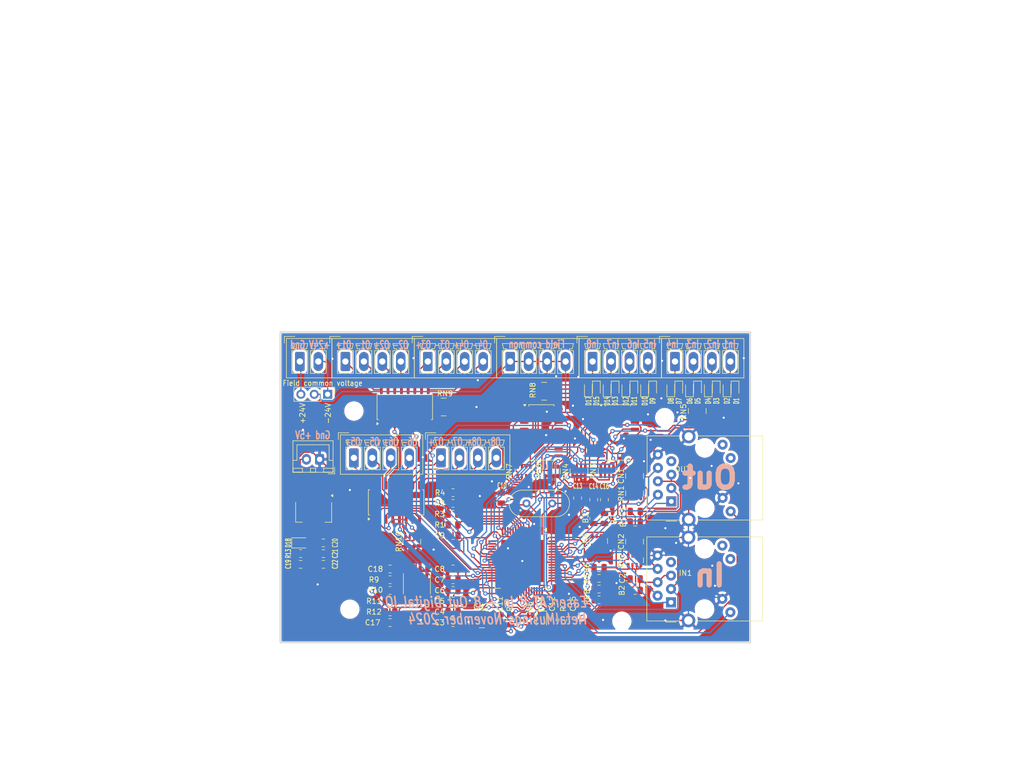
<source format=kicad_pcb>
(kicad_pcb (version 20240108) (generator "pcbnew") (generator_version "8.0")
  (title_block (comment 4 "AISLER Project ID: DIRZJBAO"))
  (layers (0 "F.Cu" signal) (31 "B.Cu" signal) (34 "B.Paste" user) (35 "F.Paste" user) (36 "B.SilkS" user "B.Silkscreen") (37 "F.SilkS" user "F.Silkscreen") (38 "B.Mask" user) (39 "F.Mask" user) (44 "Edge.Cuts" user))
  (net 0 "")
  (net 1 "+1V2")
  (net 2 "VDD12TX1")
  (net 3 "+3.3V")
  (net 4 "+3.3VA")
  (net 5 "GND")
  (net 6 "Net-(D1-K)")
  (net 7 "Net-(D1-A)")
  (net 8 "FXLOSA")
  (net 9 "FXLOSB")
  (net 10 "FXLOSEN")
  (net 11 "IN0")
  (net 12 "OUT9")
  (net 13 "OUT11")
  (net 14 "OUT10")
  (net 15 "OUT12")
  (net 16 "OUT13")
  (net 17 "I2C_SDA")
  (net 18 "I2C_SCL")
  (net 19 "OUT15")
  (net 20 "TXPA")
  (net 21 "TXNA")
  (net 22 "RXPA")
  (net 23 "RXNA")
  (net 24 "TXPB")
  (net 25 "TXNB")
  (net 26 "RXPB")
  (net 27 "RXNB")
  (net 28 "Net-(IN1-Pad9)")
  (net 29 "Net-(IN1-RCT)")
  (net 33 "OUT14")
  (net 34 "LINKACTLED0")
  (net 35 "Net-(D10-K)")
  (net 36 "Net-(D10-A)")
  (net 37 "Net-(D16-A)")
  (net 38 "Net-(D16-K)")
  (net 39 "-24V_FIELD")
  (net 40 "+24V_FIELD")
  (net 41 "IN3")
  (net 42 "IN2")
  (net 43 "IN4")
  (net 44 "IN1")
  (net 45 "IN7")
  (net 46 "LINKACTLED1")
  (net 47 "IN5")
  (net 48 "IN6")
  (net 49 "Net-(J7-Pin_4)")
  (net 50 "Net-(J7-Pin_1)")
  (net 51 "Net-(J7-Pin_2)")
  (net 52 "Net-(J7-Pin_3)")
  (net 53 "OUT8")
  (net 54 "Net-(J5-Pin_2)")
  (net 55 "Net-(J5-Pin_4)")
  (net 56 "Net-(J5-Pin_1)")
  (net 57 "Net-(J5-Pin_3)")
  (net 58 "Net-(RN5-R4.1)")
  (net 59 "Net-(RN5-R1.1)")
  (net 60 "Net-(RN5-R2.1)")
  (net 61 "Net-(RN5-R3.1)")
  (net 62 "Net-(RN7-R4.1)")
  (net 63 "Net-(RN7-R2.1)")
  (net 64 "Net-(RN7-R3.1)")
  (net 65 "Net-(RN7-R1.1)")
  (net 66 "Net-(RN8-R4.1)")
  (net 67 "Net-(RN8-R3.1)")
  (net 68 "Net-(RN8-R2.1)")
  (net 69 "Net-(RN8-R1.1)")
  (net 70 "Net-(RN9-R1.1)")
  (net 71 "Net-(RN9-R2.1)")
  (net 72 "Net-(RN9-R4.1)")
  (net 73 "Net-(RN9-R3.1)")
  (net 74 "Net-(RN10-R3.1)")
  (net 75 "Net-(RN10-R2.1)")
  (net 76 "Net-(RN10-R4.1)")
  (net 77 "Net-(RN10-R1.1)")
  (net 78 "Net-(OUT1-RCT)")
  (net 79 "Net-(OUT1-Pad9)")
  (net 83 "Net-(U3-~{RST})")
  (net 84 "Net-(U3-OSCO)")
  (net 85 "Net-(U3-OSCI)")
  (net 86 "Net-(D3-A)")
  (net 87 "Net-(D3-K)")
  (net 88 "Net-(D5-K)")
  (net 89 "Net-(D5-A)")
  (net 90 "Net-(J4-Pin_3)")
  (net 91 "Net-(J4-Pin_4)")
  (net 92 "Net-(J4-Pin_1)")
  (net 93 "Net-(J4-Pin_2)")
  (net 94 "Net-(D7-K)")
  (net 95 "Net-(D7-A)")
  (net 96 "Net-(D11-A)")
  (net 97 "Net-(D11-K)")
  (net 98 "Net-(D13-K)")
  (net 99 "Net-(D13-A)")
  (net 100 "Net-(D15-A)")
  (net 101 "Net-(D15-K)")
  (net 102 "Net-(U3-RBIAS)")
  (net 103 "Net-(U6-SDA)")
  (net 104 "Net-(U6-SCL)")
  (net 105 "Net-(RN3-R4.1)")
  (net 106 "Net-(RN3-R1.1)")
  (net 107 "Net-(RN3-R2.1)")
  (net 108 "Net-(RN3-R3.1)")
  (net 120 "+5V")
  (net 121 "Net-(D18-A)")
  (net 122 "24V_COMMON")
  (net 123 "Net-(J6-Pin_3)")
  (net 124 "Net-(J6-Pin_2)")
  (net 125 "Net-(J6-Pin_4)")
  (net 126 "Net-(J6-Pin_1)")
  (footprint "Package_SO:SOIC-16_4.55x10.3mm_P1.27mm" (layer "F.Cu") (at 164.465 94.794 90)
    (property "Reference" "U5" (hide yes))
    (property "Value" "TLP292-4")
  )
  (footprint "LED_SMD:LED_0603_1608Metric" (layer "F.Cu") (at 202.4394 73.279 -90)
    (property "Reference" "D15")
    (property "Value" "Red led")
  )
  (footprint "LED_SMD:LED_0603_1608Metric" (layer "F.Cu") (at 223.647 73.279 90)
    (property "Reference" "D4")
    (property "Value" "Yellow led")
  )
  (footprint "Package_SO:SOIC-8_3.9x4.9mm_P1.27mm" (layer "F.Cu") (at 168.402 110.236 -90)
    (property "Reference" "U6" (hide yes))
    (property "Value" "AT24CS32-SSHM")
  )
  (footprint "Resistor_SMD:R_0805_2012Metric" (layer "F.Cu") (at 146.37 104.5203)
    (property "Reference" "R13")
    (property "Value" "2k")
  )
  (footprint "Resistor_SMD:R_0805_2012Metric" (layer "F.Cu") (at 163.322 113.538)
    (property "Reference" "R11")
    (property "Value" "2k")
  )
  (footprint "Package_SO:SOIC-16_4.55x10.3mm_P1.27mm" (layer "F.Cu") (at 192.024 81.534)
    (property "Reference" "U2" (hide yes))
    (property "Value" "TLP292-4")
  )
  (footprint "Resistor_SMD:R_0805_2012Metric" (layer "F.Cu") (at 196.088 117.094 -90)
    (property "Reference" "R7")
    (property "Value" "1k")
  )
  (footprint "Capacitor_SMD:C_0805_2012Metric" (layer "F.Cu") (at 198.882 93.98 -90)
    (property "Reference" "C13")
    (property "Value" "20pF")
  )
  (footprint "Connector_Phoenix_MC:PhoenixContact_MCV_1,5_4-G-3.5_1x04_P3.50mm_Vertical" (layer "F.Cu") (at 154.854 68.072)
    (property "Reference" "J6" (hide yes))
    (property "Value" "Output1-2")
  )
  (footprint "Connector_Phoenix_MC:PhoenixContact_MCV_1,5_2-G-3.5_1x02_P3.50mm_Vertical" (layer "F.Cu") (at 146.2225 68.072)
    (property "Reference" "J1" (hide yes))
    (property "Value" "24V Field")
  )
  (footprint "LED_SMD:LED_0603_1608Metric" (layer "F.Cu") (at 204.4714 73.279 90)
    (property "Reference" "D14")
    (property "Value" "Yellow led")
  )
  (footprint "LED_SMD:LED_0603_1608Metric" (layer "F.Cu") (at 213.1074 73.279 -90)
    (property "Reference" "D9")
    (property "Value" "Red led")
  )
  (footprint "Capacitor_SMD:C_0805_2012Metric" (layer "F.Cu") (at 201.93 97.856 90)
    (property "Reference" "B3")
    (property "Value" "BLM18EG221S")
  )
  (footprint "Package_QFP:TQFP-64-1EP_10x10mm_P0.5mm_EP8x8mm" (layer "F.Cu") (at 188.392 105.918 -90)
    (property "Reference" "U3" (hide yes))
    (property "Value" "LAN9252_PT")
  )
  (footprint "Resistor_SMD:R_0805_2012Metric" (layer "F.Cu") (at 163.322 109.474)
    (property "Reference" "R9")
    (property "Value" "22")
  )
  (footprint "LED_SMD:LED_0805_2012Metric" (layer "F.Cu") (at 192.024 117.094 -90)
    (property "Reference" "D16")
    (property "Value" "Green led")
  )
  (footprint "Capacitor_SMD:C_0805_2012Metric" (layer "F.Cu") (at 175.26 111.506 180)
    (property "Reference" "C6")
    (property "Value" "0.1uF")
  )
  (footprint "Resistor_SMD:R_0805_2012Metric" (layer "F.Cu") (at 175.26 99.06)
    (property "Reference" "R1")
    (property "Value" "10k")
  )
  (footprint "Capacitor_SMD:C_0805_2012Metric" (layer "F.Cu") (at 175.26 117.602 180)
    (property "Reference" "C3")
    (property "Value" "0.1uF")
  )
  (footprint "Capacitor_SMD:C_0805_2012Metric" (layer "F.Cu") (at 198.12 117.094 -90)
    (property "Reference" "C15")
    (property "Value" "0.1uF")
  )
  (footprint "Resistor_SMD:R_Array_Convex_4x0603" (layer "F.Cu") (at 202.876 102.108 -90)
    (property "Reference" "CN4")
    (property "Value" "0.1uF")
  )
  (footprint "Resistor_SMD:R_0805_2012Metric" (layer "F.Cu") (at 186.182 117.094 -90)
    (property "Reference" "R5")
    (property "Value" "1k")
  )
  (footprint "LED_SMD:LED_0603_1608Metric" (layer "F.Cu") (at 228.727 73.279 -90)
    (property "Reference" "D1")
    (property "Value" "Red led")
  )
  (footprint "Connector_Phoenix_MC:PhoenixContact_MCV_1,5_4-G-3.5_1x04_P3.50mm_Vertical" (layer "F.Cu") (at 172.974 86.36)
    (property "Reference" "J5" (hide yes))
    (property "Value" "Output7-8")
  )
  (footprint "Capacitor_SMD:C_0805_2012Metric" (layer "F.Cu") (at 201.93 94.3 90)
    (property "Reference" "C14")
    (property "Value" "0.1uF")
  )
  (footprint "Resistor_SMD:R_Array_Convex_4x0603" (layer "F.Cu") (at 209.677 102.235 90)
    (property "Reference" "CN2")
    (property "Value" "10pF")
  )
  (footprint "Connector_JST:JST_XH_B2B-XH-A_1x02_P2.50mm_Vertical" (layer "F.Cu") (at 149.967 86.6303 180)
    (property "Reference" "J8" (hide yes))
    (property "Value" "Conn_01x02_Pin")
  )
  (footprint "Resistor_SMD:R_Array_Convex_4x0603" (layer "F.Cu") (at 209.677 105.791 90)
    (property "Reference" "RN2")
    (property "Value" "49.9 (51)")
  )
  (footprint "Crystal:Crystal_HC49-4H_Vertical" (layer "F.Cu") (at 189.176 94.996)
    (property "Reference" "Y1" (hide yes))
    (property "Value" "25MHz")
  )
  (footprint "Capacitor_SMD:C_0805_2012Metric" (layer "F.Cu") (at 209.804 96.52)
    (property "Reference" "C1")
    (property "Value" "0.1uF")
  )
  (footprint "Capacitor_SMD:C_0805_2012Metric" (layer "F.Cu") (at 175.26 109.474 180)
    (property "Reference" "C7")
    (property "Value" "0.1uF")
  )
  (footprint "Capacitor_SMD:C_0805_2012Metric" (layer "F.Cu") (at 146.37 106.5523)
    (property "Reference" "C19")
    (property "Value" "0.1uF")
  )
  (footprint "Resistor_SMD:R_Array_Convex_4x0603" (layer "F.Cu") (at 192.543 73.717)
    (property "Reference" "RN8")
    (property "Value" "4k7")
  )
  (footprint "Capacitor_SMD:C_0805_2012Metric" (layer "F.Cu") (at 175.26 113.538 180)
    (property "Reference" "C5")
    (property "Value" "1uF")
  )
  (footprint "Connector_PinHeader_2.54mm:PinHeader_1x03_P2.54mm_Vertical" (layer "F.Cu") (at 151.496 74.295 -90)
    (property "Reference" "J9" (hide yes))
    (property "Value" "24V_common_selector")
  )
  (footprint "Connector_Phoenix_MC:PhoenixContact_MCV_1,5_4-G-3.5_1x04_P3.50mm_Vertical" (layer "F.Cu") (at 201.717 68.072)
    (property "Reference" "J3" (hide yes))
    (property "Value" "In1-4")
  )
  (footprint "LED_SMD:LED_0603_1608Metric" (layer "F.Cu") (at 216.535 73.279 90)
    (property "Reference" "D8")
    (property "Value" "Yellow led")
  )
  (footprint "HakansLibrary:PulseJack JB0011D01BNL" (layer "F.Cu") (at 216.5858 113.7666 -90)
    (property "Reference" "IN1")
    (property "Value" "J0011D01BNL")
  )
  (footprint "Connector_Phoenix_MC:PhoenixContact_MCV_1,5_4-G-3.5_1x04_P3.50mm_Vertical" (layer "F.Cu") (at 217.338 68.072)
    (property "Reference" "J2" (hide yes))
    (property "Value" "In5-8")
  )
  (footprint "Capacitor_SMD:C_0805_2012Metric" (layer "F.Cu") (at 184.404 93.98 -90)
    (property "Reference" "C10")
    (property "Value" "20pF")
  )
  (footprint "LED_SMD:LED_0603_1608Metric" (layer "F.Cu") (at 218.059 73.279 -90)
    (property "Reference" "D7")
    (property "Value" "Red led")
  )
  (footprint "Resistor_SMD:R_0805_2012Metric" (layer "F.Cu") (at 175.26 94.996 180)
    (property "Reference" "R2")
    (property "Value" "10k")
  )
  (footprint "Capacitor_SMD:C_0805_2012Metric" (layer "F.Cu") (at 202.946 109.22 180)
    (property "Reference" "B5")
    (property "Value" "BLM18EG221S")
  )
  (footprint "Resistor_SMD:R_0805_2012Metric" (layer "F.Cu") (at 163.322 115.57)
    (property "Reference" "R12")
    (property "Value" "22")
  )
  (footprint "Capacitor_SMD:C_0805_2012Metric" (layer "F.Cu") (at 175.26 101.092)
    (property "Reference" "C9")
    (property "Value" "0.1uF")
  )
  (footprint "Capacitor_SMD:C_0805_2012Metric" (layer "F.Cu") (at 202.946 107.188 180)
    (property "Reference" "B6")
    (property "Value" "BLM18EG221S")
  )
  (footprint "MountingHole:MountingHole_3.2mm_M3_ISO14580" (layer "F.Cu") (at 155.702 115.062)
    (property "Reference" "H3")
    (property "Value" "MountingHole")
  )
  (footprint "Resistor_SMD:R_Array_Convex_4x0603" (layer "F.Cu") (at 180.732 116.916)
    (property "Reference" "CN3")
    (property "Value" "0.1uF")
  )
  (footprint "Capacitor_SMD:C_0805_2012Metric" (layer "F.Cu") (at 175.26 115.57 180)
    (property "Reference" "C4")
    (property "Value" "470pF")
  )
  (footprint "LED_SMD:LED_0603_1608Metric" (layer "F.Cu") (at 200.9154 73.279 90)
    (property "Reference" "D17")
    (property "Value" "Yellow led")
  )
  (footprint "Resistor_SMD:R_Array_Convex_4x0603" (layer "F.Cu") (at 209.677 89.789 90)
    (property "Reference" "CN1")
    (property "Value" "10pF")
  )
  (footprint "Capacitor_SMD:C_0805_2012Metric" (layer "F.Cu") (at 194.056 117.094 -90)
    (property "Reference" "C12")
    (property "Value" "0.1uF")
  )
  (footprint "Capacitor_SMD:C_0805_2012Metric" (layer "F.Cu") (at 209.804 98.552)
    (property "Reference" "B1")
    (property "Value" "BLM18EG221S")
  )
  (footprint "Resistor_SMD:R_0805_2012Metric" (layer "F.Cu") (at 202.946 113.284 180)
    (property "Reference" "R8")
    (property "Value" "12.1k")
  )
  (footprint "Capacitor_SMD:C_0805_2012Metric" (layer "F.Cu") (at 203.962 94.3 90)
    (property "Reference" "C16")
    (property "Value" "0.1uF")
  )
  (footprint "Capacitor_SMD:C_0805_2012Metric" (layer "F.Cu") (at 203.962 97.856 90)
    (property "Reference" "B7")
    (property "Value" "BLM18EG221S")
  )
  (footprint "Resistor_SMD:R_Array_Convex_4x0603" (layer "F.Cu") (at 204.47 88.9 90)
    (property "Reference" "RN3")
    (property "Value" "1k")
  )
  (footprint "Capacitor_SMD:C_0805_2012Metric" (layer "F.Cu") (at 163.322 107.442 180)
    (property "Reference" "C18")
    (property "Value" "0.1uF")
  )
  (footprint "Resistor_SMD:R_Array_Convex_4x0603" (layer "F.Cu") (at 188.722 88.9 90)
    (property "Reference" "RN7")
    (property "Value" "1k")
  )
  (footprint "Package_SO:SOIC-16_4.55x10.3mm_P1.27mm" (layer "F.Cu") (at 206.502 81.534)
    (property "Reference" "U1" (hide yes))
    (property "Value" "TLP292-4")
  )
  (footprint "Connector_Phoenix_MC:PhoenixContact_MCV_1,5_4-G-3.5_1x04_P3.50mm_Vertical" (layer "F.Cu") (at 170.475 68.072)
    (property "Reference" "J4" (hide yes))
    (property "Value" "Output3-4")
  )
  (footprint "Resistor_SMD:R_0805_2012Metric" (layer "F.Cu") (at 175.26 97.028 180)
    (property "Reference" "R3")
    (property "Value" "10k")
  )
  (footprint "LED_SMD:LED_0603_1608Metric" (layer "F.Cu") (at 221.615 73.279 -90)
    (property "Reference" "D5")
    (property "Value" "Red led")
  )
  (footprint "MountingHole:MountingHole_3.2mm_M3_ISO14580" (layer "F.Cu") (at 207.264 117.348)
    (property "Reference" "H4")
    (property "Value" "MountingHole")
  )
  (footprint "Resistor_SMD:R_0805_2012Metric" (layer "F.Cu") (at 163.322 111.506)
    (property "Reference" "R10")
    (property "Value" "2k")
  )
  (footprint "Package_TO_SOT_SMD:SOT-223-3_TabPin2" (layer "F.Cu") (at 148.844 96.6463 -90)
    (property "Reference" "U7" (hide yes))
    (property "Value" "AMS1117-3.3")
  )
  (footprint "Capacitor_SMD:C_0805_2012Metric" (layer "F.Cu") (at 150.688 106.5523)
    (property "Reference" "C22")
    (property "Value" "10uF")
  )
  (footprint "LED_SMD:LED_0603_1608Metric" (layer "F.Cu") (at 208.0274 73.279 90)
    (property "Reference" "D12")
    (property "Value" "Yellow led")
  )
  (footprint "Capacitor_SMD:C_0805_2012Metric" (layer "F.Cu") (at 209.804 111.506)
    (property "Reference" "B2")
    (property "Value" "BLM18EG221S")
  )
  (footprint "MountingHole:MountingHole_3.2mm_M3_ISO14580" (layer "F.Cu") (at 156.464 77.47)
    (property "Reference" "H2")
    (property "Value" "MountingHole")
  )
  (footprint "Capacitor_SMD:C_0805_2012Metric" (layer "F.Cu") (at 150.688 104.5203)
    (property "Reference" "C21")
    (property "Value" "0.1uF")
  )
  (footprint "Resistor_SMD:R_Array_Convex_4x0603" (layer "F.Cu") (at 199.136 88.9 -90)
    (property "Reference" "RN4")
    (property "Value" "39k")
  )
  (footprint "Connector_Phoenix_MC:PhoenixContact_MCV_1,5_4-G-3.5_1x04_P3.50mm_Vertical" (layer "F.Cu") (at 156.464 86.36)
    (property "Reference" "J7" (hide yes))
    (property "Value" "Output5-6")
  )
  (footprint "Capacitor_SMD:C_0805_2012Metric" (layer "F.Cu") (at 184.15 117.094 90)
    (property "Reference" "C11")
    (property "Value" "0.1uF")
  )
  (footprint "LED_SMD:LED_0603_1608Metric" (layer "F.Cu") (at 209.5514 73.279 -90)
    (property "Reference" "D11")
    (property "Value" "Red led")
  )
  (footprint "Connector_Phoenix_MC:PhoenixContact_MCV_1,5_4-G-3.5_1x04_P3.50mm_Vertical" (layer "F.Cu") (at 186.096 68.072)
    (property "Reference" "J10" (hide yes))
    (property "Value" "24V_Common")
  )
  (footprint "Resistor_SMD:R_Array_Convex_4x0603" (layer "F.Cu") (at 209.677 93.091 90)
    (property "Reference" "RN1")
    (property "Value" "49.9 (51)")
  )
  (footprint "LED_SMD:LED_0603_1608Metric" (layer "F.Cu") (at 227.203 73.279 90)
    (property "Reference" "D2")
    (property "Value" "Yellow led")
  )
  (footprint "HakansLibrary:PulseJack JB0011D01BNL" (layer "F.Cu") (at 216.642 94.615 -90)
    (property "Reference" "OUT1")
    (property "Value" "J0011D01BNL")
  )
  (footprint "LED_SMD:LED_0603_1608Metric" (layer "F.Cu") (at 220.091 73.279 90)
    (property "Reference" "D6")
    (property "Value" "Yellow led")
  )
  (footprint "LED_SMD:LED_0805_2012Metric" (layer "F.Cu") (at 146.37 102.4883)
    (property "Reference" "D18")
    (property "Value" "Blue")
  )
  (footprint "Package_SO:SOIC-16_4.55x10.3mm_P1.27mm" (layer "F.Cu") (at 166.116 76.708 90)
    (property "Reference" "U4" (hide yes))
    (property "Value" "TLP292-4")
  )
  (footprint "Resistor_SMD:R_0805_2012Metric" (layer "F.Cu") (at 189.992 117.094 90)
    (property "Reference" "R6")
    (property "Value" "1k")
  )
  (footprint "LED_SMD:LED_0603_1608Metric" (layer "F.Cu") (at 211.5834 73.279 90)
    (property "Reference" "D10")
    (property "Value" "Yellow led")
  )
  (footprint "Capacitor_SMD:C_0805_2012Metric" (layer "F.Cu") (at 209.785 109.336)
    (property "Reference" "C2")
    (property "Value" "0.1uF")
  )
  (footprint "Resistor_SMD:R_Array_Convex_4x0603" (layer "F.Cu") (at 167.456 102.224 -90)
    (property "Reference" "RN10")
    (property "Value" "330")
  )
  (footprint "Capacitor_SMD:C_0805_2012Metric" (layer "F.Cu") (at 202.946 111.252 180)
    (property "Reference" "B4")
    (property "Value" "BLM18EG221S")
  )
  (footprint "LED_SMD:LED_0603_1608Metric" (layer "F.Cu") (at 205.9954 73.279 -90)
    (property "Reference" "D13")
    (property "Value" "Red led")
  )
  (footprint "Resistor_SMD:R_0805_2012Metric" (layer "F.Cu") (at 175.26 92.964 180)
    (property "Reference" "R4")
    (property "Value" "10k")
  )
  (footprint "Resistor_SMD:R_Array_Convex_4x0603" (layer "F.Cu") (at 221.558 77.459 90)
    (property "Reference" "RN5")
    (property "Value" "4k7")
  )
  (footprint "Capacitor_SMD:C_0805_2012Metric" (layer "F.Cu") (at 163.322 117.602 180)
    (property "Reference" "C17")
    (property "Value" "0.1uF")
  )
  (footprint "LED_SMD:LED_0603_1608Metric" (layer "F.Cu") (at 225.171 73.279 -90)
    (property "Reference" "D3")
    (property "Value" "Red led")
  )
  (footprint "Capacitor_SMD:C_0805_2012Metric" (layer "F.Cu") (at 175.26 107.442 180)
    (property "Reference" "C8")
    (property "Value" "0.1uF")
  )
  (footprint "Resistor_SMD:R_Array_Convex_4x0603" (layer "F.Cu") (at 193.91 88.9 -90)
    (property "Reference" "RN6")
    (property "Value" "39k")
  )
  (footprint "Capacitor_SMD:C_0805_2012Metric" (layer "F.Cu") (at 150.688 102.4883)
    (property "Reference" "C20")
    (property "Value" "10uF")
  )
  (footprint "Resistor_SMD:R_Array_Convex_4x0603" (layer "F.Cu") (at 173.482 76.708)
    (property "Reference" "RN9")
    (property "Value" "330")
  )
  (footprint "MountingHole:MountingHole_3.2mm_M3_ISO14580" (layer "F.Cu") (at 215.392 78.74)
    (property "Reference" "H1")
    (property "Value" "MountingHole")
  )
  (gr_rect (start 142.494 62.484) (end 231.648 121.412) (stroke (width 0.2)) (fill none) (layer "Edge.Cuts"))
  (gr_text "+24V Gnd" (at 152.146 65.786 0) (layer "B.SilkS") (effects (font (size 1.5 1) (thickness 0.25) (bold yes)) (justify left bottom mirror)))
  (gr_text "EaserCAT 8 In + 8 Out Digital IO\nMetalMusings November 2024" (at 200.914 118.11 0) (layer "B.SilkS") (effects (font (size 2 1.5) (thickness 0.3) (bold yes) (italic yes)) (justify left bottom mirror)))
  (gr_text "Gnd +5V" (at 152.146 82.931 0) (layer "B.SilkS") (effects (font (size 1.5 1) (thickness 0.25) (bold yes)) (justify left bottom mirror)))
  (gr_text "O4- O4+ O3- O3+  O2- O2+ O1- O1+" (at 181.991 65.786 0) (layer "B.SilkS") (effects (font (size 1.5 0.9) (thickness 0.225) (bold yes)) (justify left bottom mirror)))
  (gr_text "Field common" (at 196.596 65.659 0) (layer "B.SilkS") (effects (font (size 1.5 1) (thickness 0.25) (bold yes)) (justify left bottom mirror)))
  (gr_text "In" (at 227.33 110.998 0) (layer "B.SilkS") (effects (font (size 4 4) (thickness 1) (bold yes)) (justify left bottom mirror)))
  (gr_text "In5 In6  In7  In8" (at 213.868 65.659 0) (layer "B.SilkS") (effects (font (size 1.5 1) (thickness 0.25) (bold yes)) (justify left bottom mirror)))
  (gr_text "O8- O8+ O7- O7+   O6- O6+ O5- O5+" (at 184.404 84.201 0) (layer "B.SilkS") (effects (font (size 1.5 0.9) (thickness 0.225) (bold yes)) (justify left bottom mirror)))
  (gr_text "In1 In2  In3  In4" (at 228.981 65.659 0) (layer "B.SilkS") (effects (font (size 1.5 1) (thickness 0.25) (bold yes)) (justify left bottom mirror)))
  (gr_text "Out" (at 229.616 92.456 0) (layer "B.SilkS") (effects (font (size 4 4) (thickness 1) (bold yes)) (justify left bottom mirror)))
  (gr_text "+24V\n\n\n-24V" (at 152.146 80.01 90) (layer "F.SilkS") (effects (font (size 1 1)) (justify left bottom)))
  (gr_text "Field common voltage" (at 142.875 72.771 0) (layer "F.SilkS") (effects (font (size 1 0.9)) (justify left bottom)))
  (segment (start 181.0418 114.8701) (end 180.5587 115.3526) (width 0.25) (layer "F.Cu") (net 1))
  (segment (start 187.142 111.618) (end 187.142 112.493) (width 0.25) (layer "F.Cu") (net 1))
  (segment (start 203.962 98.806) (end 201.93 98.806) (width 0.25) (layer "F.Cu") (net 1))
  (segment (start 201.205 98.806) (end 199.4953 97.0963) (width 0.25) (layer "F.Cu") (net 1))
  (segment (start 179.832 117.316) (end 180.5587 117.316) (width 0.25) (layer "F.Cu") (net 1))
  (segment (start 181.4165 105.668) (end 181.242 105.8425) (width 0.25) (layer "F.Cu") (net 1))
  (segment (start 180.5587 115.3526) (end 180.5587 115.716) (width 0.25) (layer "F.Cu") (net 1))
  (segment (start 199.932 94.4349) (end 199.4148 93.9177) (width 0.25) (layer "F.Cu") (net 1))
  (segment (start 183.134 113.157) (end 182.577 113.157) (width 0.25) (layer "F.Cu") (net 1))
  (segment (start 182.577 113.157) (end 181.0418 114.6922) (width 0.25) (layer "F.Cu") (net 1))
  (segment (start 180.1954 116.516) (end 180.5587 116.516) (width 0.25) (layer "F.Cu") (net 1))
  (segment (start 179.832 115.716) (end 176.356 115.716) (width 0.25) (layer "F.Cu") (net 1))
  (segment (start 201.93 98.806) (end 201.205 98.806) (width 0.25) (layer "F.Cu") (net 1))
  (segment (start 192.046575 93.9177) (end 191.710129 94.254146) (width 0.25) (layer "F.Cu") (net 1))
  (segment (start 176.356 115.716) (end 176.21 115.57) (width 0.25) (layer "F.Cu") (net 1))
  (segment (start 180.1954 115.716) (end 180.5587 115.716) (width 0.25) (layer "F.Cu") (net 1))
  (segment (start 180.1954 116.516) (end 180.1954 115.716) (width 0.25) (layer "F.Cu") (net 1))
  (segment (start 180.5587 117.316) (end 180.5587 116.516) (width 0.25) (layer "F.Cu") (net 1))
  (segment (start 179.832 115.716) (end 180.1954 115.716) (width 0.25) (layer "F.Cu") (net 1))
  (segment (start 187.142 112.493) (end 186.478 113.157) (width 0.25) (layer "F.Cu") (net 1))
  (segment (start 181.0418 114.6922) (end 181.0418 114.8701) (width 0.25) (layer "F.Cu") (net 1))
  (segment (start 179.832 116.516) (end 180.1954 116.516) (width 0.25) (layer "F.Cu") (net 1))
  (segment (start 189.371 98.6546) (end 189.642 98.9258) (width 0.25) (layer "F.Cu") (net 1))
  (segment (start 179.832 118.116) (end 179.832 117.316) (width 0.25) (layer "F.Cu") (net 1))
  (segment (start 199.4148 93.9177) (end 192.046575 93.9177) (width 0.25) (layer "F.Cu") (net 1))
  (segment (start 176.21 115.57) (end 176.21 113.538) (width 0.25) (layer "F.Cu") (net 1))
  (segment (start 199.932 95.7267) (end 199.932 94.4349) (width 0.25) (layer "F.Cu") (net 1))
  (segment (start 182.692 105.668) (end 181.4165 105.668) (width 0.25) (layer "F.Cu") (net 1))
  (segment (start 199.4953 96.1634) (end 199.932 95.7267) (width 0.25) (layer "F.Cu") (net 1))
  (segment (start 186.478 113.157) (end 183.134 113.157) (width 0.25) (layer "F.Cu") (net 1))
  (segment (start 189.642 98.9258) (end 189.642 100.218) (width 0.25) (layer "F.Cu") (net 1))
  (segment (start 199.4953 97.0963) (end 199.4953 96.1634) (width 0.25) (layer "F.Cu") (net 1))
  (via (at 181.242 105.8425) (size 0.8) (drill 0.4) (layers "F.Cu" "B.Cu") (net 1))
  (via (at 191.710129 94.254146) (size 0.8) (drill 0.4) (layers "F.Cu" "B.Cu") (net 1))
  (via (at 189.371 98.6546) (size 0.8) (drill 0.4) (layers "F.Cu" "B.Cu") (net 1))
  (via (at 183.134 113.157) (size 0.8) (drill 0.4) (layers "F.Cu" "B.Cu") (net 1))
  (segment (start 189.23 98.5136) (end 189.23 97.536) (width 0.25) (layer "B.Cu") (net 1))
  (segment (start 189.23 97.536) (end 191.710129 95.055871) (width 0.25) (layer "B.Cu") (net 1))
  (segment (start 181.61 105.534) (end 181.61 104.775) (width 0.25) (layer "B.Cu") (net 1))
  (segment (start 181.61 104.775) (end 187.7304 98.6546) (width 0.25) (layer "B.Cu") (net 1))
  (segment (start 182.626 107.315) (end 182.051 106.74) (width 0.25) (layer "B.Cu") (net 1))
  (segment (start 187.7304 98.6546) (end 189.371 98.6546) (width 0.25) (layer "B.Cu") (net 1))
  (segment (start 183.134 113.157) (end 182.626 112.649) (width 0.25) (layer "B.Cu") (net 1))
  (segment (start 182.051 105.975) (end 181.9185 105.8425) (width 0.25) (layer "B.Cu") (net 1))
  (segment (start 182.051 106.74) (end 182.051 105.975) (width 0.25) (layer "B.Cu") (net 1))
  (segment (start 181.9185 105.8425) (end 181.242 105.8425) (width 0.25) (layer "B.Cu") (net 1))
  (segment (start 182.051 105.975) (end 181.61 105.534) (width 0.25) (layer "B.Cu") (net 1))
  (segment (start 191.710129 95.055871) (end 191.710129 94.254146) (width 0.25) (layer "B.Cu") (net 1))
  (segment (start 189.371 98.6546) (end 189.23 98.5136) (width 0.25) (layer "B.Cu") (net 1))
  (segment (start 182.626 112.649) (end 182.626 107.315) (width 0.25) (layer "B.Cu") (net 1))
  (segment (start 194.092 104.668) (end 196.957 104.668) (width 0.25) (layer "F.Cu") (net 2))
  (segment (start 201.93 96.906) (end 201.93 96.4643) (width 0.25) (layer "F.Cu") (net 2))
  (segment (start 201.93 96.4643) (end 201.93 96.078) (width 0.25) (layer "F.Cu") (net 2))
  (segment (start 193.173 104.668) (end 194.092 104.668) (width 0.25) (layer "F.Cu") (net 2))
  (segment (start 193.168 106.168) (end 193.017 106.017) (width 0.25) (layer "F.Cu") (net 2))
  (segment (start 201.93 96.078) (end 203.962 96.078) (width 0.25) (layer "F.Cu") (net 2))
  (segment (start 193.017 104.824) (end 193.173 104.668) (width 0.25) (layer "F.Cu") (net 2))
  (segment (start 203.962 96.906) (end 203.962 96.078) (width 0.25) (layer "F.Cu") (net 2))
  (segment (start 203.962 96.078) (end 203.962 95.25) (width 0.25) (layer "F.Cu") (net 2))
  (segment (start 201.93 96.4643) (end 200.222 96.4643) (width 0.25) (layer "F.Cu") (net 2))
  (segment (start 194.092 106.168) (end 193.168 106.168) (width 0.25) (layer "F.Cu") (net 2))
  (segment (start 193.017 106.017) (end 193.017 104.824) (width 0.25) (layer "F.Cu") (net 2))
  (segment (start 201.93 96.078) (end 201.93 95.25) (width 0.25) (layer "F.Cu") (net 2))
  (segment (start 196.957 104.668) (end 197.485 104.14) (width 0.25) (layer "F.Cu") (net 2))
  (via (at 197.485 104.14) (size 0.8) (drill 0.4) (layers "F.Cu" "B.Cu") (net 2))
  (via (at 200.222 96.4643) (size 0.8) (drill 0.4) (layers "F.Cu" "B.Cu") (net 2))
  (segment (start 197.2085 99.4778) (end 197.2085 103.8635) (width 0.25) (layer "B.Cu") (net 2))
  (segment (start 197.2085 103.8635) (end 197.485 104.14) (width 0.25) (layer "B.Cu") (net 2))
  (segment (start 200.222 96.4643) (end 197.2085 99.4778) (width 0.25) (layer "B.Cu") (net 2))
  (segment (start 195.274 82.169) (end 195.49 82.169) (width 0.25) (layer "F.Cu") (net 3))
  (segment (start 195.49 82.169) (end 196.432 83.1106) (width 0.25) (layer "F.Cu") (net 3))
  (segment (start 195.274 82.169) (end 195.0889 82.169) (width 0.25) (layer "F.Cu") (net 3))
  (segment (start 209.9692 84.709) (end 210.894 83.7842) (width 0.25) (layer "F.Cu") (net 3))
  (segment (start 182.692 109.668) (end 183.7687 109.668) (width 0.25) (layer "F.Cu") (net 3))
  (segment (start 182.692 103.668) (end 181.615 103.668) (width 0.25) (layer "F.Cu") (net 3))
  (segment (start 209.277 93.991) (end 210.077 93.991) (width 0.25) (layer "F.Cu") (net 3))
  (segment (start 162.4095 113.538) (end 162.4095 113.9462) (width 0.25) (layer "F.Cu") (net 3))
  (segment (start 196.432 83.1106) (end 196.432 83.7476) (width 0.25) (layer "F.Cu") (net 3))
  (segment (start 175.379 112.337) (end 176.21 111.506) (width 0.25) (layer "F.Cu") (net 3))
  (segment (start 209.752 82.169) (end 209.9393 82.169) (width 0.25) (layer "F.Cu") (net 3))
  (segment (start 209.277 107.3208) (end 209.277 107.4177) (width 0.25) (layer "F.Cu") (net 3))
  (segment (start 185.6416 101.2947) (end 185.642 101.2943) (width 0.25) (layer "F.Cu") (net 3))
  (segment (start 191.642 112.643176) (end 191.642 111.618) (width 0.25) (layer "F.Cu") (net 3))
  (segment (start 175.6615 102.1636) (end 175.26 101.7621) (width 0.25) (layer "F.Cu") (net 3))
  (segment (start 191.9874 114.053975) (end 192.232659 113.808716) (width 0.25) (layer "F.Cu") (net 3))
  (segment (start 148.9878 99.7963) (end 150.5692 101.3777) (width 0.25) (layer "F.Cu") (net 3))
  (segment (start 209.277 106.691) (end 209.277 107.3208) (width 0.25) (layer "F.Cu") (net 3))
  (segment (start 196.432 83.7476) (end 195.769 84.4101) (width 0.25) (layer "F.Cu") (net 3))
  (segment (start 194.9943 82.169) (end 194.099 81.2737) (width 0.25) (layer "F.Cu") (net 3))
  (segment (start 192.617 110.543) (end 192.617 111.363016) (width 0.25) (layer "F.Cu") (net 3))
  (segment (start 184.5228 110.5413) (end 183.7687 109.7872) (width 0.25) (layer "F.Cu") (net 3))
  (segment (start 182.092 109.668) (end 181.602 110.158) (width 0.25) (layer "F.Cu") (net 3))
  (segment (start 206.1986 101.2074) (end 206.1986 107.188) (width 0.25) (layer "F.Cu") (net 3))
  (segment (start 208.477 106.691) (end 208.477 107.4177) (width 0.25) (layer "F.Cu") (net 3))
  (segment (start 195.909 77.724) (end 209.117 77.724) (width 0.25) (layer "F.Cu") (net 3))
  (segment (start 170.307 113.091908) (end 170.307 112.711) (width 0.25) (layer "F.Cu") (net 3))
  (segment (start 191.642 110.568) (end 191.667 110.543) (width 0.25) (layer "F.Cu") (net 3))
  (segment (start 195.274 79.629) (end 194.9941 79.629) (width 0.25) (layer "F.Cu") (net 3))
  (segment (start 196.548984 115.295) (end 198.12 115.295) (width 0.25) (layer "F.Cu") (net 3))
  (segment (start 194.099 81.2737) (end 194.099 80.5241) (width 0.25) (layer "F.Cu") (net 3))
  (segment (start 182.692 109.668) (end 182.092 109.668) (width 0.25) (layer "F.Cu") (net 3))
  (segment (start 208.477 94.7177) (end 208.0241 95.1706) (width 0.25) (layer "F.Cu") (net 3))
  (segment (start 210.077 106.691) (end 210.077 107.4177) (width 0.25) (layer "F.Cu") (net 3))
  (segment (start 194.099 80.5241) (end 194.9941 79.629) (width 0.25) (layer "F.Cu") (net 3))
  (segment (start 181.2894 101.4982) (end 177.3457 101.4982) (width 0.25) (layer "F.Cu") (net 3))
  (segment (start 209.9393 82.169) (end 210.8792 81.2291) (width 0.25) (layer "F.Cu") (net 3))
  (segment (start 192.35 114.438) (end 194.056 116.144) (width 0.25) (layer "F.Cu") (net 3))
  (segment (start 210.877 107.0543) (end 210.5136 107.4177) (width 0.25) (layer "F.Cu") (net 3))
  (segment (start 208.477 93.991) (end 208.477 94.7177) (width 0.25) (layer "F.Cu") (net 3))
  (segment (start 162.372 107.442) (end 163.25 108.32) (width 0.25) (layer "F.Cu") (net 3))
  (segment (start 210.894 83.1237) (end 209.9393 82.169) (width 0.25) (layer "F.Cu") (net 3))
  (segment (start 209.752 84.709) (end 209.9692 84.709) (width 0.25) (layer "F.Cu") (net 3))
  (segment (start 203.896 109.22) (end 203.896 107.188) (width 0.25) (layer "F.Cu") (net 3))
  (segment (start 210.8792 80.5332) (end 209.975 79.629) (width 0.25) (layer "F.Cu") (net 3))
  (segment (start 189.142 101.1813) (end 189.142 101.2932) (width 0.25) (layer "F.Cu") (net 3))
  (segment (start 191.778675 112.7127) (end 191.711524 112.7127) (width 0.25) (layer "F.Cu") (net 3))
  (segment (start 202.946 113.93) (end 202.946 112.202) (width 0.25) (layer "F.Cu") (net 3))
  (segment (start 161.0528 118.5143) (end 161.0528 115.3029) (width 0.25) (layer "F.Cu") (net 3))
  (segment (start 210.894 83.7842) (end 210.894 83.1237) (width 0.25) (layer "F.Cu") (net 3))
  (segment (start 208.0241 95.1706) (end 208.0241 97.7221) (width 0.25) (layer "F.Cu") (net 3))
  (segment (start 176.21 117.602) (end 175.379 116.771) (width 0.25) (layer "F.Cu") (net 3))
  (segment (start 201.581 115.295) (end 202.946 113.93) (width 0.25) (layer "F.Cu") (net 3))
  (segment (start 195.274 77.089) (end 195.909 77.724) (width 0.25) (layer "F.Cu") (net 3))
  (segment (start 186.224 119.253) (end 184.257 119.253) (width 0.25) (layer "F.Cu") (net 3))
  (segment (start 164.272 117.4258) (end 164.272 117.602) (width 0.25) (layer "F.Cu") (net 3))
  (segment (start 165.072 115.09) (end 165.481 114.681) (width 0.25) (layer "F.Cu") (net 3))
  (segment (start 162.4095 113.9462) (end 163.2831 114.8198) (width 0.25) (layer "F.Cu") (net 3))
  (segment (start 210.5136 107.4177) (end 210.077 107.4177) (width 0.25) (layer "F.Cu") (net 3))
  (segment (start 210.881 78.7228) (end 209.975 79.629) (width 0.25) (layer "F.Cu") (net 3))
  (segment (start 181.602 110.158) (end 181.602 110.223) (width 0.25) (layer "F.Cu") (net 3))
  (segment (start 188.4975 118.0065) (end 188.1655 118.3385) (width 0.25) (layer "F.Cu") (net 3))
  (segment (start 189.1435 101.2947) (end 190.142 101.2947) (width 0.25) (layer "F.Cu") (net 3))
  (segment (start 206.4819 107.4713) (end 208.4234 107.4713) (width 0.25) (layer "F.Cu") (net 3))
  (segment (start 192.232659 113.166684) (end 191.778675 112.7127) (width 0.25) (layer "F.Cu") (net 3))
  (segment (start 175.379 116.771) (end 175.379 112.337) (width 0.25) (layer "F.Cu") (net 3))
  (segment (start 183.5203 100.4009) (end 184.143 101.0236) (width 0.25) (layer "F.Cu") (net 3))
  (segment (start 208.854 98.552) (end 206.1986 101.2074) (width 0.25) (layer "F.Cu") (net 3))
  (segment (start 194.1399 77.9875) (end 195.0384 77.089) (width 0.25) (layer "F.Cu") (net 3))
  (segment (start 186.642 111.618) (end 186.642 110.5413) (width 0.25) (layer "F.Cu") (net 3))
  (segment (start 161.0528 115.3029) (end 162.4095 113.9462) (width 0.25) (layer "F.Cu") (net 3))
  (segment (start 191.642 111.618) (end 191.642 110.568) (width 0.25) (layer "F.Cu") (net 3))
  (segment (start 209.8691 110.3639) (end 209.8691 107.6256) (width 0.25) (layer "F.Cu") (net 3))
  (segment (start 184.15 119.146) (end 184.15 118.044) (width 0.25) (layer "F.Cu") (net 3))
  (segment (start 203.896 111.252) (end 203.896 109.22) (width 0.25) (layer "F.Cu") (net 3))
  (segment (start 210.881 78.0048) (end 210.881 78.7228) (width 0.25) (layer "F.Cu") (net 3))
  (segment (start 177.3457 101.4982) (end 176.6803 102.1636) (width 0.25) (layer "F.Cu") (net 3))
  (segment (start 190.958 86.2352) (end 190.958 89.7116) (width 0.25) (layer "F.Cu") (net 3))
  (segment (start 183.7687 109.7872) (end 183.7687 109.668) (width 0.25) (layer "F.Cu") (net 3))
  (segment (start 185.642 101.2943) (end 185.6424 101.2947) (width 0.25) (layer "F.Cu") (net 3))
  (segment (start 176.6803 102.1636) (end 175.6615 102.1636) (width 0.25) (layer "F.Cu") (net 3))
  (segment (start 177.294 110.422) (end 181.403 110.422) (width 0.25) (layer "F.Cu") (net 3))
  (segment (start 210.8792 81.2291) (end 210.8792 80.5332) (width 0.25) (layer "F.Cu") (net 3))
  (segment (start 209.117 77.724) (end 209.752 77.089) (width 0.25) (layer "F.Cu") (net 3))
  (segment (start 165.481 114.681) (end 168.717908 114.681) (width 0.25) (layer "F.Cu") (net 3))
  (segment (start 163.2831 114.8198) (end 163.2831 116.4369) (width 0.25) (layer "F.Cu") (net 3))
  (segment (start 209.277 93.991) (end 208.477 93.991) (width 0.25) (layer "F.Cu") (net 3))
  (segment (start 181.524 101.7328) (end 182.8559 100.4009) (width 0.25) (layer "F.Cu") (net 3))
  (segment (start 177.226 110.49) (end 177.294 110.422) (width 0.25) (layer "F.Cu") (net 3))
  (segment (start 183.6775 119.6185) (end 162.157 119.6185) (width 0.25) (layer "F.Cu") (net 3))
  (segment (start 163.2831 116.4369) (end 164.272 117.4258) (width 0.25) (layer "F.Cu") (net 3))
  (segment (start 190.142 100.218) (end 190.142 101.2947) (width 0.25) (layer "F.Cu") (net 3))
  (segment (start 189.1405 101.2947) (end 189.142 101.2932) (width 0.25) (layer "F.Cu") (net 3))
  (segment (start 210.077 93.991) (end 210.877 93.991) (width 0.25) (layer "F.Cu") (net 3))
  (segment (start 202.946 112.202) (end 203.896 111.252) (width 0.25) (layer "F.Cu") (net 3))
  (segment (start 191.9874 114.438) (end 191.9874 114.053975) (width 0.25) (layer "F.Cu") (net 3))
  (segment (start 191.8518 114.621) (end 191.8518 114.5736) (width 0.25) (layer "F.Cu") (net 3))
  (segment (start 195.0384 77.089) (end 195.274 77.089) (width 0.25) (layer "F.Cu") (net 3))
  (segment (start 189.142 100.218) (end 189.142 101.1813) (width 0.25) (layer "F.Cu") (net 3))
  (segment (start 209.277 107.4177) (end 209.6612 107.4177) (width 0.25) (layer "F.Cu") (net 3))
  (segment (start 181.524 103.433002) (end 181.524 103.577) (width 0.25) (layer "F.Cu") (net 3))
  (segment (start 209.975 79.629) (end 209.752 79.629) (width 0.25) (layer "F.Cu") (net 3))
  (segment (start 209.966 77.089) (end 210.881 78.0048) (width 0.25) (layer "F.Cu") (net 3))
  (segment (start 163.25 110.6655) (end 162.4095 111.506) (width 0.25) (layer "F.Cu") (net 3))
  (segment (start 191.9874 114.438) (end 192.35 114.438) (width 0.25) (layer "F.Cu") (net 3))
  (segment (start 176.21 107.442) (end 176.21 109.474) (width 0.25) (layer "F.Cu") (net 3))
  (segment (start 150.5692 103.6891) (end 149.738 104.5203) (width 0.25) (layer "F.Cu") (net 3))
  (segment (start 192.232659 113.808716) (end 192.232659 113.166684) (width 0.25) (layer "F.Cu") (net 3))
  (segment (start 175.26 99.9725) (end 174.3475 99.06) (width 0.25) (layer "F.Cu") (net 3))
  (segment (start 191.8518 114.5736) (end 191.9874 114.438) (width 0.25) (layer "F.Cu") (net 3))
  (segment (start 208.0241 97.7221) (end 208.854 98.552) (width 0.25) (layer "F.Cu") (net 3))
  (segment (start 184.143 101.121) (end 184.3167 101.2947) (width 0.25) (layer "F.Cu") (net 3))
  (segment (start 150.5692 101.3777) (end 150.5692 103.6891) (width 0.25) (layer "F.Cu") (net 3))
  (segment (start 168.717908 114.681) (end 170.307 113.091908) (width 0.25) (layer "F.Cu") (net 3))
  (segment (start 148.844 99.7963) (end 148.844 93.4963) (width 0.25) (layer "F.Cu") (net 3))
  (segment (start 184.143 101.0236) (end 184.143 101.121) (width 0.25) (layer "F.Cu") (net 3))
  (segment (start 206.1986 107.188) (end 203.896 107.188) (width 0.25) (layer "F.Cu") (net 3))
  (segment (start 189.992 118.0065) (end 188.4975 118.0065) (width 0.25) (layer "F.Cu") (net 3))
  (segment (start 176.21 109.474) (end 177.226 110.49) (width 0.25) (layer "F.Cu") (net 3))
  (segment (start 210.877 106.691) (end 210.877 107.0543) (width 0.25) (layer "F.Cu") (net 3))
  (segment (start 162.372 107.442) (end 156.3077 101.3777) (width 0.25) (layer "F.Cu") (net 3))
  (segment (start 162.157 119.6185) (end 161.0528 118.5143) (width 0.25) (layer "F.Cu") (net 3))
  (segment (start 195.573 84.4101) (end 195.274 84.709) (width 0.25) (layer "F.Cu") (net 3))
  (segment (start 184.257 119.253) (end 184.15 119.146) (width 0.25) (layer "F.Cu") (net 3))
  (segment (start 184.15 119.146) (end 183.6775 119.6185) (width 0.25) (layer "F.Cu") (net 3))
  (segment (start 185.642 100.218) (end 185.642 101.2943) (width 0.25) (layer "F.Cu") (net 3))
  (segment (start 192.617 111.363016) (end 196.548984 115.295) (width 0.25) (layer "F.Cu") (net 3))
  (segment (start 177.226 110.49) (end 176.21 111.506) (width 0.25) (layer "F.Cu") (net 3))
  (segment (start 165.072 116.6258) (end 165.072 115.09) (width 0.25) (layer "F.Cu") (net 3))
  (segment (start 208.4234 107.4713) (end 208.477 107.4177) (width 0.25) (layer "F.Cu") (net 3))
  (segment (start 181.524 101.7328) (end 181.2894 101.4982) (width 0.25) (layer "F.Cu") (net 3))
  (segment (start 195.0242 82.169) (end 190.958 86.2352) (width 0.25) (layer "F.Cu") (net 3))
  (segment (start 191.711524 112.7127) (end 191.642 112.643176) (width 0.25) (layer "F.Cu") (net 3))
  (segment (start 181.403 110.422) (end 181.602 110.223) (width 0.25) (layer "F.Cu") (net 3))
  (segment (start 194.1399 78.7748) (end 194.1399 77.9875) (width 0.25) (layer "F.Cu") (net 3))
  (segment (start 175.26 101.7621) (end 175.26 99.9725) (width 0.25) (layer "F.Cu") (net 3))
  (segment (start 164.272 117.4258) (end 165.072 116.6258) (width 0.25) (layer "F.Cu") (net 3))
  (segment (start 209.277 107.4177) (end 208.477 107.4177) (width 0.25) (layer "F.Cu") (net 3))
  (segment (start 198.12 115.295) (end 198.12 116.144) (width 0.25) (layer "F.Cu") (net 3))
  (segment (start 195.0889 82.169) (end 194.9943 82.169) (width 0.25) (layer "F.Cu") (net 3))
  (segment (start 208.727 111.506) (end 209.8691 110.3639) (width 0.25) (layer "F.Cu") (net 3))
  (segment (start 156.3077 101.3777) (end 150.5692 101.3777) (width 0.25) (layer "F.Cu") (net 3))
  (segment (start 195.0889 82.169) (end 195.0242 82.169) (width 0.25) (layer "F.Cu") (net 3))
  (segment (start 209.8691 107.6256) (end 210.077 107.4177) (width 0.25) (layer "F.Cu") (net 3))
  (segment (start 148.844 99.7963) (end 148.9878 99.7963) (width 0.25) (layer "F.Cu") (net 3))
  (segment (start 206.1986 107.188) (end 206.4819 107.4713) (width 0.25) (layer "F.Cu") (net 3))
  (segment (start 181.524 103.577) (end 181.524 101.7328) (width 0.25) (layer "F.Cu") (net 3))
  (segment (start 181.615 103.668) (end 181.524 103.577) (width 0.25) (layer "F.Cu") (net 3))
  (segment (start 149.738 106.5523) (end 149.738 104.5203) (width 0.25) (layer "F.Cu") (net 3))
  (segment (start 209.6612 107.4177) (end 209.8691 107.6256) (width 0.25) (layer "F.Cu") (net 3))
  (segment (start 209.752 77.089) (end 209.966 77.089) (width 0.25) (layer "F.Cu") (net 3))
  (segment (start 182.8559 100.4009) (end 183.5203 100.4009) (width 0.25) (layer "F.Cu") (net 3))
  (segment (start 198.12 115.295) (end 201.581 115.295) (width 0.25) (layer "F.Cu") (net 3))
  (segment (start 194.9941 79.629) (end 194.1399 78.7748) (width 0.25) (layer "F.Cu") (net 3))
  (segment (start 181.341998 103.251) (end 181.524 103.433002) (width 0.25) (layer "F.Cu") (net 3))
  (segment (start 191.667 110.543) (end 192.617 110.543) (width 0.25) (layer "F.Cu") (net 3))
  (segment (start 163.25 108.32) (end 163.25 110.6655) (width 0.25) (layer "F.Cu") (net 3))
  (segment (start 184.3167 101.2947) (end 185.6416 101.2947) (width 0.25) (layer "F.Cu") (net 3))
  (segment (start 162.4095 111.506) (end 162.4095 113.538) (width 0.25) (layer "F.Cu") (net 3))
  (segment (start 185.6424 101.2947) (end 189.1405 101.2947) (width 0.25) (layer "F.Cu") (net 3))
  (segment (start 195.769 84.4101) (end 195.573 84.4101) (width 0.25) (layer "F.Cu") (net 3))
  (segment (start 186.642 110.5413) (end 184.5228 110.5413) (width 0.25) (layer "F.Cu") (net 3))
  (segment (start 189.142 101.2932) (end 189.1435 101.2947) (width 0.25) (layer "F.Cu") (net 3))
  (via (at 188.1655 118.3385) (size 0.8) (drill 0.4) (layers "F.Cu" "B.Cu") (net 3))
  (via (at 181.602 110.223) (size 0.8) (drill 0.4) (layers "F.Cu" "B.Cu") (net 3))
  (via (at 186.224 119.253) (size 0.8) (drill 0.4) (layers "F.Cu" "B.Cu") (net 3))
  (via (at 190.958 89.7116) (size 0.8) (drill 0.4) (layers "F.Cu" "B.Cu") (net 3))
  (via (at 191.8518 114.621) (size 0.8) (drill 0.4) (layers "F.Cu" "B.Cu") (net 3))
  (via (at 181.341998 103.251) (size 0.8) (drill 0.4) (layers "F.Cu" "B.Cu") (net 3))
  (segment (start 180.467 106.957) (end 181.602 108.092) (width 0.25) (layer "B.Cu") (net 3))
  (segment (start 186.224 117.4826) (end 182.214 113.4726) (width 0.25) (layer "B.Cu") (net 3))
  (segment (start 182.176 110.797) (end 181.602 110.223) (width 0.25) (layer "B.Cu") (net 3))
  (segment (start 186.224 118.3385) (end 186.224 117.4826) (width 0.25) (layer "B.Cu") (net 3))
  (segment (start 181.341998 103.251) (end 182.484998 102.108) (width 0.25) (layer "B.Cu") (net 3))
  (segment (start 181.602 108.092) (end 181.602 110.223) (width 0.25) (layer "B.Cu") (net 3))
  (segment (start 190.958 94.7569) (end 190.958 89.7116) (width 0.25) (layer "B.Cu") (net 3))
  (segment (start 181.341998 103.251) (end 180.467 104.125998) (width 0.25) (layer "B.Cu") (net 3))
  (segment (start 182.214 112.873396) (end 182.176 112.835396) (width 0.25) (layer "B.Cu") (net 3))
  (segment (start 186.224 118.3385) (end 188.1655 118.3385) (width 0.25) (layer "B.Cu") (net 3))
  (segment (start 188.1655 118.3385) (end 188.1655 118.3073) (width 0.25) (layer "B.Cu") (net 3))
  (segment (start 182.176 112.835396) (end 182.176 110.797) (width 0.25) (layer "B.Cu") (net 3))
  (segment (start 182.484998 102.108) (end 183.6069 102.108) (width 0.25) (layer "B.Cu") (net 3))
  (segment (start 182.214 113.4726) (end 182.214 112.873396) (width 0.25) (layer "B.Cu") (net 3))
  (segment (start 183.6069 102.108) (end 190.958 94.7569) (width 0.25) (layer "B.Cu") (net 3))
  (segment (start 180.467 104.125998) (end 180.467 106.957) (width 0.25) (layer "B.Cu") (net 3))
  (segment (start 186.224 119.253) (end 186.224 118.3385) (width 0.25) (layer "B.Cu") (net 3))
  (segment (start 188.1655 118.3073) (end 191.8518 114.621) (width 0.25) (layer "B.Cu") (net 3))
  (segment (start 195.4329 101.9038) (end 195.1687 102.168) (width 0.25) (layer "F.Cu") (net 4))
  (segment (start 201.996 107.188) (end 201.295 107.188) (width 0.25) (layer "F.Cu") (net 4))
  (segment (start 200.1632 102.729) (end 199.338 101.9038) (width 0.25) (layer "F.Cu") (net 4))
  (segment (start 203.6394 101.9347) (end 204.076 101.9347) (width 0.25) (layer "F.Cu") (net 4))
  (segment (start 200.0279 105.9209) (end 200.0279 105.168) (width 0.25) (layer "F.Cu") (net 4))
  (segment (start 201.996 109.3582) (end 201.888369 109.465831) (width 0.25) (layer "F.Cu") (net 4))
  (segment (start 194.092 102.168) (end 195.1687 102.168) (width 0.25) (layer "F.Cu") (net 4))
  (segment (start 203.276 101.208) (end 203.276 101.2988) (width 0.25) (layer "F.Cu") (net 4))
  (segment (start 199.338 101.9038) (end 195.4329 101.9038) (width 0.25) (layer "F.Cu") (net 4))
  (segment (start 201.888369 109.465831) (end 195.788827 109.465831) (width 0.25) (layer "F.Cu") (net 4))
  (segment (start 194.990996 108.668) (end 194.092 108.668) (width 0.25) (layer "F.Cu") (net 4))
  (segment (start 201.996 109.3582) (end 201.996 111.252) (width 0.25) (layer "F.Cu") (net 4))
  (segment (start 200.0279 105.168) (end 200.1632 105.0327) (width 0.25) (layer "F.Cu") (net 4))
  (segment (start 201.676 101.208) (end 201.676 101.2988) (width 0.25) (layer "F.Cu") (net 4))
  (segment (start 204.076 101.208) (end 204.076 101.9347) (width 0.25) (layer "F.Cu") (net 4))
  (segment (start 201.676 101.2988) (end 202.476 101.2988) (width 0.25) (layer "F.Cu") (net 4))
  (segment (start 203.276 101.2988) (end 203.276 101.5713) (width 0.25) (layer "F.Cu") (net 4))
  (segment (start 200.1632 102.729) (end 201.5934 101.2988) (width 0.25) (layer "F.Cu") (net 4))
  (segment (start 201.295 107.188) (end 200.0279 105.9209) (width 0.25) (layer "F.Cu") (net 4))
  (segment (start 202.476 101.208) (end 202.476 101.2988) (width 0.25) (layer "F.Cu") (net 4))
  (segment (start 200.1632 105.0327) (end 200.1632 102.729) (width 0.25) (layer "F.Cu") (net 4))
  (segment (start 202.476 101.2988) (end 203.276 101.2988) (width 0.25) (layer "F.Cu") (net 4))
  (segment (start 194.092 105.168) (end 200.0279 105.168) (width 0.25) (layer "F.Cu") (net 4))
  (segment (start 201.996 107.188) (end 201.996 109.22) (width 0.25) (layer "F.Cu") (net 4))
  (segment (start 195.788827 109.465831) (end 194.990996 108.668) (width 0.25) (layer "F.Cu") (net 4))
  (segment (start 201.996 109.22) (end 201.996 109.3582) (width 0.25) (layer "F.Cu") (net 4))
  (segment (start 203.276 101.5713) (end 203.6394 101.9347) (width 0.25) (layer "F.Cu") (net 4))
  (segment (start 201.5934 101.2988) (end 201.676 101.2988) (width 0.25) (layer "F.Cu") (net 4))
  (segment (start 195.11 89.8) (end 195.11 89.973) (width 0.25) (layer "F.Cu") (net 5))
  (segment (start 174.7454 76.308) (end 175.1087 76.308) (width 0.25) (layer "F.Cu") (net 5))
  (segment (start 174.31 109.474) (end 173.991 109.155) (width 0.25) (layer "F.Cu") (net 5))
  (segment (start 219.8075 87.3919) (end 217.5869 85.171) (width 0.25) (layer "F.Cu") (net 5))
  (segment (start 174.31 100.5519) (end 173.4805 99.7224) (width 0.25) (layer "F.Cu") (net 5))
  (segment (start 206.923 111.248) (end 212.8696 117.1956) (width 0.25) (layer "F.Cu") (net 5))
  (segment (start 144.5642 107.2473) (end 144.9219 107.605) (width 0.25) (layer "F.Cu") (net 5))
  (segment (start 196.1401 91.0021) (end 195.111 89.973) (width 0.25) (layer "F.Cu") (net 5))
  (segment (start 167.767 107.761) (end 166.497 107.761) (width 0.25) (layer "F.Cu") (net 5))
  (segment (start 198.736 89.8) (end 198.736 89.9816) (width 0.25) (layer "F.Cu") (net 5))
  (segment (start 210.877 101.335) (end 210.877 100.9716) (width 0.25) (layer "F.Cu") (net 5))
  (segment (start 210.9896 101.4476) (end 210.877 101.335) (width 0.25) (layer "F.Cu") (net 5))
  (segment (start 193.51 90.1294) (end 193.1127 90.5267) (width 0.25) (layer "F.Cu") (net 5))
  (segment (start 175.3895 91.921) (end 181.147 91.921) (width 0.25) (layer "F.Cu") (net 5))
  (segment (start 192.71 89.8) (end 192.71 90.5267) (width 0.25) (layer "F.Cu") (net 5))
  (segment (start 181.632 117.316) (end 181.8137 117.316) (width 0.25) (layer "F.Cu") (net 5))
  (segment (start 174.382 77.908) (end 175.1087 77.908) (width 0.25) (layer "F.Cu") (net 5))
  (segment (start 151.144 93.4963) (end 153.107 95.4593) (width 0.25) (layer "F.Cu") (net 5))
  (segment (start 199.9726 90.5267) (end 199.536 90.5267) (width 0.25) (layer "F.Cu") (net 5))
  (segment (start 209.277 88.889) (end 209.277 88.7073) (width 0.25) (layer "F.Cu") (net 5))
  (segment (start 145.4325 102.4883) (end 144.5642 103.3566) (width 0.25) (layer "F.Cu") (net 5))
  (segment (start 151.144 87.8073) (end 149.967 86.6303) (width 0.25) (layer "F.Cu") (net 5))
  (segment (start 168.2926 103.8507) (end 168.256 103.8507) (width 0.25) (layer "F.Cu") (net 5))
  (segment (start 204.5106 93.35) (end 208.2449 89.6157) (width 0.25) (layer "F.Cu") (net 5))
  (segment (start 180.4008 118.6927) (end 180.9053 118.1882) (width 0.25) (layer "F.Cu") (net 5))
  (segment (start 208.477 88.889) (end 208.477 89.6157) (width 0.25) (layer "F.Cu") (net 5))
  (segment (start 173.4805 97.895) (end 174.3475 97.028) (width 0.25) (layer "F.Cu") (net 5))
  (segment (start 173.8842 95.4593) (end 174.3475 94.996) (width 0.25) (layer "F.Cu") (net 5))
  (segment (start 144.5642 103.3566) (end 144.5642 107.2473) (width 0.25) (layer "F.Cu") (net 5))
  (segment (start 187.5425 95.7982) (end 184.6334 95.7982) (width 0.25) (layer "F.Cu") (net 5))
  (segment (start 209.0537 88.4838) (end 209.0537 88.323) (width 0.25) (layer "F.Cu") (net 5))
  (segment (start 184.701 91.8886) (end 184.701 84.8739) (width 0.25) (layer "F.Cu") (net 5))
  (segment (start 222.8294 90.4141) (end 219.8075 87.3919) (width 0.25) (layer "F.Cu") (net 5))
  (segment (start 191.5403 90.5267) (end 190.1784 91.8886) (width 0.25) (layer "F.Cu") (net 5))
  (segment (start 188.048617 96.304383) (end 187.5425 95.7982) (width 0.25) (layer "F.Cu") (net 5))
  (segment (start 210.077 100.9716) (end 209.277 100.9716) (width 0.25) (layer "F.Cu") (net 5))
  (segment (start 182.3587 116.9527) (end 182.3587 116.516) (width 0.25) (layer "F.Cu") (net 5))
  (segment (start 206.923 111.248) (end 204.887 113.284) (width 0.25) (layer "F.Cu") (net 5))
  (segment (start 209.804 100.3353) (end 210.077 100.6083) (width 0.25) (layer "F.Cu") (net 5))
  (segment (start 173.991 109.155) (end 173.991 107.761) (width 0.25) (layer "F.Cu") (net 5))
  (segment (start 173.991 107.761) (end 174.31 107.442) (width 0.25) (layer "F.Cu") (net 5))
  (segment (start 181.8137 117.316) (end 181.632 117.4977) (width 0.25) (layer "F.Cu") (net 5))
  (segment (start 151.638 106.5523) (end 150.5853 107.605) (width 0.25) (layer "F.Cu") (net 5))
  (segment (start 193.1127 90.5267) (end 192.71 90.5267) (width 0.25) (layer "F.Cu") (net 5))
  (segment (start 210.077 88.7073) (end 210.077 88.889) (width 0.25) (layer "F.Cu") (net 5))
  (segment (start 169.037 107.761) (end 168.256 107.761) (width 0.25) (layer "F.Cu") (net 5))
  (segment (start 151.638 102.4883) (end 151.638 104.5203) (width 0.25) (layer "F.Cu") (net 5))
  (segment (start 193.51 89.8) (end 193.51 89.973) (width 0.25) (layer "F.Cu") (net 5))
  (segment (start 167.056 103.124) (end 167.056 103.4873) (width 0.25) (layer "F.Cu") (net 5))
  (segment (start 147.004 85.2757) (end 145.4325 86.847) (width 0.25) (layer "F.Cu") (net 5))
  (segment (start 175.4007 118.6927) (end 180.4008 118.6927) (width 0.25) (layer "F.Cu") (net 5))
  (segment (start 183.33 95.4137) (end 183.33 94.1038) (width 0.25) (layer "F.Cu") (net 5))
  (segment (start 197.2353 92.0983) (end 196.1401 91.0031) (width 0.25) (layer "F.Cu") (net 5))
  (segment (start 163.432 118.662) (end 162.372 117.602) (width 0.25) (layer "F.Cu") (net 5))
  (segment (start 174.5637 77.108) (end 174.7454 77.108) (width 0.25) (layer "F.Cu") (net 5))
  (segment (start 181.632 118.116) (end 180.9053 118.116) (width 0.25) (layer "F.Cu") (net 5))
  (segment (start 209.0537 88.323) (end 208.893 88.1623) (width 0.25) (layer "F.Cu") (net 5))
  (segment (start 203.962 93.35) (end 201.93 93.35) (width 0.25) (layer "F.Cu") (net 5))
  (segment (start 210.877 88.889) (end 210.877 88.7073) (width 0.25) (layer "F.Cu") (net 5))
  (segment (start 208.893 88.1623) (end 208.477 88.1623) (width 0.25) (layer "F.Cu") (net 5))
  (segment (start 173.8842 96.5647) (end 174.3475 97.028) (width 0.25) (layer "F.Cu") (net 5))
  (segment (start 174.31 117.602) (end 173.25 118.662) (width 0.25) (layer "F.Cu") (net 5))
  (segment (start 190.642 100.218) (end 190.642 98.8981) (width 0.25) (layer "F.Cu") (net 5))
  (segment (start 208.477 101.335) (end 208.477 100.6083) (width 0.25) (layer "F.Cu") (net 5))
  (segment (start 197.8609 92.0089) (end 198.2751 91.5947) (width 0.25) (layer "F.Cu") (net 5))
  (segment (start 163.6414 103.124) (end 166.256 103.124) (width 0.25) (layer "F.Cu") (net 5))
  (segment (start 184.15 116.144) (end 182.7307 116.144) (width 0.25) (layer "F.Cu") (net 5))
  (segment (start 145.4325 86.847) (end 145.4325 102.4883) (width 0.25) (layer "F.Cu") (net 5))
  (segment (start 226.3702 93.9546) (end 223.2026 90.7874) (width 0.25) (layer "F.Cu") (net 5))
  (segment (start 174.382 77.108) (end 174.5637 77.108) (width 0.25) (layer "F.Cu") (net 5))
  (segment (start 202.476 103.3713) (end 202.476 103.7347) (width 0.25) (layer "F.Cu") (net 5))
  (segment (start 174.382 76.308) (end 174.7454 76.308) (width 0.25) (layer "F.Cu") (net 5))
  (segment (start 214.915 84.9122) (end 214.102 85.725) (width 0.25) (layer "F.Cu") (net 5))
  (segment (start 175.1087 76.308) (end 175.1087 75.508) (width 0.25) (layer "F.Cu") (net 5))
  (segment (start 188.392 110.2447) (end 188.642 110.4947) (width 0.25) (layer "F.Cu") (net 5))
  (segment (start 167.856 103.4873) (end 167.856 103.8507) (width 0.25) (layer "F.Cu") (net 5))
  (segment (start 203.7126 103.7347) (end 203.276 103.7347) (width 0.25) (layer "F.Cu") (net 5))
  (segment (start 194.8606 118.8486) (end 194.056 118.044) (width 0.25) (layer "F.Cu") (net 5))
  (segment (start 217.5869 85.171) (end 217.328 84.9122) (width 0.25) (layer "F.Cu") (net 5))
  (segment (start 146.2673 107.605) (end 147.32 106.5523) (width 0.25) (layer "F.Cu") (net 5))
  (segment (start 180.9053 118.1882) (end 180.9053 118.116) (width 0.25) (layer "F.Cu") (net 5))
  (segment (start 200.336 90.1633) (end 199.9726 90.5267) (width 0.25) (layer "F.Cu") (net 5))
  (segment (start 159.3706 98.8532) (end 163.6414 103.124) (width 0.25) (layer "F.Cu") (net 5))
  (segment (start 184.6319 95.7967) (end 183.713 95.7967) (width 0.25) (layer "F.Cu") (net 5))
  (segment (start 215.519 117.1956) (end 219.8878 117.1956) (width 0.25) (layer "F.Cu") (net 5))
  (segment (start 168.256 103.8507) (end 168.256 107.761) (width 0.25) (layer "F.Cu") (net 5))
  (segment (start 174.7454 77.108) (end 175.1087 77.4713) (width 0.25) (layer "F.Cu") (net 5))
  (segment (start 204.076 103.3713) (end 204.076 103.7347) (width 0.25) (layer "F.Cu") (net 5))
  (segment (start 196.1401 91.0031) (end 196.1401 91.0021) (width 0.25) (layer "F.Cu") (net 5))
  (segment (start 197.8609 92.0089) (end 198.882 93.03) (width 0.25) (layer "F.Cu") (net 5))
  (segment (start 204.2976 103.9563) (end 205.1208 103.9563) (width 0.25) (layer "F.Cu") (net 5))
  (segment (start 177.7351 77.908) (end 175.1087 77.908) (width 0.25) (layer "F.Cu") (net 5))
  (segment (start 153.107 95.4593) (end 159.3706 95.4593) (width 0.25) (layer "F.Cu") (net 5))
  (segment (start 174.3475 92.964) (end 174.3475 94.996) (width 0.25) (layer "F.Cu") (net 5))
  (segment (start 167.856 103.124) (end 167.856 103.4873) (width 0.25) (layer "F.Cu") (net 5))
  (segment (start 208.835 109.336) (end 206.923 111.248) (width 0.25) (layer "F.Cu") (net 5))
  (segment (start 203.276 103.008) (end 203.276 103.3713) (width 0.25) (layer "F.Cu") (net 5))
  (segment (start 219.944 93.9038) (end 223.0604 90.7874) (width 0.25) (layer "F.Cu") (net 5))
  (segment (start 181.632 116.516) (end 182.3587 116.516) (width 0.25) (layer "F.Cu") (net 5))
  (segment (start 217.328 84.9122) (end 219.944 82.296) (width 0.25) (layer "F.Cu") (net 5))
  (segment (start 174.7454 76.308) (end 174.7454 77.108) (width 0.25) (layer "F.Cu") (net 5))
  (segment (start 198.2751 91.5947) (end 198.2751 89.9816) (width 0.25) (layer "F.Cu") (net 5))
  (segment (start 144.9219 107.605) (end 146.2673 107.605) (width 0.25) (layer "F.Cu") (net 5))
  (segment (start 198.2751 89.9816) (end 198.1176 89.9816) (width 0.25) (layer "F.Cu") (net 5))
  (segment (start 164.591 107.761) (end 164.272 107.442) (width 0.25) (layer "F.Cu") (net 5))
  (segment (start 174.31 115.57) (end 174.31 113.538) (width 0.25) (layer "F.Cu") (net 5))
  (segment (start 181.8137 117.316) (end 181.9954 117.316) (width 0.25) (layer "F.Cu") (net 5))
  (segment (start 188.642 110.4947) (end 188.642 111.618) (width 0.25) (layer "F.Cu") (net 5))
  (segment (start 173.25 118.662) (end 163.432 118.662) (width 0.25) (layer "F.Cu") (net 5))
  (segment (start 184.404 93.03) (end 184.701 92.7333) (width 0.25) (layer "F.Cu") (net 5))
  (segment (start 170.307 107.761) (end 173.991 107.761) (width 0.25) (layer "F.Cu") (net 5))
  (segment (start 200.336 89.8) (end 200.336 90.1633) (width 0.25) (layer "F.Cu") (net 5))
  (segment (start 217.328 84.9122) (end 214.915 84.9122) (width 0.25) (layer "F.Cu") (net 5))
  (segment (start 194.31 89.8) (end 194.31 89.973) (width 0.25) (layer "F.Cu") (net 5))
  (segment (start 203.8585 113.284) (end 203.858 113.2845) (width 0.25) (layer "F.Cu") (net 5))
  (segment (start 203.858 113.684) (end 199.499 118.044) (width 0.25) (layer "F.Cu") (net 5))
  (segment (start 182.7307 116.088) (end 182.3587 115.716) (width 0.25) (layer "F.Cu") (net 5))
  (segment (start 223.2026 90.7874) (end 223.0604 90.7874) (width 0.25) (layer "F.Cu") (net 5))
  (segment (start 181.9954 117.316) (end 182.3587 116.9527) (width 0.25) (layer "F.Cu") (net 5))
  (segment (start 204.076 103.008) (end 204.076 103.3713) (width 0.25) (layer "F.Cu") (net 5))
  (segment (start 189.611 91.8886) (end 184.701 91.8886) (width 0.25) (layer "F.Cu") (net 5))
  (segment (start 197.8609 92.0089) (end 197.7715 92.0983) (width 0.25) (layer "F.Cu") (net 5))
  (segment (start 208.9137 100.6083) (end 208.477 100.6083) (width 0.25) (layer "F.Cu") (net 5))
  (segment (start 209.804 97.47) (end 209.804 100.3353) (width 0.25) (layer "F.Cu") (net 5))
  (segment (start 194.31 89.973) (end 193.51 89.973) (width 0.25) (layer "F.Cu") (net 5))
  (segment (start 210.5137 100.6083) (end 210.077 100.6083) (width 0.25) (layer "F.Cu") (net 5))
  (segment (start 210.877 100.9716) (end 210.5137 100.6083) (width 0.25) (layer "F.Cu") (net 5))
  (segment (start 192.71 90.5267) (end 191.5403 90.5267) (width 0.25) (layer "F.Cu") (net 5))
  (segment (start 209.277 88.7073) (end 210.077 88.7073) (width 0.25) (layer "F.Cu") (net 5))
  (segment (start 198.736 89.9816) (end 198.736 90.1633) (width 0.25) (layer "F.Cu") (net 5))
  (segment (start 151.638 104.5203) (end 151.638 106.5523) (width 0.25) (layer "F.Cu") (net 5))
  (segment (start 148.612 85.2757) (end 147.004 85.2757) (width 0.25) (layer "F.Cu") (net 5))
  (segment (start 188.392 105.918) (end 190.642 103.668) (width 0.25) (layer "F.Cu") (net 5))
  (segment (start 149.967 86.6303) (end 148.612 85.2757) (width 0.25) (layer "F.Cu") (net 5))
  (segment (start 209.277 88.7073) (end 209.0537 88.4838) (width 0.25) (layer "F.Cu") (net 5))
  (segment (start 184.701 84.8739) (end 177.7351 77.908) (width 0.25) (layer "F.Cu") (net 5))
  (segment (start 204.076 103.3713) (end 203.7126 103.7347) (width 0.25) (layer "F.Cu") (net 5))
  (segment (start 168.656 103.124) (end 168.656 103.4873) (width 0.25) (layer "F.Cu") (net 5))
  (segment (start 199.202 93.35) (end 198.882 93.03) (width 0.25) (layer "F.Cu") (net 5))
  (segment (start 210.077 101.335) (end 210.077 100.9716) (width 0.25) (layer "F.Cu") (net 5))
  (segment (start 199.536 90.1633) (end 199.536 90.5267) (width 0.25) (layer "F.Cu") (net 5))
  (segment (start 213.8589 85.725) (end 214.102 85.725) (width 0.25) (layer "F.Cu") (net 5))
  (segment (start 174.31 101.092) (end 174.31 100.5519) (width 0.25) (layer "F.Cu") (net 5))
  (segment (start 204.076 103.7347) (end 204.2976 103.9563) (width 0.25) (layer "F.Cu") (net 5))
  (segment (start 197.3154 118.8486) (end 194.8606 118.8486) (width 0.25) (layer "F.Cu") (net 5))
  (segment (start 209.277 100.9716) (end 208.9137 100.6083) (width 0.25) (layer "F.Cu") (net 5))
  (segment (start 167.056 103.4873) (end 167.056 103.8507) (width 0.25) (layer "F.Cu") (net 5))
  (segment (start 168.656 103.4873) (end 168.2926 103.8507) (width 0.25) (layer "F.Cu") (net 5))
  (segment (start 181.632 117.4977) (end 181.632 118.116) (width 0.25) (layer "F.Cu") (net 5))
  (segment (start 173.4805 99.7224) (end 173.4805 97.895) (width 0.25) (layer "F.Cu") (net 5))
  (segment (start 184.6334 95.7982) (end 184.6319 95.7967) (width 0.25) (layer "F.Cu") (net 5))
  (segment (start 190.642 103.668) (end 190.642 100.218) (width 0.25) (layer "F.Cu") (net 5))
  (segment (start 190.1784 91.8886) (end 189.611 91.8886) (width 0.25) (layer "F.Cu") (net 5))
  (segment (start 151.144 93.4963) (end 151.144 87.8073) (width 0.25) (layer "F.Cu") (net 5))
  (segment (start 198.1176 89.9816) (end 197.936 89.8) (width 0.25) (layer "F.Cu") (net 5))
  (segment (start 188.392 105.918) (end 188.392 110.2447) (width 0.25) (layer "F.Cu") (net 5))
  (segment (start 195.11 89.973) (end 194.31 89.973) (width 0.25) (layer "F.Cu") (net 5))
  (segment (start 199.536 90.1633) (end 198.736 90.1633) (width 0.25) (layer "F.Cu") (net 5))
  (segment (start 175.1087 77.4713) (end 175.1087 77.908) (width 0.25) (layer "F.Cu") (net 5))
  (segment (start 159.3706 95.4593) (end 159.3706 98.8532) (width 0.25) (layer "F.Cu") (net 5))
  (segment (start 212.8696 117.1956) (end 215.519 117.1956) (width 0.25) (layer "F.Cu") (net 5))
  (segment (start 201.676 103.7347) (end 202.476 103.7347) (width 0.25) (layer "F.Cu") (net 5))
  (segment (start 159.3706 95.4593) (end 173.8842 95.4593) (width 0.25) (layer "F.Cu") (net 5))
  (segment (start 197.7715 92.0983) (end 197.2353 92.0983) (width 0.25) (layer "F.Cu") (net 5))
  (segment (start 174.31 113.538) (end 174.31 111.506) (width 0.25) (layer "F.Cu") (net 5))
  (segment (start 203.858 113.2845) (end 203.858 113.684) (width 0.25) (layer "F.Cu") (net 5))
  (segment (start 181.632 115.716) (end 182.3587 115.716) (width 0.25) (layer "F.Cu") (net 5))
  (segment (start 210.077 88.7073) (end 210.877 88.7073) (width 0.25) (layer "F.Cu") (net 5))
  (segment (start 195.111 89.973) (end 195.11 89.973) (width 0.25) (layer "F.Cu") (net 5))
  (segment (start 210.077 100.9716) (end 210.077 100.6083) (width 0.25) (layer "F.Cu") (net 5))
  (segment (start 203.276 103.3713) (end 203.276 103.7347) (width 0.25) (layer "F.Cu") (net 5))
  (segment (start 209.277 101.335) (end 209.277 100.9716) (width 0.25) (layer "F.Cu") (net 5))
  (segment (start 223.0604 90.7874) (end 223.0604 90.6451) (width 0.25) (layer "F.Cu") (net 5))
  (segment (start 168.256 107.761) (end 167.767 107.761) (width 0.25) (layer "F.Cu") (net 5))
  (segment (start 182.7307 116.144) (end 182.7307 116.088) (width 0.25) (layer "F.Cu") (net 5))
  (segment (start 208.2449 89.6157) (end 208.477 89.6157) (width 0.25) (layer "F.Cu") (net 5))
  (segment (start 183.33 94.1038) (end 184.404 93.03) (width 0.25) (layer "F.Cu") (net 5))
  (segment (start 174.31 115.57) (end 174.31 117.602) (width 0.25) (layer "F.Cu") (net 5))
  (segment (start 208.854 96.52) (end 209.804 97.47) (width 0.25) (layer "F.Cu") (net 5))
  (segment (start 208.477 88.889) (end 208.477 88.1623) (width 0.25) (layer "F.Cu") (net 5))
  (segment (start 199.499 118.044) (end 198.12 118.044) (width 0.25) (layer "F.Cu") (net 5))
  (segment (start 166.256 103.124) (end 166.256 103.8507) (width 0.25) (layer "F.Cu") (net 5))
  (segment (start 193.51 89.973) (end 193.51 90.1294) (width 0.25) (layer "F.Cu") (net 5))
  (segment (start 203.962 93.35) (end 204.5106 93.35) (width 0.25) (layer "F.Cu") (net 5))
  (segment (start 210.877 88.7073) (end 213.8589 85.725) (width 0.25) (layer "F.Cu") (net 5))
  (segment (start 174.382 75.508) (end 175.1087 75.508) (width 0.25) (layer "F.Cu") (net 5))
  (segment (start 174.31 117.602) (end 175.4007 118.6927) (width 0.25) (layer "F.Cu") (net 5))
  (segment (start 150.5853 107.605) (end 148.3727 107.605) (width 0.25) (layer "F.Cu") (net 5))
  (segment (start 182.7307 116.144) (end 182.3587 116.516) (width 0.25) (layer "F.Cu") (net 5))
  (segment (start 167.856 103.4873) (end 167.056 103.4873) (width 0.25) (layer "F.Cu") (net 5))
  (segment (start 181.147 91.921) (end 183.33 94.1038) (width 0.25) (layer "F.Cu") (net 5))
  (segment (start 223.0604 90.6451) (end 222.8294 90.4141) (width 0.25) (layer "F.Cu") (net 5))
  (segment (start 168.256 103.8507) (end 167.856 103.8507) (width 0.25) (layer "F.Cu") (net 5))
  (segment (start 169.037 107.761) (end 169.037 112.711) (width 0.25) (layer "F.Cu") (net 5))
  (segment (start 219.8878 101.4476) (end 210.9896 101.4476) (width 0.25) (layer "F.Cu") (net 5))
  (segment (start 198.736 89.9816) (end 198.2751 89.9816) (width 0.25) (layer "F.Cu") (net 5))
  (segment (start 174.31 111.506) (end 174.31 109.474) (width 0.25) (layer "F.Cu") (net 5))
  (segment (start 219.944 98.044) (end 219.944 93.9038) (width 0.25) (layer "F.Cu") (net 5))
  (segment (start 174.3475 92.964) (end 175.3895 91.921) (width 0.25) (layer "F.Cu") (net 5))
  (segment (start 166.256 103.8507) (end 167.056 103.8507) (width 0.25) (layer "F.Cu") (net 5))
  (segment (start 203.276 103.3713) (end 202.476 103.3713) (width 0.25) (layer "F.Cu") (net 5))
  (segment (start 201.93 93.35) (end 199.202 93.35) (width 0.25) (layer "F.Cu") (net 5))
  (segment (start 184.701 92.7333) (end 184.701 91.8886) (width 0.25) (layer "F.Cu") (net 5))
  (segment (start 183.713 95.7967) (end 183.33 95.4137) (width 0.25) (layer "F.Cu") (net 5))
  (segment (start 202.476 103.008) (end 202.476 103.3713) (width 0.25) (layer "F.Cu") (net 5))
  (segment (start 148.3727 107.605) (end 147.32 106.5523) (width 0.25) (layer "F.Cu") (net 5))
  (segment (start 173.8842 95.4593) (end 173.8842 96.5647) (width 0.25) (layer "F.Cu") (net 5))
  (segment (start 166.497 107.761) (end 164.591 107.761) (width 0.25) (layer "F.Cu") (net 5))
  (segment (start 169.037 107.761) (end 170.307 107.761) (width 0.25) (layer "F.Cu") (net 5))
  (segment (start 204.887 113.284) (end 203.8585 113.284) (width 0.25) (layer "F.Cu") (net 5))
  (segment (start 190.642 98.8981) (end 188.048617 96.304383) (width 0.25) (layer "F.Cu") (net 5))
  (segment (start 198.12 118.044) (end 197.3154 118.8486) (width 0.25) (layer "F.Cu") (net 5))
  (segment (start 201.676 103.008) (end 201.676 103.7347) (width 0.25) (layer "F.Cu") (net 5))
  (segment (start 199.536 89.8) (end 199.536 90.1633) (width 0.25) (layer "F.Cu") (net 5))
  (via (at 196.596 92.71) (size 0.8) (drill 0.4) (layers "F.Cu" "B.Cu") (net 5))
  (via (at 190.642 98.8981) (size 0.8) (drill 0.4) (layers "F.Cu" "B.Cu") (net 5))
  (via (at 197.231 112.141) (size 0.8) (drill 0.4) (layers "F.Cu" "B.Cu") (net 5))
  (via (at 224.409 106.807) (size 0.8) (drill 0.4) (layers "F.Cu" "B.Cu") (net 5))
  (via (at 224.282 87.884) (size 0.8) (drill 0.4) (layers "F.Cu" "B.Cu") (net 5))
  (via (at 214.884 67.945) (size 0.8) (drill 0.4) (layers "F.Cu" "B.Cu") (net 5))
  (via (at 169.164 117.094) (size 0.8) (drill 0.4) (layers "F.Cu" "B.Cu") (net 5))
  (via (at 192.913 82.042) (size 0.8) (drill 0.4) (layers "F.Cu" "B.Cu") (net 5))
  (via (at 217.805 77.724) (size 0.8) (drill 0.4) (layers "F.Cu" "B.Cu") (net 5))
  (via (at 152.4 67.564) (size 0.8) (drill 0.4) (layers "F.Cu" "B.Cu") (net 5))
  (via (at 199.263 99.441) (size 0.8) (drill 0.4) (layers "F.Cu" "B.Cu") (net 5))
  (via (at 203.708 117.094) (size 0.8) (drill 0.4) (layers "F.Cu" "B.Cu") (net 5))
  (via (at 229.362 91.186) (size 0.8) (drill 0.4) (layers "F.Cu" "B.Cu") (net 5))
  (via (at 189.611 91.8886) (size 0.8) (drill 0.4) (layers "F.Cu" "B.Cu") (net 5))
  (via (at 217.551 102.489) (size 0.8) (drill 0.4) (layers "F.Cu" "B.Cu") (net 5))
  (via (at 230.378 67.437) (size 0.8) (drill 0.4) (layers "F.Cu" "B.Cu") (net 5))
  (via (at 206.248 110.109) (size 0.8) (drill 0.4) (layers "F.Cu" "B.Cu") (net 5))
  (via (at 211.455 86.995) (size 0.8) (drill 0.4) (layers "F.Cu" "B.Cu") (net 5))
  (via (at 179.959 71.628) (size 0.8) (drill 0.4) (layers "F.Cu" "B.Cu") (net 5))
  (via (at 171.577 103.759) (size 0.8) (drill 0.4) (layers "F.Cu" "B.Cu") (net 5))
  (via (at 149.606 110.363) (size 0.8) (drill 0.4) (layers "F.Cu" "B.Cu") (net 5))
  (via (at 179.705 76.708) (size 0.8) (drill 0.4) (layers "F.Cu" "B.Cu") (net 5))
  (via (at 199.009 70.993) (size 0.8) (drill 0.4) (layers "F.Cu" "B.Cu") (net 5))
  (via (at 171.958 113.03) (size 0.8) (drill 0.4) (layers "F.Cu" "B.Cu") (net 5))
  (via (at 193.04 77.597) (size 0.8) (drill 0.4) (layers "F.Cu" "B.Cu") (net 5))
  (via (at 220.218 90.17) (size 0.8) (drill 0.4) (layers "F.Cu" "B.Cu") (net 5))
  (via (at 215.519 117.1956) (size 0.8) (drill 0.4) (layers "F.Cu" "B.Cu") (net 5))
  (via (at 178.435 113.411) (size 0.8) (drill 0.4) (layers "F.Cu" "B.Cu") (net 5))
  (via (at 155.702 92.456) (size 0.8) (drill 0.4) (layers "F.Cu" "B.Cu") (net 5))
  (via (at 188.392 105.918) (size 0.8) (drill 0.4) (layers "F.Cu" "B.Cu") (net 5))
  (via (at 194.818 70.866) (size 0.8) (drill 0.4) (layers "F.Cu" "B.Cu") (net 5))
  (via (at 224.917 110.617) (size 0.8) (drill 0.4) (layers "F.Cu" "B.Cu") (net 5))
  (via (at 205.1208 103.9563) (size 0.8) (drill 0.4) (layers "F.Cu" "B.Cu") (net 5))
  (via (at 215.519 99.695) (size 0.8) (drill 0.4) (layers "F.Cu" "B.Cu") (net 5))
  (via (at 188.048617 96.304383) (size 0.8) (drill 0.4) (layers "F.Cu" "B.Cu") (net 5))
  (via (at 197.231 97.155) (size 0.8) (drill 0.4) (layers "F.Cu" "B.Cu") (net 5))
  (via (at 180.34 93.599) (size 0.8) (drill 0.4) (layers "F.Cu" "B.Cu") (net 5))
  (via (at 193.548 91.44) (size 0.8) (drill 0.4) (layers "F.Cu" "B.Cu") (net 5))
  (via (at 182.626 90.805) (size 0.8) (drill 0.4) (layers "F.Cu" "B.Cu") (net 5))
  (via (at 212.725 82.931) (size 0.8) (drill 0.4) (layers "F.Cu" "B.Cu") (net 5))
  (via (at 188.341 116.713) (size 0.8) (drill 0.4) (layers "F.Cu" "B.Cu") (net 5))
  (via (at 226.568 78.74) (size 0.8) (drill 0.4) (layers "F.Cu" "B.Cu") (net 5))
  (via (at 197.993 76.454) (size 0.8) (drill 0.4) (layers "F.Cu" "B.Cu") (net 5))
  (via (at 146.812 81.026) (size 0.8) (drill 0.4) (layers "F.Cu" "B.Cu") (net 5))
  (via (at 212.217 78.105) (size 0.8) (drill 0.4) (layers "F.Cu" "B.Cu") (net 5))
  (via (at 185.674 103.505) (size 0.8) (drill 0.4) (layers "F.Cu" "B.Cu") (net 5))
  (via (at 171.577 103.759) (size 0.8) (drill 0.4) (layers "F.Cu" "B.Cu") (net 5))
  (via (at 197.231 97.155) (size 0.8) (drill 0.4) (layers "F.Cu" "B.Cu") (net 5))
  (via (at 207.645 82.677) (size 0.8) (drill 0.4) (layers "F.Cu" "B.Cu") (net 5))
  (via (at 167.767 67.437) (size 0.8) (drill 0.4) (layers "F.Cu" "B.Cu") (net 5))
  (via (at 199.898 78.994) (size 0.8) (drill 0.4) (layers "F.Cu" "B.Cu") (net 5))
  (via (at 214.757 75.057) (size 0.8) (drill 0.4) (layers "F.Cu" "B.Cu") (net 5))
  (via (at 198.374 82.677) (size 0.8) (drill 0.4) (layers "F.Cu" "B.Cu") (net 5))
  (via (at 178.181 117.475) (size 0.8) (drill 0.4) (layers "F.Cu" "B.Cu") (net 5))
  (via (at 169.545 86.233) (size 0.8) (drill 0.4) (layers "F.Cu" "B.Cu") (net 5))
  (segment (start 226.0213 112.8135) (end 221.9439 112.8135) (width 0.25) (layer "B.Cu") (net 5))
  (segment (start 209.522 103.858) (end 205.2191 103.858) (width 0.25) (layer "B.Cu") (net 5))
  (segment (start 219.8878 104.8119) (end 214.1105 104.8119) (width 0.25) (layer "B.Cu") (net 5))
  (segment (start 214.1105 104.8119) (end 214.0458 104.8766) (width 0.25) (layer "B.Cu") (net 5))
  (segment (start 221.9439 112.8135) (end 219.8878 110.7574) (width 0.25) (layer "B.Cu") (net 5))
  (segment (start 219.8878 114.8696) (end 219.8878 117.1956) (width 0.25) (layer "B.Cu") (net 5))
  (segment (start 219.8878 98.1002) (end 219.8878 101.4476) (width 0.25) (layer "B.Cu") (net 5))
  (segment (start 221.9439 112.8135) (end 219.8878 114.8696) (width 0.25) (layer "B.Cu") (net 5))
  (segment (start 210.5406 104.8766) (end 209.522 103.858) (width 0.25) (layer "B.Cu") (net 5))
  (segment (start 226.314 113.1062) (end 226.0213 112.8135) (width 0.25) (layer "B.Cu") (net 5))
  (segment (start 205.2191 103.858) (end 205.1208 103.9563) (width 0.25) (layer "B.Cu") (net 5))
  (segment (start 219.8878 104.8119) (end 219.8878 101.4476) (width 0.25) (layer "B.Cu") (net 5))
  (segment (start 219.8878 110.7574) (end 219.8878 104.8119) (width 0.25) (layer "B.Cu") (net 5))
  (segment (start 219.944 98.044) (end 219.8878 98.1002) (width 0.25) (layer "B.Cu") (net 5))
  (segment (start 214.0458 104.8766) (end 210.5406 104.8766) (width 0.25) (layer "B.Cu") (net 5))
  (segment (start 227.203 70.8337) (end 227.203 72.4915) (width 0.25) (layer "F.Cu") (net 6))
  (segment (start 227.838 68.072) (end 227.838 70.1987) (width 0.25) (layer "F.Cu") (net 6))
  (segment (start 227.203 72.4915) (end 228.727 72.4915) (width 0.25) (layer "F.Cu") (net 6))
  (segment (start 227.838 70.1987) (end 227.203 70.8337) (width 0.25) (layer "F.Cu") (net 6))
  (segment (start 226.086 75.184) (end 227.203 74.0665) (width 0.25) (layer "F.Cu") (net 7))
  (segment (start 224.133 75.184) (end 226.086 75.184) (width 0.25) (layer "F.Cu") (net 7))
  (segment (start 228.727 74.0665) (end 227.203 74.0665) (width 0.25) (layer "F.Cu") (net 7))
  (segment (start 222.758 76.559) (end 224.133 75.184) (width 0.25) (layer "F.Cu") (net 7))
  (segment (start 176.1725 94.996) (end 177.9741 94.996) (width 0.25) (layer "F.Cu") (net 8))
  (segment (start 180.388 97.41) (end 186.479 97.41) (width 0.25) (layer "F.Cu") (net 8))
  (segment (start 180.0339 97.0558) (end 180.388 97.41) (width 0.25) (layer "F.Cu") (net 8))
  (segment (start 186.479 97.41) (end 188.142 99.073) (width 0.25) (layer "F.Cu") (net 8))
  (segment (start 188.142 99.073) (end 188.142 100.218) (width 0.25) (layer "F.Cu") (net 8))
  (segment (start 177.9741 94.996) (end 180.0339 97.0558) (width 0.25) (layer "F.Cu") (net 8))
  (segment (start 186.3501 97.9205) (end 187.6084 99.1786) (width 0.25) (layer "F.Cu") (net 9))
  (segment (start 179.324 97.028) (end 180.2165 97.9205) (width 0.25) (layer "F.Cu") (net 9))
  (segment (start 176.1725 97.028) (end 179.324 97.028) (width 0.25) (layer "F.Cu") (net 9))
  (segment (start 187.6084 99.1786) (end 187.6084 99.2495) (width 0.25) (layer "F.Cu") (net 9))
  (segment (start 180.2165 97.9205) (end 186.3501 97.9205) (width 0.25) (layer "F.Cu") (net 9))
  (segment (start 187.6084 99.2495) (end 187.642 99.2831) (width 0.25) (layer "F.Cu") (net 9))
  (segment (start 187.642 99.2831) (end 187.642 100.218) (width 0.25) (layer "F.Cu") (net 9))
  (segment (start 176.5788 92.964) (end 180.2189 96.6041) (width 0.25) (layer "F.Cu") (net 10))
  (segment (start 188.642 98.9305) (end 188.642 100.218) (width 0.25) (layer "F.Cu") (net 10))
  (segment (start 176.1725 92.964) (end 176.5788 92.964) (width 0.25) (layer "F.Cu") (net 10))
  (segment (start 180.2189 96.6041) (end 186.3156 96.6041) (width 0.25) (layer "F.Cu") (net 10))
  (segment (start 186.3156 96.6041) (end 188.642 98.9305) (width 0.25) (layer "F.Cu") (net 10))
  (segment (start 195.721 78.8062) (end 195.274 78.359) (width 0.25) (layer "F.Cu") (net 11))
  (segment (start 197.395 85.9875) (end 197.395 80.363) (width 0.25) (layer "F.Cu") (net 11))
  (segment (start 184.3047 112.6947) (end 183.7039 112.0939) (width 0.25) (layer "F.Cu") (net 11))
  (segment (start 197.237 80.2059) (end 197.237 80.085) (width 0.25) (layer "F.Cu") (net 11))
  (segment (start 186.142 112.618) (end 186.0653 112.6947) (width 0.25) (layer "F.Cu") (net 11))
  (segment (start 195.382 88) (end 197.395 85.9875) (width 0.25) (layer "F.Cu") (net 11))
  (segment (start 186.0653 112.6947) (end 184.3047 112.6947) (width 0.25) (layer "F.Cu") (net 11))
  (segment (start 195.11 88) (end 195.382 88) (width 0.25) (layer "F.Cu") (net 11))
  (segment (start 195.959 78.8062) (end 195.721 78.8062) (width 0.25) (layer "F.Cu") (net 11))
  (segment (start 183.7039 112.0939) (end 181.401 112.0939) (width 0.25) (layer "F.Cu") (net 11))
  (segment (start 186.142 111.618) (end 186.142 112.618) (width 0.25) (layer "F.Cu") (net 11))
  (segment (start 197.237 80.085) (end 195.959 78.8062) (width 0.25) (layer "F.Cu") (net 11))
  (segment (start 197.395 80.363) (end 197.237 80.2059) (width 0.25) (layer "F.Cu") (net 11))
  (via (at 197.237 80.2059) (size 0.8) (drill 0.4) (layers "F.Cu" "B.Cu") (net 11))
  (via (at 181.401 112.0939) (size 0.8) (drill 0.4) (layers "F.Cu" "B.Cu") (net 11))
  (segment (start 170.6 85.6926) (end 170.6 95.416) (width 0.25) (layer "B.Cu") (net 11))
  (segment (start 180.958 111.6509) (end 181.401 112.0939) (width 0.25) (layer "B.Cu") (net 11))
  (segment (start 177.292 102.108) (end 177.292 104.5027) (width 0.25) (layer "B.Cu") (net 11))
  (segment (start 180.958 110.805) (end 180.958 111.6509) (width 0.25) (layer "B.Cu") (net 11))
  (segment (start 197.237 80.2059) (end 176.087 80.2059) (width 0.25) (layer "B.Cu") (net 11))
  (segment (start 180.876 110.723) (end 180.958 110.805) (width 0.25) (layer "B.Cu") (net 11))
  (segment (start 177.292 104.5027) (end 180.876 108.0867) (width 0.25) (layer "B.Cu") (net 11))
  (segment (start 176.087 80.2059) (end 170.6 85.6926) (width 0.25) (layer "B.Cu") (net 11))
  (segment (start 170.6 95.416) (end 177.292 102.108) (width 0.25) (layer "B.Cu") (net 11))
  (segment (start 180.876 108.0867) (end 180.876 110.723) (width 0.25) (layer "B.Cu") (net 11))
  (segment (start 184.642 111.618) (end 184.022 110.998) (width 0.25) (layer "F.Cu") (net 12))
  (segment (start 164.1617 81.4257) (end 164.211 81.3764) (width 0.25) (layer "F.Cu") (net 12))
  (segment (start 184.022 110.998) (end 180.0451 110.998) (width 0.25) (layer "F.Cu") (net 12))
  (segment (start 180.0451 110.998) (end 179.055 111.9881) (width 0.25) (layer "F.Cu") (net 12))
  (segment (start 164.211 81.3764) (end 164.211 79.958) (width 0.25) (layer "F.Cu") (net 12))
  (via (at 164.1617 81.4257) (size 0.8) (drill 0.4) (layers "F.Cu" "B.Cu") (net 12))
  (via (at 179.055 111.9881) (size 0.8) (drill 0.4) (layers "F.Cu" "B.Cu") (net 12))
  (segment (start 179.055 111.9881) (end 174.265084 111.9881) (width 0.25) (layer "B.Cu") (net 12))
  (segment (start 164.6907 87.7682) (end 164.6907 81.9547) (width 0.25) (layer "B.Cu") (net 12))
  (segment (start 174.265084 111.9881) (end 162.293 100.016016) (width 0.25) (layer "B.Cu") (net 12))
  (segment (start 162.293 100.016016) (end 162.293 90.1659) (width 0.25) (layer "B.Cu") (net 12))
  (segment (start 164.6907 81.9547) (end 164.1617 81.4257) (width 0.25) (layer "B.Cu") (net 12))
  (segment (start 162.293 90.1659) (end 164.6907 87.7682) (width 0.25) (layer "B.Cu") (net 12))
  (segment (start 180.0798 106.1434) (end 180.5056 106.5692) (width 0.25) (layer "F.Cu") (net 13))
  (segment (start 180.5056 106.5692) (end 180.6361 106.5692) (width 0.25) (layer "F.Cu") (net 13))
  (segment (start 179.0244 104.93) (end 179.026 104.9316) (width 0.25) (layer "F.Cu") (net 13))
  (segment (start 179.026 105.068) (end 180.0798 106.1211) (width 0.25) (layer "F.Cu") (net 13))
  (segment (start 171.399 85.9262) (end 169.291 83.8182) (width 0.25) (layer "F.Cu") (net 13))
  (segment (start 180.7349 106.668) (end 182.692 106.668) (width 0.25) (layer "F.Cu") (net 13))
  (segment (start 169.291 83.8182) (end 169.291 79.958) (width 0.25) (layer "F.Cu") (net 13))
  (segment (start 179.026 104.9316) (end 179.026 105.068) (width 0.25) (layer "F.Cu") (net 13))
  (segment (start 180.6361 106.5692) (end 180.7349 106.668) (width 0.25) (layer "F.Cu") (net 13))
  (segment (start 180.0798 106.1211) (end 180.0798 106.1434) (width 0.25) (layer "F.Cu") (net 13))
  (via (at 179.0244 104.93) (size 0.8) (drill 0.4) (layers "F.Cu" "B.Cu") (net 13))
  (via (at 171.399 85.9262) (size 0.8) (drill 0.4) (layers "F.Cu" "B.Cu") (net 13))
  (segment (start 178.054 101.981) (end 178.054 103.9596) (width 0.25) (layer "B.Cu") (net 13))
  (segment (start 171.399 85.9262) (end 171.399 95.326) (width 0.25) (layer "B.Cu") (net 13))
  (segment (start 178.054 103.9596) (end 179.0244 104.93) (width 0.25) (layer "B.Cu") (net 13))
  (segment (start 171.399 95.326) (end 178.054 101.981) (width 0.25) (layer "B.Cu") (net 13))
  (segment (start 166.751 80.7297) (end 168.3173 82.296) (width 0.25) (layer "F.Cu") (net 14))
  (segment (start 182.692 108.168) (end 179.983 108.168) (width 0.25) (layer "F.Cu") (net 14))
  (segment (start 179.983 108.168) (end 179.9516 108.1994) (width 0.25) (layer "F.Cu") (net 14))
  (segment (start 166.751 79.958) (end 166.751 80.7297) (width 0.25) (layer "F.Cu") (net 14))
  (via (at 168.3173 82.296) (size 0.8) (drill 0.4) (layers "F.Cu" "B.Cu") (net 14))
  (via (at 179.9516 108.1994) (size 0.8) (drill 0.4) (layers "F.Cu" "B.Cu") (net 14))
  (segment (start 179.6229 108.1994) (end 168.3173 96.8938) (width 0.25) (layer "B.Cu") (net 14))
  (segment (start 179.9516 108.1994) (end 179.6229 108.1994) (width 0.25) (layer "B.Cu") (net 14))
  (segment (start 168.3173 96.8938) (end 168.3173 82.296) (width 0.25) (layer "B.Cu") (net 14))
  (segment (start 173.0571 100.0856) (end 170.6234 97.6524) (width 0.25) (layer "F.Cu") (net 15))
  (segment (start 180.5961 107.168) (end 180.449 107.0209) (width 0.25) (layer "F.Cu") (net 15))
  (segment (start 175.19705 103.52415) (end 173.1476 101.4747) (width 0.25) (layer "F.Cu") (net 15))
  (segment (start 180.449 107.0209) (end 180.3185 107.0209) (width 0.25) (layer "F.Cu") (net 15))
  (segment (start 173.1476 100.1922) (end 173.0571 100.1017) (width 0.25) (layer "F.Cu") (net 15))
  (segment (start 170.6234 97.6524) (end 168.8948 95.9238) (width 0.25) (layer "F.Cu") (net 15))
  (segment (start 168.8948 95.9238) (end 161.906 95.9238) (width 0.25) (layer "F.Cu") (net 15))
  (segment (start 160.02 97.8103) (end 160.02 98.044) (width 0.25) (layer "F.Cu") (net 15))
  (segment (start 173.1476 101.4747) (end 173.1476 100.1922) (width 0.25) (layer "F.Cu") (net 15))
  (segment (start 182.692 107.168) (end 180.5961 107.168) (width 0.25) (layer "F.Cu") (net 15))
  (segment (start 161.906 95.9238) (end 160.02 97.8103) (width 0.25) (layer "F.Cu") (net 15))
  (segment (start 180.3185 107.0209) (end 180.3092 107.0116) (width 0.25) (layer "F.Cu") (net 15))
  (segment (start 180.3092 107.0116) (end 179.8713 107.0116) (width 0.25) (layer "F.Cu") (net 15))
  (segment (start 173.0571 100.1017) (end 173.0571 100.0856) (width 0.25) (layer "F.Cu") (net 15))
  (segment (start 179.8713 107.0116) (end 176.38385 103.52415) (width 0.25) (layer "F.Cu") (net 15))
  (segment (start 176.38385 103.52415) (end 175.19705 103.52415) (width 0.25) (layer "F.Cu") (net 15))
  (segment (start 162.56 98.044) (end 162.56 97.244001) (width 0.25) (layer "F.Cu") (net 16))
  (segment (start 162.56 97.244001) (end 163.394701 96.4093) (width 0.25) (layer "F.Cu") (net 16))
  (segment (start 163.394701 96.4093) (end 168.7338 96.4093) (width 0.25) (layer "F.Cu") (net 16))
  (segment (start 178.509104 107.4726) (end 180.2619 107.4726) (width 0.25) (layer "F.Cu") (net 16))
  (segment (start 180.2619 107.4726) (end 180.4573 107.668) (width 0.25) (layer "F.Cu") (net 16))
  (segment (start 172.6976 101.661096) (end 178.509104 107.4726) (width 0.25) (layer "F.Cu") (net 16))
  (segment (start 172.6976 101.198) (end 172.6976 101.661096) (width 0.25) (layer "F.Cu") (net 16))
  (segment (start 180.4573 107.668) (end 182.692 107.668) (width 0.25) (layer "F.Cu") (net 16))
  (segment (start 172.4209 100.9213) (end 172.6976 101.198) (width 0.25) (layer "F.Cu") (net 16))
  (segment (start 172.4209 100.0961) (end 172.4209 100.9213) (width 0.25) (layer "F.Cu") (net 16))
  (segment (start 168.7338 96.4093) (end 172.4209 100.0961) (width 0.25) (layer "F.Cu") (net 16))
  (segment (start 159.8765 111.6572) (end 162.0597 109.474) (width 0.25) (layer "F.Cu") (net 17))
  (segment (start 189.73391 113.480196) (end 189.782659 113.528945) (width 0.25) (layer "F.Cu") (net 17))
  (segment (start 162.0597 109.474) (end 162.4095 109.474) (width 0.25) (layer "F.Cu") (net 17))
  (segment (start 189.782659 114.543769) (end 189.432428 114.894) (width 0.25) (layer "F.Cu") (net 17))
  (segment (start 188.743147 115.261357) (end 188.050247 115.261357) (width 0.25) (layer "F.Cu") (net 17))
  (segment (start 187.509988 114.7284) (end 182.0471 114.7284) (width 0.25) (layer "F.Cu") (net 17))
  (segment (start 187.990398 115.201508) (end 187.983096 115.201508) (width 0.25) (layer "F.Cu") (net 17))
  (segment (start 187.983096 115.201508) (end 187.509988 114.7284) (width 0.25) (layer "F.Cu") (net 17))
  (segment (start 188.050247 115.261357) (end 187.990398 115.201508) (width 0.25) (layer "F.Cu") (net 17))
  (segment (start 189.432428 114.894) (end 189.110504 114.894) (width 0.25) (layer "F.Cu") (net 17))
  (segment (start 189.782659 113.528945) (end 189.782659 114.543769) (width 0.25) (layer "F.Cu") (net 17))
  (segment (start 189.142 112.858785) (end 189.73391 113.450695) (width 0.25) (layer "F.Cu") (net 17))
  (segment (start 189.110504 114.894) (end 188.743147 115.261357) (width 0.25) (layer "F.Cu") (net 17))
  (segment (start 189.142 111.618) (end 189.142 112.858785) (width 0.25) (layer "F.Cu") (net 17))
  (segment (start 189.73391 113.450695) (end 189.73391 113.480196) (width 0.25) (layer "F.Cu") (net 17))
  (via (at 159.8765 111.6572) (size 0.8) (drill 0.4) (layers "F.Cu" "B.Cu") (net 17))
  (via (at 182.0471 114.7284) (size 0.8) (drill 0.4) (layers "F.Cu" "B.Cu") (net 17))
  (segment (start 182.0471 114.7284) (end 162.9477 114.7284) (width 0.25) (layer "B.Cu") (net 17))
  (segment (start 162.9477 114.7284) (end 159.8765 111.6572) (width 0.25) (layer "B.Cu") (net 17))
  (segment (start 162.3321 119.1477) (end 161.5213 118.3369) (width 0.25) (layer "F.Cu") (net 18))
  (segment (start 186.8021 117.094) (end 183.5509 117.094) (width 0.25) (layer "F.Cu") (net 18))
  (segment (start 161.5213 118.3369) (end 161.5213 116.4582) (width 0.25) (layer "F.Cu") (net 18))
  (segment (start 188.929543 115.711357) (end 188.184743 115.711357) (width 0.25) (layer "F.Cu") (net 18))
  (segment (start 190.232659 113.313048) (end 190.232659 114.730165) (width 0.25) (layer "F.Cu") (net 18))
  (segment (start 189.642 111.618) (end 189.642 112.722389) (width 0.25) (layer "F.Cu") (net 18))
  (segment (start 183.5509 117.094) (end 182.9781 117.6668) (width 0.25) (layer "F.Cu") (net 18))
  (segment (start 189.642 112.722389) (end 190.232659 113.313048) (width 0.25) (layer "F.Cu") (net 18))
  (segment (start 189.618824 115.344) (end 189.2969 115.344) (width 0.25) (layer "F.Cu") (net 18))
  (segment (start 182.9781 117.6668) (end 182.9781 117.9446) (width 0.25) (layer "F.Cu") (net 18))
  (segment (start 181.775 119.1477) (end 162.3321 119.1477) (width 0.25) (layer "F.Cu") (net 18))
  (segment (start 161.5213 116.4582) (end 162.4095 115.57) (width 0.25) (layer "F.Cu") (net 18))
  (segment (start 188.184743 115.711357) (end 186.8021 117.094) (width 0.25) (layer "F.Cu") (net 18))
  (segment (start 182.9781 117.9446) (end 181.775 119.1477) (width 0.25) (layer "F.Cu") (net 18))
  (segment (start 190.232659 114.730165) (end 189.618824 115.344) (width 0.25) (layer "F.Cu") (net 18))
  (segment (start 189.2969 115.344) (end 188.929543 115.711357) (width 0.25) (layer "F.Cu") (net 18))
  (segment (start 168.661 99.314) (end 169.632 99.314) (width 0.25) (layer "F.Cu") (net 19))
  (segment (start 167.64 98.044) (end 167.64 98.293) (width 0.25) (layer "F.Cu") (net 19))
  (segment (start 180.4397 109.3778) (end 180.6495 109.168) (width 0.25) (layer "F.Cu") (net 19))
  (segment (start 179.4515 109.3757) (end 179.4615 109.3757) (width 0.25) (layer "F.Cu") (net 19))
  (segment (start 180.6495 109.168) (end 182.692 109.168) (width 0.25) (layer "F.Cu") (net 19))
  (segment (start 169.632 99.314) (end 177.673 107.355) (width 0.25) (layer "F.Cu") (net 19))
  (segment (start 177.673 108.839) (end 178.3002 109.4662) (width 0.25) (layer "F.Cu") (net 19))
  (segment (start 178.3002 109.4662) (end 179.361 109.4662) (width 0.25) (layer "F.Cu") (net 19))
  (segment (start 167.64 98.293) (end 168.661 99.314) (width 0.25) (layer "F.Cu") (net 19))
  (segment (start 179.4615 109.3757) (end 179.4636 109.3778) (width 0.25) (layer "F.Cu") (net 19))
  (segment (start 177.673 107.355) (end 177.673 108.839) (width 0.25) (layer "F.Cu") (net 19))
  (segment (start 179.4636 109.3778) (end 180.4397 109.3778) (width 0.25) (layer "F.Cu") (net 19))
  (segment (start 179.361 109.4662) (end 179.4515 109.3757) (width 0.25) (layer "F.Cu") (net 19))
  (segment (start 194.092 107.668) (end 195.263788 107.668) (width 0.25) (layer "F.Cu") (net 20))
  (segment (start 208.477 104.891) (end 208.477 103.135) (width 0.25) (layer "F.Cu") (net 20))
  (segment (start 208.0316 105.6177) (end 206.9254 106.7239) (width 0.25) (layer "F.Cu") (net 20))
  (segment (start 208.477 104.891) (end 208.477 105.6177) (width 0.25) (layer "F.Cu") (net 20))
  (segment (start 195.263788 107.668) (end 195.836619 108.240831) (width 0.25) (layer "F.Cu") (net 20))
  (segment (start 208.477 105.6177) (end 208.0316 105.6177) (width 0.25) (layer "F.Cu") (net 20))
  (segment (start 195.836619 108.240831) (end 197.354201 108.240831) (width 0.25) (layer "F.Cu") (net 20))
  (via (at 197.354201 108.240831) (size 0.8) (drill 0.4) (layers "F.Cu" "B.Cu") (net 20))
  (via (at 206.9254 106.7239) (size 0.8) (drill 0.4) (layers "F.Cu" "B.Cu") (net 20))
  (segment (start 206.9238 106.7255) (end 206.9254 106.7239) (width 0.25) (layer "B.Cu") (net 20))
  (segment (start 206.9238 107.6676) (end 206.9238 106.7255) (width 0.25) (layer "B.Cu") (net 20))
  (segment (start 215.3091 113.7666) (end 215.2217 113.854) (width 0.25) (layer "B.Cu") (net 20))
  (segment (start 197.704973 108.591603) (end 197.354201 108.240831) (width 0.25) (layer "B.Cu") (net 20))
  (segment (start 206.3172 107.061) (end 200.895077 107.061) (width 0.25) (layer "B.Cu") (net 20))
  (segment (start 200.895077 107.061) (end 199.364474 108.591603) (width 0.25) (layer "B.Cu") (net 20))
  (segment (start 215.2217 113.854) (end 213.1102 113.854) (width 0.25) (layer "B.Cu") (net 20))
  (segment (start 199.364474 108.591603) (end 197.704973 108.591603) (width 0.25) (layer "B.Cu") (net 20))
  (segment (start 213.1102 113.854) (end 206.9238 107.6676) (width 0.25) (layer "B.Cu") (net 20))
  (segment (start 216.5858 113.7666) (end 215.3091 113.7666) (width 0.25) (layer "B.Cu") (net 20))
  (segment (start 206.9238 107.6676) (end 206.3172 107.061) (width 0.25) (layer "B.Cu") (net 20))
  (segment (start 195.127392 108.168) (end 195.975223 109.015831) (width 0.25) (layer "F.Cu") (net 21))
  (segment (start 194.092 108.168) (end 195.127392 108.168) (width 0.25) (layer "F.Cu") (net 21))
  (segment (start 197.84423 109.015831) (end 199.043458 107.816603) (width 0.25) (layer "F.Cu") (net 21))
  (segment (start 209.277 104.891) (end 209.277 103.135) (width 0.25) (layer "F.Cu") (net 21))
  (segment (start 207.3379 105.0403) (end 207.3379 103.1585) (width 0.25) (layer "F.Cu") (net 21))
  (segment (start 208.0881 102.4083) (end 209.277 102.4083) (width 0.25) (layer "F.Cu") (net 21))
  (segment (start 207.3379 103.1585) (end 208.0881 102.4083) (width 0.25) (layer "F.Cu") (net 21))
  (segment (start 195.975223 109.015831) (end 197.84423 109.015831) (width 0.25) (layer "F.Cu") (net 21))
  (segment (start 209.277 103.135) (end 209.277 102.4083) (width 0.25) (layer "F.Cu") (net 21))
  (via (at 207.3379 105.0403) (size 0.8) (drill 0.4) (layers "F.Cu" "B.Cu") (net 21))
  (via (at 199.043458 107.816603) (size 0.8) (drill 0.4) (layers "F.Cu" "B.Cu") (net 21))
  (segment (start 214.0458 112.4966) (end 207.3379 105.7887) (width 0.25) (layer "B.Cu") (net 21))
  (segment (start 200.365061 106.495) (end 199.043458 107.816603) (width 0.25) (layer "B.Cu") (net 21))
  (segment (start 202.441696 105.7887) (end 201.735396 106.495) (width 0.25) (layer "B.Cu") (net 21))
  (segment (start 207.3379 105.7887) (end 207.3379 105.0403) (width 0.25) (layer "B.Cu") (net 21))
  (segment (start 201.735396 106.495) (end 200.365061 106.495) (width 0.25) (layer "B.Cu") (net 21))
  (segment (start 207.3379 105.7887) (end 202.441696 105.7887) (width 0.25) (layer "B.Cu") (net 21))
  (segment (start 194.092 106.668) (end 196.203 106.668) (width 0.25) (layer "F.Cu") (net 22))
  (segment (start 217.8701 109.9423) (end 217.8701 105.0941) (width 0.25) (layer "F.Cu") (net 22))
  (segment (start 210.077 103.135) (end 210.077 104.891) (width 0.25) (layer "F.Cu") (net 22))
  (segment (start 215.1843 102.4083) (end 210.077 102.4083) (width 0.25) (layer "F.Cu") (net 22))
  (segment (start 217.8701 105.0941) (end 215.1843 102.4083) (width 0.25) (layer "F.Cu") (net 22))
  (segment (start 210.077 102.4083) (end 210.077 103.135) (width 0.25) (layer "F.Cu") (net 22))
  (segment (start 216.5858 111.2266) (end 217.8701 109.9423) (width 0.25) (layer "F.Cu") (net 22))
  (segment (start 196.203 106.668) (end 196.469 106.934) (width 0.25) (layer "F.Cu") (net 22))
  (via (at 196.469 106.934) (size 0.8) (drill 0.4) (layers "F.Cu" "B.Cu") (net 22))
  (segment (start 217.6219 115.0926) (end 202.4686 115.0926) (width 0.25) (layer "B.Cu") (net 22))
  (segment (start 217.8625 114.852) (end 217.6219 115.0926) (width 0.25) (layer "B.Cu") (net 22))
  (segment (start 196.469 109.093) (end 196.469 106.934) (width 0.25) (layer "B.Cu") (net 22))
  (segment (start 202.4686 115.0926) (end 196.469 109.093) (width 0.25) (layer "B.Cu") (net 22))
  (segment (start 216.5858 111.2266) (end 217.8625 112.5033) (width 0.25) (layer "B.Cu") (net 22))
  (segment (start 217.8625 112.5033) (end 217.8625 114.852) (width 0.25) (layer "B.Cu") (net 22))
  (segment (start 195.941184 107.709) (end 196.790016 107.709) (width 0.25) (layer "F.Cu") (net 23))
  (segment (start 195.400184 107.168) (end 195.941184 107.709) (width 0.25) (layer "F.Cu") (net 23))
  (segment (start 194.092 107.168) (end 195.400184 107.168) (width 0.25) (layer "F.Cu") (net 23))
  (segment (start 197.692016 106.807) (end 198.882 106.807) (width 0.25) (layer "F.Cu") (net 23))
  (segment (start 210.877 104.891) (end 210.877 103.135) (width 0.25) (layer "F.Cu") (net 23))
  (segment (start 210.877 104.891) (end 210.877 105.6177) (width 0.25) (layer "F.Cu") (net 23))
  (segment (start 210.877 105.6177) (end 212.2469 105.6177) (width 0.25) (layer "F.Cu") (net 23))
  (segment (start 212.2469 105.6177) (end 214.0458 107.4166) (width 0.25) (layer "F.Cu") (net 23))
  (segment (start 196.790016 107.709) (end 197.692016 106.807) (width 0.25) (layer "F.Cu") (net 23))
  (via (at 198.882 106.807) (size 0.8) (drill 0.4) (layers "F.Cu" "B.Cu") (net 23))
  (segment (start 207.6894 104.3114) (end 205.795 104.3114) (width 0.25) (layer "B.Cu") (net 23))
  (segment (start 210.7946 107.4166) (end 207.6894 104.3114) (width 0.25) (layer "B.Cu") (net 23))
  (segment (start 214.0458 107.4166) (end 210.7946 107.4166) (width 0.25) (layer "B.Cu") (net 23))
  (segment (start 204.9504 105.156) (end 202.438 105.156) (width 0.25) (layer "B.Cu") (net 23))
  (segment (start 199.644 106.045) (end 198.882 106.807) (width 0.25) (layer "B.Cu") (net 23))
  (segment (start 201.549 106.045) (end 199.644 106.045) (width 0.25) (layer "B.Cu") (net 23))
  (segment (start 205.795 104.3114) (end 204.9504 105.156) (width 0.25) (layer "B.Cu") (net 23))
  (segment (start 202.438 105.156) (end 201.549 106.045) (width 0.25) (layer "B.Cu") (net 23))
  (segment (start 194.092 103.168) (end 195.536 103.168) (width 0.25) (layer "F.Cu") (net 24))
  (segment (start 195.536 103.168) (end 195.834 102.87) (width 0.25) (layer "F.Cu") (net 24))
  (segment (start 208.477 92.191) (end 207.977 92.191) (width 0.25) (layer "F.Cu") (net 24))
  (segment (start 207.977 92.191) (end 206.502 93.666) (width 0.25) (layer "F.Cu") (net 24))
  (segment (start 206.502 93.666) (end 206.502 97.536) (width 0.25) (layer "F.Cu") (net 24))
  (segment (start 208.477 90.689) (end 208.477 91.4157) (width 0.25) (layer "F.Cu") (net 24))
  (segment (start 208.477 92.191) (end 208.477 91.4157) (width 0.25) (layer "F.Cu") (net 24))
  (via (at 206.502 97.536) (size 0.8) (drill 0.4) (layers "F.Cu" "B.Cu") (net 24))
  (via (at 195.834 102.87) (size 0.8) (drill 0.4) (layers "F.Cu" "B.Cu") (net 24))
  (segment (start 197.658992 105.015852) (end 197.08246 105.015852) (width 0.25) (layer "B.Cu") (net 24))
  (segment (start 216.261 94.996) (end 213.741 94.996) (width 0.25) (layer "B.Cu") (net 24))
  (segment (start 197.08246 105.015852) (end 195.834 103.767392) (width 0.25) (layer "B.Cu") (net 24))
  (segment (start 213.741 94.996) (end 211.201 97.536) (width 0.25) (layer "B.Cu") (net 24))
  (segment (start 198.26 104.414844) (end 197.658992 105.015852) (width 0.25) (layer "B.Cu") (net 24))
  (segment (start 198.26 104.160844) (end 198.26 104.414844) (width 0.25) (layer "B.Cu") (net 24))
  (segment (start 195.834 103.767392) (end 195.834 102.87) (width 0.25) (layer "B.Cu") (net 24))
  (segment (start 206.502 97.536) (end 204.884844 97.536) (width 0.25) (layer "B.Cu") (net 24))
  (segment (start 216.642 94.615) (end 216.261 94.996) (width 0.25) (layer "B.Cu") (net 24))
  (segment (start 211.201 97.536) (end 206.502 97.536) (width 0.25) (layer "B.Cu") (net 24))
  (segment (start 204.884844 97.536) (end 198.26 104.160844) (width 0.25) (layer "B.Cu") (net 24))
  (segment (start 199.524396 101.4538) (end 200.49518 100.483016) (width 0.25) (layer "F.Cu") (net 25))
  (segment (start 204.651 100.483016) (end 207.2442 97.889816) (width 0.25) (layer "F.Cu") (net 25))
  (segment (start 207.2442 97.889816) (end 207.2442 96.3989) (width 0.25) (layer "F.Cu") (net 25))
  (segment (start 208.3525 92.9177) (end 209.277 92.9177) (width 0.25) (layer "F.Cu") (net 25))
  (segment (start 193.4438 101.4538) (end 199.524396 101.4538) (width 0.25) (layer "F.Cu") (net 25))
  (segment (start 193.0153 101.8823) (end 193.4438 101.4538) (width 0.25) (layer "F.Cu") (net 25))
  (segment (start 209.277 92.191) (end 209.277 92.9177) (width 0.25) (layer "F.Cu") (net 25))
  (segment (start 193.092 102.668) (end 193.0153 102.5913) (width 0.25) (layer "F.Cu") (net 25))
  (segment (start 200.49518 100.483016) (end 204.651 100.483016) (width 0.25) (layer "F.Cu") (net 25))
  (segment (start 207.2442 94.026) (end 208.3525 92.9177) (width 0.25) (layer "F.Cu") (net 25))
  (segment (start 194.092 102.668) (end 193.092 102.668) (width 0.25) (layer "F.Cu") (net 25))
  (segment (start 193.0153 102.5913) (end 193.0153 101.8823) (width 0.25) (layer "F.Cu") (net 25))
  (segment (start 209.277 90.689) (end 209.277 92.191) (width 0.25) (layer "F.Cu") (net 25))
  (segment (start 207.2442 96.3989) (end 207.2442 94.026) (width 0.25) (layer "F.Cu") (net 25))
  (via (at 207.2442 96.3989) (size 0.8) (drill 0.4) (layers "F.Cu" "B.Cu") (net 25))
  (segment (start 211.0481 96.3989) (end 207.2442 96.3989) (width 0.25) (layer "B.Cu") (net 25))
  (segment (start 214.102 93.345) (end 211.0481 96.3989) (width 0.25) (layer "B.Cu") (net 25))
  (segment (start 210.077 91.44) (end 211.2422 91.44) (width 0.25) (layer "F.Cu") (net 26))
  (segment (start 210.077 91.44) (end 210.077 90.689) (width 0.25) (layer "F.Cu") (net 26))
  (segment (start 197.117812 103.365) (end 196.314812 104.168) (width 0.25) (layer "F.Cu") (net 26))
  (segment (start 210.077 92.191) (end 210.077 91.44) (width 0.25) (layer "F.Cu") (net 26))
  (segment (start 212.09 95.9131) (end 217.7061 95.9131) (width 0.25) (layer "F.Cu") (net 26))
  (segment (start 198.5134 103.365) (end 197.117812 103.365) (width 0.25) (layer "F.Cu") (net 26))
  (segment (start 196.314812 104.168) (end 194.092 104.168) (width 0.25) (layer "F.Cu") (net 26))
  (segment (start 211.2422 91.44) (end 212.09 92.2878) (width 0.25) (layer "F.Cu") (net 26))
  (segment (start 212.09 92.2878) (end 212.09 95.9131) (width 0.25) (layer "F.Cu") (net 26))
  (segment (start 217.7061 95.9131) (end 217.9187 95.7005) (width 0.25) (layer "F.Cu") (net 26))
  (segment (start 199.3084 104.16) (end 198.5134 103.365) (width 0.25) (layer "F.Cu") (net 26))
  (segment (start 217.9187 95.7005) (end 217.9187 93.3517) (width 0.25) (layer "F.Cu") (net 26))
  (segment (start 217.9187 93.3517) (end 216.642 92.075) (width 0.25) (layer "F.Cu") (net 26))
  (via (at 199.3084 104.16) (size 0.8) (drill 0.4) (layers "F.Cu" "B.Cu") (net 26))
  (segment (start 205.1574 98.311) (end 199.3084 104.16) (width 0.25) (layer "B.Cu") (net 26))
  (segment (start 216.642 92.075) (end 217.9187 93.3517) (width 0.25) (layer "B.Cu") (net 26))
  (segment (start 211.442 98.311) (end 205.1574 98.311) (width 0.25) (layer "B.Cu") (net 26))
  (segment (start 217.4801 96.139) (end 213.614 96.139) (width 0.25) (layer "B.Cu") (net 26))
  (segment (start 213.614 96.139) (end 211.442 98.311) (width 0.25) (layer "B.Cu") (net 26))
  (segment (start 217.9187 93.3517) (end 217.9187 95.7004) (width 0.25) (layer "B.Cu") (net 26))
  (segment (start 217.9187 95.7004) (end 217.4801 96.139) (width 0.25) (layer "B.Cu") (net 26))
  (segment (start 214.102 88.265) (end 212.4047 89.9623) (width 0.25) (layer "F.Cu") (net 27))
  (segment (start 196.178416 103.668) (end 194.092 103.668) (width 0.25) (layer "F.Cu") (net 27))
  (segment (start 210.9097 95.0925) (end 210.44 95.0925) (width 0.25) (layer "F.Cu") (net 27))
  (segment (start 197.215916 102.6305) (end 196.178416 103.668) (width 0.25) (layer "F.Cu") (net 27))
  (segment (start 210.877 90.689) (end 210.877 89.9623) (width 0.25) (layer "F.Cu") (net 27))
  (segment (start 210.877 92.9177) (end 210.9492 92.9177) (width 0.25) (layer "F.Cu") (net 27))
  (segment (start 211.4537 94.5485) (end 210.9097 95.0925) (width 0.25) (layer "F.Cu") (net 27))
  (segment (start 210.877 92.191) (end 210.877 92.9177) (width 0.25) (layer "F.Cu") (net 27))
  (segment (start 198.4075 102.6305) (end 197.215916 102.6305) (width 0.25) (layer "F.Cu") (net 27))
  (segment (start 211.4537 93.4222) (end 211.4537 94.5485) (width 0.25) (layer "F.Cu") (net 27))
  (segment (start 210.9492 92.9177) (end 211.4537 93.4222) (width 0.25) (layer "F.Cu") (net 27))
  (segment (start 212.4047 89.9623) (end 210.877 89.9623) (width 0.25) (layer "F.Cu") (net 27))
  (via (at 198.4075 102.6305) (size 0.8) (drill 0.4) (layers "F.Cu" "B.Cu") (net 27))
  (via (at 210.44 95.0925) (size 0.8) (drill 0.4) (layers "F.Cu" "B.Cu") (net 27))
  (segment (start 207.3185 95.0925) (end 205.891 96.52) (width 0.25) (layer "B.Cu") (net 27))
  (segment (start 212.344 93.472) (end 212.344 90.023) (width 0.25) (layer "B.Cu") (net 27))
  (segment (start 205.891 96.52) (end 204.518 96.52) (width 0.25) (layer "B.Cu") (net 27))
  (segment (start 210.44 95.0925) (end 210.7235 95.0925) (width 0.25) (layer "B.Cu") (net 27))
  (segment (start 212.344 90.023) (end 214.102 88.265) (width 0.25) (layer "B.Cu") (net 27))
  (segment (start 210.44 95.0925) (end 207.3185 95.0925) (width 0.25) (layer "B.Cu") (net 27))
  (segment (start 204.518 96.52) (end 198.4075 102.6305) (width 0.25) (layer "B.Cu") (net 27))
  (segment (start 210.7235 95.0925) (end 212.344 93.472) (width 0.25) (layer "B.Cu") (net 27))
  (segment (start 197.0005 117.094) (end 199.201 117.094) (width 0.25) (layer "F.Cu") (net 28))
  (segment (start 196.088 118.0065) (end 197.0005 117.094) (width 0.25) (layer "F.Cu") (net 28))
  (segment (start 199.201 117.094) (end 199.771 116.525) (width 0.25) (layer "F.Cu") (net 28))
  (via (at 199.771 116.525) (size 0.8) (drill 0.4) (layers "F.Cu" "B.Cu") (net 28))
  (segment (start 202.774 119.528) (end 199.771 116.525) (width 0.25) (layer "B.Cu") (net 28))
  (segment (start 227.838 115.6462) (end 223.9562 119.528) (width 0.25) (layer "B.Cu") (net 28))
  (segment (start 223.9562 119.528) (end 202.774 119.528) (width 0.25) (layer "B.Cu") (net 28))
  (segment (start 210.627 111.506) (end 210.627 110.0646) (width 0.25) (layer "F.Cu") (net 29))
  (segment (start 210.735 109.9566) (end 210.735 109.336) (width 0.25) (layer "F.Cu") (net 29))
  (segment (start 214.0458 109.9566) (end 215.3158 108.6866) (width 0.25) (layer "F.Cu") (net 29))
  (segment (start 215.3158 108.6866) (end 216.5858 108.6866) (width 0.25) (layer "F.Cu") (net 29))
  (segment (start 210.627 110.0646) (end 210.735 109.9566) (width 0.25) (layer "F.Cu") (net 29))
  (segment (start 210.735 109.9566) (end 214.0458 109.9566) (width 0.25) (layer "F.Cu") (net 29))
  (segment (start 165.1901 98.1341) (end 165.1901 99.9268) (width 0.25) (layer "F.Cu") (net 33))
  (segment (start 180.5107 108.668) (end 182.692 108.668) (width 0.25) (layer "F.Cu") (net 33))
  (segment (start 180.2526 108.9261) (end 180.5107 108.668) (width 0.25) (layer "F.Cu") (net 33))
  (segment (start 179.1315 108.668) (end 179.3926 108.668) (width 0.25) (layer "F.Cu") (net 33))
  (segment (start 179.06 108.7395) (end 179.1315 108.668) (width 0.25) (layer "F.Cu") (net 33))
  (segment (start 179.6507 108.9261) (end 180.2526 108.9261) (width 0.25) (layer "F.Cu") (net 33))
  (segment (start 179.3926 108.668) (end 179.6507 108.9261) (width 0.25) (layer "F.Cu") (net 33))
  (segment (start 165.1 98.044) (end 165.1901 98.1341) (width 0.25) (layer "F.Cu") (net 33))
  (via (at 165.1901 99.9268) (size 0.8) (drill 0.4) (layers "F.Cu" "B.Cu") (net 33))
  (via (at 179.06 108.7395) (size 0.8) (drill 0.4) (layers "F.Cu" "B.Cu") (net 33))
  (segment (start 179.06 108.7395) (end 174.0028 108.7395) (width 0.25) (layer "B.Cu") (net 33))
  (segment (start 174.0028 108.7395) (end 165.1901 99.9268) (width 0.25) (layer "B.Cu") (net 33))
  (segment (start 192.6012 112.6947) (end 196.088 116.1815) (width 0.25) (layer "F.Cu") (net 34))
  (segment (start 192.6012 112.6772) (end 192.6012 112.6947) (width 0.25) (layer "F.Cu") (net 34))
  (segment (start 192.142 112.218) (end 192.6012 112.6772) (width 0.25) (layer "F.Cu") (net 34))
  (segment (start 192.142 111.618) (end 192.142 112.218) (width 0.25) (layer "F.Cu") (net 34))
  (segment (start 211.5834 74.0665) (end 213.1074 74.0665) (width 0.25) (layer "F.Cu") (net 35))
  (segment (start 198.361 74.917) (end 193.443 74.917) (width 0.25) (layer "F.Cu") (net 35))
  (segment (start 199.2444 75.8004) (end 198.361 74.917) (width 0.25) (layer "F.Cu") (net 35))
  (segment (start 210.8209 74.829) (end 208.127 74.829) (width 0.25) (layer "F.Cu") (net 35))
  (segment (start 211.5834 74.0665) (end 210.8209 74.829) (width 0.25) (layer "F.Cu") (net 35))
  (segment (start 207.1556 75.8004) (end 199.2444 75.8004) (width 0.25) (layer "F.Cu") (net 35))
  (segment (start 208.127 74.829) (end 207.1556 75.8004) (width 0.25) (layer "F.Cu") (net 35))
  (segment (start 212.217 70.1987) (end 211.5834 70.8323) (width 0.25) (layer "F.Cu") (net 36))
  (segment (start 211.5834 72.4915) (end 213.1074 72.4915) (width 0.25) (layer "F.Cu") (net 36))
  (segment (start 211.5834 70.8323) (end 211.5834 72.4915) (width 0.25) (layer "F.Cu") (net 36))
  (segment (start 212.217 68.072) (end 212.217 70.1987) (width 0.25) (layer "F.Cu") (net 36))
  (segment (start 191.842 118.0315) (end 192.024 118.0315) (width 0.25) (layer "F.Cu") (net 37))
  (segment (start 189.992 116.1815) (end 191.842 118.0315) (width 0.25) (layer "F.Cu") (net 37))
  (segment (start 190.682659 113.139104) (end 190.63391 113.090355) (width 0.25) (layer "F.Cu") (net 38))
  (segment (start 190.642 112.695) (end 190.642 111.618) (width 0.25) (layer "F.Cu") (net 38))
  (segment (start 190.521 112.964993) (end 190.521 112.816) (width 0.25) (layer "F.Cu") (net 38))
  (segment (start 190.682659 114.815159) (end 190.682659 113.139104) (width 0.25) (layer "F.Cu") (net 38))
  (segment (start 190.63391 113.077903) (end 190.521 112.964993) (width 0.25) (layer "F.Cu") (net 38))
  (segment (start 190.521 112.816) (end 190.642 112.695) (width 0.25) (layer "F.Cu") (net 38))
  (segment (start 192.024 116.1565) (end 190.682659 114.815159) (width 0.25) (layer "F.Cu") (net 38))
  (segment (start 190.63391 113.090355) (end 190.63391 113.077903) (width 0.25) (layer "F.Cu") (net 38))
  (segment (start 146.416 74.295) (end 146.416 68.2655) (width 0.25) (layer "B.Cu") (net 39))
  (segment (start 146.416 68.2655) (end 146.2225 68.072) (width 0.25) (layer "B.Cu") (net 39))
  (segment (start 151.496 74.295) (end 151.496 68.6188) (width 0.25) (layer "B.Cu") (net 40))
  (segment (start 151.496 68.6188) (end 150.9492 68.072) (width 0.25) (layer "B.Cu") (net 40))
  (segment (start 149.7225 68.072) (end 150.9492 68.072) (width 0.25) (layer "B.Cu") (net 40))
  (segment (start 193.092 110.068) (end 193.092 110.581793) (width 0.25) (layer "F.Cu") (net 41))
  (segment (start 192.71 88) (end 192.71 86.436) (width 0.25) (layer "F.Cu") (net 41))
  (segment (start 193.092 110.581793) (end 193.392 110.881793) (width 0.25) (layer "F.Cu") (net 41))
  (segment (start 194.092 109.668) (end 193.492 109.668) (width 0.25) (layer "F.Cu") (net 41))
  (segment (start 193.492 109.668) (end 193.092 110.068) (width 0.25) (layer "F.Cu") (net 41))
  (segment (start 192.71 86.436) (end 193.167 85.979) (width 0.25) (layer "F.Cu") (net 41))
  (segment (start 195.274 85.979) (end 193.167 85.979) (width 0.25) (layer "F.Cu") (net 41))
  (via (at 193.167 85.979) (size 0.8) (drill 0.4) (layers "F.Cu" "B.Cu") (net 41))
  (via (at 193.392 110.881793) (size 0.8) (drill 0.4) (layers "F.Cu" "B.Cu") (net 41))
  (segment (start 192.981 93.286) (end 192.981 110.470793) (width 0.25) (layer "B.Cu") (net 41))
  (segment (start 192.532 92.837) (end 192.981 93.286) (width 0.25) (layer "B.Cu") (net 41))
  (segment (start 192.532 86.614) (end 192.532 92.837) (width 0.25) (layer "B.Cu") (net 41))
  (segment (start 192.981 110.470793) (end 193.392 110.881793) (width 0.25) (layer "B.Cu") (net 41))
  (segment (start 193.167 85.979) (end 192.532 86.614) (width 0.25) (layer "B.Cu") (net 41))
  (segment (start 193.51 88.7267) (end 192.238 88.7267) (width 0.25) (layer "F.Cu") (net 42))
  (segment (start 189.28391 113.666592) (end 189.332659 113.715341) (width 0.25) (layer "F.Cu") (net 42))
  (segment (start 188.556751 114.811357) (end 188.236643 114.811357) (width 0.25) (layer "F.Cu") (net 42))
  (segment (start 188.142 111.618) (end 188.142 112.495181) (width 0.25) (layer "F.Cu") (net 42))
  (segment (start 192.114 85.799001) (end 194.474001 83.439) (width 0.25) (layer "F.Cu") (net 42))
  (segment (start 188.176794 114.751508) (end 188.169492 114.751508) (width 0.25) (layer "F.Cu") (net 42))
  (segment (start 188.236643 114.811357) (end 188.176794 114.751508) (width 0.25) (layer "F.Cu") (net 42))
  (segment (start 192.114 88.6012) (end 192.114 85.799001) (width 0.25) (layer "F.Cu") (net 42))
  (segment (start 194.474001 83.439) (end 195.274 83.439) (width 0.25) (layer "F.Cu") (net 42))
  (segment (start 192.17 88.6577) (end 191.8691 88.9586) (width 0.25) (layer "F.Cu") (net 42))
  (segment (start 189.28391 113.637091) (end 189.28391 113.666592) (width 0.25) (layer "F.Cu") (net 42))
  (segment (start 189.332659 113.715341) (end 189.332659 114.357373) (width 0.25) (layer "F.Cu") (net 42))
  (segment (start 187.323984 113.906) (end 186.207 113.906) (width 0.25) (layer "F.Cu") (net 42))
  (segment (start 188.169492 114.751508) (end 187.323984 113.906) (width 0.25) (layer "F.Cu") (net 42))
  (segment (start 189.246032 114.444) (end 188.924108 114.444) (width 0.25) (layer "F.Cu") (net 42))
  (segment (start 193.51 88) (end 193.51 88.7267) (width 0.25) (layer "F.Cu") (net 42))
  (segment (start 191.8691 88.9586) (end 191.757 88.9586) (width 0.25) (layer "F.Cu") (net 42))
  (segment (start 189.332659 114.357373) (end 189.246032 114.444) (width 0.25) (layer "F.Cu") (net 42))
  (segment (start 192.238 88.7267) (end 192.17 88.6577) (width 0.25) (layer "F.Cu") (net 42))
  (segment (start 188.924108 114.444) (end 188.556751 114.811357) (width 0.25) (layer "F.Cu") (net 42))
  (segment (start 192.17 88.6577) (end 192.114 88.6012) (width 0.25) (layer "F.Cu") (net 42))
  (segment (start 188.142 112.495181) (end 189.28391 113.637091) (width 0.25) (layer "F.Cu") (net 42))
  (via (at 191.757 88.9586) (size 0.8) (drill 0.4) (layers "F.Cu" "B.Cu") (net 42))
  (via (at 186.207 113.906) (size 0.8) (drill 0.4) (layers "F.Cu" "B.Cu") (net 42))
  (segment (start 192.531 110.745) (end 192.531 93.979) (width 0.25) (layer "B.Cu") (net 42))
  (segment (start 186.207 113.906) (end 187.211 113.906) (width 0.25) (layer "B.Cu") (net 42))
  (segment (start 188.087 113.03) (end 188.341 113.03) (width 0.25) (layer "B.Cu") (net 42))
  (segment (start 192.531 93.979) (end 191.757 93.205) (width 0.25) (layer "B.Cu") (net 42))
  (segment (start 192.151 111.125) (end 192.531 110.745) (width 0.25) (layer "B.Cu") (net 42))
  (segment (start 188.341 113.03) (end 190.246 111.125) (width 0.25) (layer "B.Cu") (net 42))
  (segment (start 190.246 111.125) (end 192.151 111.125) (width 0.25) (layer "B.Cu") (net 42))
  (segment (start 191.757 93.205) (end 191.757 88.9586) (width 0.25) (layer "B.Cu") (net 42))
  (segment (start 187.211 113.906) (end 188.087 113.03) (width 0.25) (layer "B.Cu") (net 42))
  (segment (start 202.4023 78.9941) (end 209.1169 78.9941) (width 0.25) (layer "F.Cu") (net 43))
  (segment (start 180.653164 105.0237) (end 179.189198 103.559734) (width 0.25) (layer "F.Cu") (net 43))
  (segment (start 200.336 88) (end 200.336 84.7119) (width 0.25) (layer "F.Cu") (net 43))
  (segment (start 200.336 84.7119) (end 200.0849 84.963) (width 0.25) (layer "F.Cu") (net 43))
  (segment (start 200.0849 84.963) (end 199.771 84.963) (width 0.25) (layer "F.Cu") (net 43))
  (segment (start 181.0173 105.0237) (end 180.653164 105.0237) (width 0.25) (layer "F.Cu") (net 43))
  (segment (start 181.0611 105.0675) (end 181.0173 105.0237) (width 0.25) (layer "F.Cu") (net 43))
  (segment (start 181.436016 105.0675) (end 181.0611 105.0675) (width 0.25) (layer "F.Cu") (net 43))
  (segment (start 200.336 84.7119) (end 200.336 81.0604) (width 0.25) (layer "F.Cu") (net 43))
  (segment (start 200.336 81.0604) (end 202.4023 78.9941) (width 0.25) (layer "F.Cu") (net 43))
  (segment (start 181.536516 105.168) (end 181.436016 105.0675) (width 0.25) (layer "F.Cu") (net 43))
  (segment (start 209.1169 78.9941) (end 209.752 78.359) (width 0.25) (layer "F.Cu") (net 43))
  (segment (start 182.692 105.168) (end 181.536516 105.168) (width 0.25) (layer "F.Cu") (net 43))
  (via (at 179.189198 103.559734) (size 0.8) (drill 0.4) (layers "F.Cu" "B.Cu") (net 43))
  (via (at 199.771 84.963) (size 0.8) (drill 0.4) (layers "F.Cu" "B.Cu") (net 43))
  (segment (start 181.61 100.33) (end 179.832 102.108) (width 0.25) (layer "B.Cu") (net 43))
  (segment (start 179.832 102.916932) (end 179.189198 103.559734) (width 0.25) (layer "B.Cu") (net 43))
  (segment (start 181.61 95.167192) (end 181.61 100.33) (width 0.25) (layer "B.Cu") (net 43))
  (segment (start 199.771 84.963) (end 199.112 84.304) (width 0.25) (layer "B.Cu") (net 43))
  (segment (start 199.112 84.304) (end 192.473192 84.304) (width 0.25) (layer "B.Cu") (net 43))
  (segment (start 179.832 102.108) (end 179.832 102.916932) (width 0.25) (layer "B.Cu") (net 43))
  (segment (start 192.473192 84.304) (end 181.61 95.167192) (width 0.25) (layer "B.Cu") (net 43))
  (segment (start 194.31 87.35) (end 194.6705 86.9895) (width 0.25) (layer "F.Cu") (net 44))
  (segment (start 196.073999 80.899) (end 196.92 81.745001) (width 0.25) (layer "F.Cu") (net 44))
  (segment (start 194.31 88) (end 194.31 87.35) (width 0.25) (layer "F.Cu") (net 44))
  (segment (start 196.92 81.745001) (end 196.92 85.8191) (width 0.25) (layer "F.Cu") (net 44))
  (segment (start 195.274 80.899) (end 196.073999 80.899) (width 0.25) (layer "F.Cu") (net 44))
  (segment (start 187.642 113.076167) (end 188.420641 113.854808) (width 0.25) (layer "F.Cu") (net 44))
  (segment (start 187.642 111.618) (end 187.642 113.076167) (width 0.25) (layer "F.Cu") (net 44))
  (segment (start 194.6705 86.9895) (end 195.199 86.9895) (width 0.25) (layer "F.Cu") (net 44))
  (segment (start 196.92 85.8191) (end 195.7496 86.9895) (width 0.25) (layer "F.Cu") (net 44))
  (segment (start 195.7496 86.9895) (end 195.199 86.9895) (width 0.25) (layer "F.Cu") (net 44))
  (via (at 188.420641 113.854808) (size 0.8) (drill 0.4) (layers "F.Cu" "B.Cu") (net 44))
  (via (at 195.199 86.9895) (size 0.8) (drill 0.4) (layers "F.Cu" "B.Cu") (net 44))
  (segment (start 194.6867 91.604) (end 195.141 92.0583) (width 0.25) (layer "B.Cu") (net 44))
  (segment (start 193.713016 111.656793) (end 193.070984 111.656793) (width 0.25) (layer "B.Cu") (net 44))
  (segment (start 193.929 97.155) (end 193.929 110.322777) (width 0.25) (layer "B.Cu") (net 44))
  (segment (start 193.929 110.322777) (end 194.167 110.560777) (width 0.25) (layer "B.Cu") (net 44))
  (segment (start 194.167 110.560777) (end 194.167 111.202809) (width 0.25) (layer "B.Cu") (net 44))
  (segment (start 190.696449 111.579) (end 188.420641 113.854808) (width 0.25) (layer "B.Cu") (net 44))
  (segment (start 195.141 92.0583) (end 195.141 95.943) (width 0.25) (layer "B.Cu") (net 44))
  (segment (start 195.141 95.943) (end 193.929 97.155) (width 0.25) (layer "B.Cu") (net 44))
  (segment (start 193.070984 111.656793) (end 192.993191 111.579) (width 0.25) (layer "B.Cu") (net 44))
  (segment (start 194.6867 87.5018) (end 194.6867 91.604) (width 0.25) (layer "B.Cu") (net 44))
  (segment (start 192.993191 111.579) (end 190.696449 111.579) (width 0.25) (layer "B.Cu") (net 44))
  (segment (start 195.199 86.9895) (end 194.6867 87.5018) (width 0.25) (layer "B.Cu") (net 44))
  (segment (start 194.167 111.202809) (end 193.713016 111.656793) (width 0.25) (layer "B.Cu") (net 44))
  (segment (start 184.0626 99.6386) (end 184.642 100.218) (width 0.25) (layer "F.Cu") (net 45))
  (segment (start 193.7525 92.964) (end 191.897 92.964) (width 0.25) (layer "F.Cu") (net 45))
  (segment (start 197.936 88.7267) (end 197.8638 88.7267) (width 0.25) (layer "F.Cu") (net 45))
  (segment (start 188.468 93.726) (end 187.96 94.234) (width 0.25) (layer "F.Cu") (net 45))
  (segment (start 195.4134 91.3031) (end 193.7525 92.964) (width 0.25) (layer "F.Cu") (net 45))
  (segment (start 183.8445 99.6386) (end 184.0626 99.6386) (width 0.25) (layer "F.Cu") (net 45))
  (segment (start 197.129 89.8804) (end 197.0136 89.9959) (width 0.25) (layer "F.Cu") (net 45))
  (segment (start 197.8638 88.7267) (end 197.129 89.4615) (width 0.25) (layer "F.Cu") (net 45))
  (segment (start 197.129 89.4615) (end 197.129 89.8804) (width 0.25) (layer "F.Cu") (net 45))
  (segment (start 208.863 86.868) (end 208.534 86.868) (width 0.25) (layer "F.Cu") (net 45))
  (segment (start 191.897 92.964) (end 191.135 93.726) (width 0.25) (layer "F.Cu") (net 45))
  (segment (start 191.135 93.726) (end 188.468 93.726) (width 0.25) (layer "F.Cu") (net 45))
  (segment (start 209.752 85.979) (end 208.863 86.868) (width 0.25) (layer "F.Cu") (net 45))
  (segment (start 187.96 94.234) (end 185.800996 94.234) (width 0.25) (layer "F.Cu") (net 45))
  (segment (start 197.936 88) (end 197.936 88.7267) (width 0.25) (layer "F.Cu") (net 45))
  (via (at 183.8445 99.6386) (size 0.8) (drill 0.4) (layers "F.Cu" "B.Cu") (net 45))
  (via (at 197.0136 89.9959) (size 0.8) (drill 0.4) (layers "F.Cu" "B.Cu") (net 45))
  (via (at 195.4134 91.3031) (size 0.8) (drill 0.4) (layers "F.Cu" "B.Cu") (net 45))
  (via (at 208.534 86.868) (size 0.8) (drill 0.4) (layers "F.Cu" "B.Cu") (net 45))
  (via (at 185.800996 94.234) (size 0.8) (drill 0.4) (layers "F.Cu" "B.Cu") (net 45))
  (segment (start 197.0136 89.9959) (end 205.6601 89.9959) (width 0.25) (layer "B.Cu") (net 45))
  (segment (start 196.7206 89.9959) (end 195.4134 91.3031) (width 0.25) (layer "B.Cu") (net 45))
  (segment (start 208.534 87.122) (end 208.534 86.868) (width 0.25) (layer "B.Cu") (net 45))
  (segment (start 197.0136 89.9959) (end 196.7206 89.9959) (width 0.25) (layer "B.Cu") (net 45))
  (segment (start 184.023 99.4601) (end 184.023 96.011996) (width 0.25) (layer "B.Cu") (net 45))
  (segment (start 205.6601 89.9959) (end 208.534 87.122) (width 0.25) (layer "B.Cu") (net 45))
  (segment (start 184.023 96.011996) (end 185.800996 94.234) (width 0.25) (layer "B.Cu") (net 45))
  (segment (start 183.8445 99.6386) (end 184.023 99.4601) (width 0.25) (layer "B.Cu") (net 45))
  (segment (start 191.142 111.618) (end 191.142 113.172041) (width 0.25) (layer "F.Cu") (net 46))
  (segment (start 186.898578 115.464922) (end 187.171566 115.464922) (width 0.25) (layer "F.Cu") (net 46))
  (segment (start 191.142 113.172041) (end 191.457659 113.4877) (width 0.25) (layer "F.Cu") (net 46))
  (segment (start 186.182 116.1815) (end 186.898578 115.464922) (width 0.25) (layer "F.Cu") (net 46))
  (via (at 191.457659 113.4877) (size 0.8) (drill 0.4) (layers "F.Cu" "B.Cu") (net 46))
  (via (at 187.171566 115.464922) (size 0.8) (drill 0.4) (layers "F.Cu" "B.Cu") (net 46))
  (segment (start 187.171566 115.464922) (end 189.480437 115.464922) (width 0.25) (layer "B.Cu") (net 46))
  (segment (start 189.480437 115.464922) (end 191.457659 113.4877) (width 0.25) (layer "B.Cu") (net 46))
  (segment (start 180.9007 104.5678) (end 180.607 104.2741) (width 0.25) (layer "F.Cu") (net 47))
  (segment (start 180.607 104.2741) (end 180.607 102.362) (width 0.25) (layer "F.Cu") (net 47))
  (segment (start 181.572712 104.5678) (end 180.9007 104.5678) (width 0.25) (layer "F.Cu") (net 47))
  (segment (start 182.692 104.668) (end 181.672912 104.668) (width 0.25) (layer "F.Cu") (net 47))
  (segment (start 199.536 86.854) (end 199.499 86.8174) (width 0.25) (layer "F.Cu") (net 47))
  (segment (start 181.672912 104.668) (end 181.572712 104.5678) (width 0.25) (layer "F.Cu") (net 47))
  (segment (start 199.536 88) (end 199.536 86.854) (width 0.25) (layer "F.Cu") (net 47))
  (segment (start 207.482 80.899) (end 206.039 82.3414) (width 0.25) (layer "F.Cu") (net 47))
  (segment (start 209.752 80.899) (end 207.482 80.899) (width 0.25) (layer "F.Cu") (net 47))
  (via (at 180.607 102.362) (size 0.8) (drill 0.4) (layers "F.Cu" "B.Cu") (net 47))
  (via (at 206.039 82.3414) (size 0.8) (drill 0.4) (layers "F.Cu" "B.Cu") (net 47))
  (via (at 199.499 86.8174) (size 0.8) (drill 0.4) (layers "F.Cu" "B.Cu") (net 47))
  (segment (start 199.499 86.8174) (end 199.499 86.7411) (width 0.25) (layer "B.Cu") (net 47))
  (segment (start 182.499 94.914588) (end 182.499 100.47) (width 0.25) (layer "B.Cu") (net 47))
  (segment (start 199.499 86.8174) (end 204.2666 86.8174) (width 0.25) (layer "B.Cu") (net 47))
  (segment (start 204.47 86.614) (end 204.47 84.455) (width 0.25) (layer "B.Cu") (net 47))
  (segment (start 206.039 82.886) (end 206.039 82.3414) (width 0.25) (layer "B.Cu") (net 47))
  (segment (start 197.5119 84.754) (end 192.659588 84.754) (width 0.25) (layer "B.Cu") (net 47))
  (segment (start 199.499 86.7411) (end 197.5119 84.754) (width 0.25) (layer "B.Cu") (net 47))
  (segment (start 192.659588 84.754) (end 182.499 94.914588) (width 0.25) (layer "B.Cu") (net 47))
  (segment (start 204.47 84.455) (end 206.039 82.886) (width 0.25) (layer "B.Cu") (net 47))
  (segment (start 204.2666 86.8174) (end 204.47 86.614) (width 0.25) (layer "B.Cu") (net 47))
  (segment (start 182.499 100.47) (end 180.607 102.362) (width 0.25) (layer "B.Cu") (net 47))
  (segment (start 198.736 87.0058) (end 198.4323 86.7021) (width 0.25) (layer "F.Cu") (net 48))
  (segment (start 183.7687 101.7167) (end 183.188 101.137) (width 0.25) (layer "F.Cu") (net 48))
  (segment (start 198.736 88) (end 198.736 87.0058) (width 0.25) (layer "F.Cu") (net 48))
  (segment (start 182.692 104.168) (end 183.7687 104.168) (width 0.25) (layer "F.Cu") (net 48))
  (segment (start 183.7687 104.168) (end 183.7687 101.7167) (width 0.25) (layer "F.Cu") (net 48))
  (segment (start 208.4413 83.439) (end 209.752 83.439) (width 0.25) (layer "F.Cu") (net 48))
  (segment (start 207.1508 84.7295) (end 208.4413 83.439) (width 0.25) (layer "F.Cu") (net 48))
  (via (at 183.188 101.137) (size 0.8) (drill 0.4) (layers "F.Cu" "B.Cu") (net 48))
  (via (at 207.1508 84.7295) (size 0.8) (drill 0.4) (layers "F.Cu" "B.Cu") (net 48))
  (via (at 198.4323 86.7021) (size 0.8) (drill 0.4) (layers "F.Cu" "B.Cu") (net 48))
  (segment (start 205.6172 87.5466) (end 199.141 87.5466) (width 0.25) (layer "B.Cu") (net 48))
  (segment (start 198.3643 86.7702) (end 198.4323 86.7021) (width 0.25) (layer "B.Cu") (net 48))
  (segment (start 206.489 86.6748) (end 205.6172 87.5466) (width 0.25) (layer "B.Cu") (net 48))
  (segment (start 207.1508 84.7295) (end 206.489 85.3913) (width 0.25) (layer "B.Cu") (net 48))
  (segment (start 199.141 87.5466) (end 198.3643 86.7702) (width 0.25) (layer "B.Cu") (net 48))
  (segment (start 192.845984 85.204) (end 183.072 94.977984) (width 0.25) (layer "B.Cu") (net 48))
  (segment (start 206.489 85.3913) (end 206.489 86.6748) (width 0.25) (layer "B.Cu") (net 48))
  (segment (start 198.4323 86.7022) (end 198.4323 86.7021) (width 0.25) (layer "B.Cu") (net 48))
  (segment (start 183.072 94.977984) (end 183.072 101.021) (width 0.25) (layer "B.Cu") (net 48))
  (segment (start 198.4323 86.7021) (end 196.9342 85.204) (width 0.25) (layer "B.Cu") (net 48))
  (segment (start 196.9342 85.204) (end 192.845984 85.204) (width 0.25) (layer "B.Cu") (net 48))
  (segment (start 183.072 101.021) (end 183.188 101.137) (width 0.25) (layer "B.Cu") (net 48))
  (segment (start 198.3643 86.7702) (end 198.4323 86.7022) (width 0.25) (layer "B.Cu") (net 48))
  (segment (start 166.964 87.925) (end 163.83 91.059) (width 0.25) (layer "F.Cu") (net 49))
  (segment (start 163.83 91.059) (end 163.83 91.544) (width 0.25) (layer "F.Cu") (net 49))
  (segment (start 166.964 86.36) (end 166.964 87.925) (width 0.25) (layer "F.Cu") (net 49))
  (segment (start 156.464 86.36) (end 156.464 87.988) (width 0.25) (layer "F.Cu") (net 50))
  (segment (start 156.464 87.988) (end 160.02 91.544) (width 0.25) (layer "F.Cu") (net 50))
  (segment (start 159.964 86.36) (end 161.29 87.686) (width 0.25) (layer "F.Cu") (net 51))
  (segment (start 161.29 87.686) (end 161.29 91.544) (width 0.25) (layer "F.Cu") (net 51))
  (segment (start 162.56 89.3907) (end 162.56 91.544) (width 0.25) (layer "F.Cu") (net 52))
  (segment (start 163.464 86.36) (end 163.464 88.4867) (width 0.25) (layer "F.Cu") (net 52))
  (segment (start 163.464 88.4867) (end 162.56 89.3907) (width 0.25) (layer "F.Cu") (net 52))
  (segment (start 179.863 98.8764) (end 178.357 100.382) (width 0.25) (layer "F.Cu") (net 53))
  (segment (start 185.142 100.218) (end 185.142 99.1413) (width 0.25) (layer "F.Cu") (net 53))
  (segment (start 184.7423 98.8764) (end 179.863 98.8764) (width 0.25) (layer "F.Cu") (net 53))
  (segment (start 161.925 92.3718) (end 164.1654 94.6121) (width 0.25) (layer "F.Cu") (net 53))
  (segment (start 161.925 80.2121) (end 161.925 92.3718) (width 0.25) (layer "F.Cu") (net 53))
  (segment (start 185.0073 99.1413) (end 184.7423 98.8764) (width 0.25) (layer "F.Cu") (net 53))
  (segment (start 164.1654 94.6121) (end 172.372 94.6121) (width 0.25) (layer "F.Cu") (net 53))
  (segment (start 185.142 99.1413) (end 185.0073 99.1413) (width 0.25) (layer "F.Cu") (net 53))
  (segment (start 161.671 79.958) (end 161.925 80.2121) (width 0.25) (layer "F.Cu") (net 53))
  (via (at 178.357 100.382) (size 0.8) (drill 0.4) (layers "F.Cu" "B.Cu") (net 53))
  (via (at 172.372 94.6121) (size 0.8) (drill 0.4) (layers "F.Cu" "B.Cu") (net 53))
  (segment (start 178.1426 100.382) (end 172.372 94.6121) (width 0.25) (layer "B.Cu") (net 53))
  (segment (start 178.357 100.382) (end 178.1426 100.382) (width 0.25) (layer "B.Cu") (net 53))
  (segment (start 166.37 91.3513) (end 166.37 91.544) (width 0.25) (layer "F.Cu") (net 54))
  (segment (start 169.197 88.5246) (end 166.37 91.3513) (width 0.25) (layer "F.Cu") (net 54))
  (segment (start 175.7624 88.5246) (end 169.197 88.5246) (width 0.25) (layer "F.Cu") (net 54))
  (segment (start 176.474 86.36) (end 176.474 87.813) (width 0.25) (layer "F.Cu") (net 54))
  (segment (start 176.474 87.813) (end 175.7624 88.5246) (width 0.25) (layer "F.Cu") (net 54))
  (segment (start 179.6058 90.2282) (end 170.2258 90.2282) (width 0.25) (layer "F.Cu") (net 55))
  (segment (start 170.2258 90.2282) (end 168.91 91.544) (width 0.25) (layer "F.Cu") (net 55))
  (segment (start 183.474 86.36) (end 179.6058 90.2282) (width 0.25) (layer "F.Cu") (net 55))
  (segment (start 171.596 87.7379) (end 168.633 87.7379) (width 0.25) (layer "F.Cu") (net 56))
  (segment (start 172.974 86.36) (end 171.596 87.7379) (width 0.25) (layer "F.Cu") (net 56))
  (segment (start 165.1 91.271) (end 165.1 91.544) (width 0.25) (layer "F.Cu") (net 56))
  (segment (start 168.633 87.7379) (end 165.1 91.271) (width 0.25) (layer "F.Cu") (net 56))
  (segment (start 167.64 91.344) (end 167.64 91.544) (width 0.25) (layer "F.Cu") (net 57))
  (segment (start 169.52 89.4645) (end 167.64 91.344) (width 0.25) (layer "F.Cu") (net 57))
  (segment (start 178.2515 89.4645) (end 169.52 89.4645) (width 0.25) (layer "F.Cu") (net 57))
  (segment (start 179.974 86.36) (end 179.974 87.742) (width 0.25) (layer "F.Cu") (net 57))
  (segment (start 179.974 87.742) (end 178.2515 89.4645) (width 0.25) (layer "F.Cu") (net 57))
  (segment (start 222.758 78.359) (end 222.758 79.009) (width 0.25) (layer "F.Cu") (net 58))
  (segment (start 221.1076 80.6594) (end 217.362 80.6594) (width 0.25) (layer "F.Cu") (net 58))
  (segment (start 217.362 80.6594) (end 212.677 85.344) (width 0.25) (layer "F.Cu") (net 58))
  (segment (start 205.327983 85.5099) (end 204.527083 84.709) (width 0.25) (layer "F.Cu") (net 58))
  (segment (start 208.912 85.344) (end 208.7461 85.5099) (width 0.25) (layer "F.Cu") (net 58))
  (segment (start 204.527083 84.709) (end 203.252 84.709) (width 0.25) (layer "F.Cu") (net 58))
  (segment (start 222.758 79.009) (end 221.1076 80.6594) (width 0.25) (layer "F.Cu") (net 58))
  (segment (start 212.677 85.344) (end 208.912 85.344) (width 0.25) (layer "F.Cu") (net 58))
  (segment (start 208.7461 85.5099) (end 205.327983 85.5099) (width 0.25) (layer "F.Cu") (net 58))
  (segment (start 203.9118 76.4292) (end 203.252 77.089) (width 0.25) (layer "F.Cu") (net 59))
  (segment (start 220.358 77.6323) (end 219.6313 77.6323) (width 0.25) (layer "F.Cu") (net 59))
  (segment (start 219.6313 77.6323) (end 218.4282 76.4292) (width 0.25) (layer "F.Cu") (net 59))
  (segment (start 218.4282 76.4292) (end 203.9118 76.4292) (width 0.25) (layer "F.Cu") (net 59))
  (segment (start 220.358 78.359) (end 220.358 77.6323) (width 0.25) (layer "F.Cu") (net 59))
  (segment (start 203.729 80.106) (end 203.252 79.629) (width 0.25) (layer "F.Cu") (net 60))
  (segment (start 208.2862 80.106) (end 203.729 80.106) (width 0.25) (layer "F.Cu") (net 60))
  (segment (start 221.158 78.359) (end 221.158 78.7216) (width 0.25) (layer "F.Cu") (net 60))
  (segment (start 221.158 78.7216) (end 220.7684 79.1112) (width 0.25) (layer "F.Cu") (net 60))
  (segment (start 220.7684 79.1112) (end 218.668 79.1112) (width 0.25) (layer "F.Cu") (net 60))
  (via (at 208.2862 80.106) (size 0.8) (drill 0.4) (layers "F.Cu" "B.Cu") (net 60))
  (via (at 218.668 79.1112) (size 0.8) (drill 0.4) (layers "F.Cu" "B.Cu") (net 60))
  (segment (start 218.668 79.1112) (end 216.4992 81.28) (width 0.25) (layer "B.Cu") (net 60))
  (segment (start 216.4992 81.28) (end 214.0358 81.28) (width 0.25) (layer "B.Cu") (net 60))
  (segment (start 214.0358 81.28) (end 212.8618 80.106) (width 0.25) (layer "B.Cu") (net 60))
  (segment (start 212.8618 80.106) (end 208.2862 80.106) (width 0.25) (layer "B.Cu") (net 60))
  (segment (start 221.958 78.6769) (end 220.4381 80.1964) (width 0.25) (layer "F.Cu") (net 61))
  (segment (start 221.958 78.359) (end 221.958 78.6769) (width 0.25) (layer "F.Cu") (net 61))
  (segment (start 211.6837 81.1862) (end 211.6809 81.189) (width 0.25) (layer "F.Cu") (net 61))
  (segment (start 217.014 80.1964) (end 216.024 81.1862) (width 0.25) (layer "F.Cu") (net 61))
  (segment (start 204.605 82.169) (end 203.252 82.169) (width 0.25) (layer "F.Cu") (net 61))
  (segment (start 220.4381 80.1964) (end 217.014 80.1964) (width 0.25) (layer "F.Cu") (net 61))
  (segment (start 205.502 81.2721) (end 204.605 82.169) (width 0.25) (layer "F.Cu") (net 61))
  (segment (start 216.024 81.1862) (end 211.6837 81.1862) (width 0.25) (layer "F.Cu") (net 61))
  (via (at 211.6809 81.189) (size 0.8) (drill 0.4) (layers "F.Cu" "B.Cu") (net 61))
  (via (at 205.502 81.2721) (size 0.8) (drill 0.4) (layers "F.Cu" "B.Cu") (net 61))
  (segment (start 205.502 81.2721) (end 211.578 81.2721) (width 0.25) (layer "B.Cu") (net 61))
  (segment (start 211.6668 81.189) (end 211.6809 81.189) (width 0.25) (layer "B.Cu") (net 61))
  (segment (start 211.664 81.1862) (end 211.6668 81.189) (width 0.25) (layer "B.Cu") (net 61))
  (segment (start 211.578 81.2721) (end 211.664 81.1862) (width 0.25) (layer "B.Cu") (net 61))
  (segment (start 189.761 90.5267) (end 189.1989 91.089) (width 0.25) (layer "F.Cu") (net 62))
  (segment (start 189.1969 91.089) (end 188.8609 91.425) (width 0.25) (layer "F.Cu") (net 62))
  (segment (start 188.8609 91.425) (end 186.574 91.425) (width 0.25) (layer "F.Cu") (net 62))
  (segment (start 185.42 86.614) (end 186.69 85.344) (width 0.25) (layer "F.Cu") (net 62))
  (segment (start 189.922 90.5267) (end 189.761 90.5267) (width 0.25) (layer "F.Cu") (net 62))
  (segment (start 186.574 91.425) (end 185.42 90.2709) (width 0.25) (layer "F.Cu") (net 62))
  (segment (start 186.69 85.344) (end 186.69 80.243) (width 0.25) (layer "F.Cu") (net 62))
  (segment (start 189.1989 91.089) (end 189.1969 91.089) (width 0.25) (layer "F.Cu") (net 62))
  (segment (start 185.42 90.2709) (end 185.42 86.614) (width 0.25) (layer "F.Cu") (net 62))
  (segment (start 186.69 80.243) (end 188.574 78.359) (width 0.25) (layer "F.Cu") (net 62))
  (segment (start 188.574 78.359) (end 188.774 78.359) (width 0.25) (layer "F.Cu") (net 62))
  (segment (start 189.922 89.8) (end 189.922 90.5267) (width 0.25) (layer "F.Cu") (net 62))
  (segment (start 186.486 89.9095) (end 186.7598 90.1833) (width 0.25) (layer "F.Cu") (net 63))
  (segment (start 187.649 84.364) (end 187.649 85.7806) (width 0.25) (layer "F.Cu") (net 63))
  (segment (start 186.6815 86.7483) (end 186.6815 86.7485) (width 0.25) (layer "F.Cu") (net 63))
  (segment (start 188.322 90.3) (end 188.322 89.8) (width 0.25) (layer "F.Cu") (net 63))
  (segment (start 188.774 83.439) (end 188.574 83.439) (width 0.25) (layer "F.Cu") (net 63))
  (segment (start 186.6815 86.7485) (end 186.486 86.943) (width 0.25) (layer "F.Cu") (net 63))
  (segment (start 187.649 85.7806) (end 187.166 86.2638) (width 0.25) (layer "F.Cu") (net 63))
  (segment (start 186.486 86.943) (end 186.486 89.9095) (width 0.25) (layer "F.Cu") (net 63))
  (segment (start 187.102 90.525) (end 188.097 90.525) (width 0.25) (layer "F.Cu") (net 63))
  (segment (start 187.166 86.2638) (end 186.6815 86.7483) (width 0.25) (layer "F.Cu") (net 63))
  (segment (start 188.097 90.525) (end 188.322 90.3) (width 0.25) (layer "F.Cu") (net 63))
  (segment (start 186.7598 90.1833) (end 187.102 90.525) (width 0.25) (layer "F.Cu") (net 63))
  (segment (start 188.574 83.439) (end 187.649 84.364) (width 0.25) (layer "F.Cu") (net 63))
  (segment (start 187.14 85.530396) (end 187.14 81.733001) (width 0.25) (layer "F.Cu") (net 64))
  (segment (start 185.942 90.1559) (end 185.942 86.728396) (width 0.25) (layer "F.Cu") (net 64))
  (segment (start 189.122 89.8) (end 189.122 90.45) (width 0.25) (layer "F.Cu") (net 64))
  (segment (start 187.974001 80.899) (end 188.774 80.899) (width 0.25) (layer "F.Cu") (net 64))
  (segment (start 185.942 86.728396) (end 187.14 85.530396) (width 0.25) (layer "F.Cu") (net 64))
  (segment (start 189.122 90.45) (end 188.597 90.975) (width 0.25) (layer "F.Cu") (net 64))
  (segment (start 186.761 90.975) (end 185.942 90.1559) (width 0.25) (layer "F.Cu") (net 64))
  (segment (start 187.14 81.733001) (end 187.974001 80.899) (width 0.25) (layer "F.Cu") (net 64))
  (segment (start 188.597 90.975) (end 186.761 90.975) (width 0.25) (layer "F.Cu") (net 64))
  (segment (start 188.4281 85.979) (end 188.774 85.979) (width 0.25) (layer "F.Cu") (net 65))
  (segment (start 187.522 89.8) (end 187.522 89.0733) (width 0.25) (layer "F.Cu") (net 65))
  (segment (start 186.9453 87.4618) (end 188.4281 85.979) (width 0.25) (layer "F.Cu") (net 65))
  (segment (start 187.522 89.0733) (end 187.4498 89.0733) (width 0.25) (layer "F.Cu") (net 65))
  (segment (start 186.9453 88.5688) (end 186.9453 87.4618) (width 0.25) (layer "F.Cu") (net 65))
  (segment (start 187.4498 89.0733) (end 186.9453 88.5688) (width 0.25) (layer "F.Cu") (net 65))
  (segment (start 190.916 77.8898) (end 190.9145 77.8913) (width 0.25) (layer "F.Cu") (net 66))
  (segment (start 191.643 74.917) (end 190.916 75.644) (width 0.25) (layer "F.Cu") (net 66))
  (segment (start 190.916 75.644) (end 190.916 77.8898) (width 0.25) (layer "F.Cu") (net 66))
  (segment (start 190.9145 77.8913) (end 190.9145 82.7559) (width 0.25) (layer "F.Cu") (net 66))
  (segment (start 188.962 84.709) (end 188.774 84.709) (width 0.25) (layer "F.Cu") (net 66))
  (segment (start 190.9145 82.7559) (end 188.962 84.709) (width 0.25) (layer "F.Cu") (net 66))
  (segment (start 190.431 74.9665) (end 190.431 80.7143) (width 0.25) (layer "F.Cu") (net 67))
  (segment (start 190.9163 74.4806) (end 190.431 74.9665) (width 0.25) (layer "F.Cu") (net 67))
  (segment (start 189.325 81.8201) (end 189.123 81.8201) (width 0.25) (layer "F.Cu") (net 67))
  (segment (start 190.431 80.7143) (end 189.325 81.8201) (width 0.25) (layer "F.Cu") (net 67))
  (segment (start 191.643 74.117) (end 190.9163 74.117) (width 0.25) (layer "F.Cu") (net 67))
  (segment (start 190.9163 74.117) (end 190.9163 74.4806) (width 0.25) (layer "F.Cu") (net 67))
  (segment (start 189.123 81.8201) (end 188.774 82.169) (width 0.25) (layer "F.Cu") (net 67))
  (segment (start 190.9163 73.317) (end 189.94 74.2933) (width 0.25) (layer "F.Cu") (net 68))
  (segment (start 189.94 78.7112) (end 189.022 79.629) (width 0.25) (layer "F.Cu") (net 68))
  (segment (start 189.022 79.629) (end 188.774 79.629) (width 0.25) (layer "F.Cu") (net 68))
  (segment (start 189.94 74.2933) (end 189.94 78.7112) (width 0.25) (layer "F.Cu") (net 68))
  (segment (start 191.643 73.317) (end 190.9163 73.317) (width 0.25) (layer "F.Cu") (net 68))
  (segment (start 190.9163 72.517) (end 189.357 74.0763) (width 0.25) (layer "F.Cu") (net 69))
  (segment (start 189.357 76.506) (end 188.774 77.089) (width 0.25) (layer "F.Cu") (net 69))
  (segment (start 189.357 74.0763) (end 189.357 76.506) (width 0.25) (layer "F.Cu") (net 69))
  (segment (start 191.643 72.517) (end 190.9163 72.517) (width 0.25) (layer "F.Cu") (net 69))
  (segment (start 167.235 78.383) (end 170.11 75.508) (width 0.25) (layer "F.Cu") (net 70))
  (segment (start 162.941 79.958) (end 162.941 79.7701) (width 0.25) (layer "F.Cu") (net 70))
  (segment (start 165.782 78.833) (end 166.232 78.383) (width 0.25) (layer "F.Cu") (net 70))
  (segment (start 162.941 79.7701) (end 163.878 78.833) (width 0.25) (layer "F.Cu") (net 70))
  (segment (start 166.232 78.383) (end 167.235 78.383) (width 0.25) (layer "F.Cu") (net 70))
  (segment (start 163.878 78.833) (end 165.782 78.833) (width 0.25) (layer "F.Cu") (net 70))
  (segment (start 170.11 75.508) (end 172.582 75.508) (width 0.25) (layer "F.Cu") (net 70))
  (segment (start 165.481 79.7701) (end 166.418 78.833) (width 0.25) (layer "F.Cu") (net 71))
  (segment (start 166.418 78.833) (end 167.675 78.833) (width 0.25) (layer "F.Cu") (net 71))
  (segment (start 170.2 76.308) (end 172.582 76.308) (width 0.25) (layer "F.Cu") (net 71))
  (segment (start 165.481 79.958) (end 165.481 79.7701) (width 0.25) (layer "F.Cu") (net 71))
  (segment (start 167.675 78.833) (end 170.2 76.308) (width 0.25) (layer "F.Cu") (net 71))
  (segment (start 170.561 78.867) (end 170.561 79.958) (width 0.25) (layer "F.Cu") (net 72))
  (segment (start 172.582 77.908) (end 171.52 77.908) (width 0.25) (layer "F.Cu") (net 72))
  (segment (start 171.52 77.908) (end 170.561 78.867) (width 0.25) (layer "F.Cu") (net 72))
  (segment (start 172.582 77.108) (end 170.652 77.108) (width 0.25) (layer "F.Cu") (net 73))
  (segment (start 168.18 79.5809) (end 168.18 79.7995) (width 0.25) (layer "F.Cu") (net 73))
  (segment (start 168.18 79.7995) (end 168.021 79.958) (width 0.25) (layer "F.Cu") (net 73))
  (segment (start 170.652 77.108) (end 168.18 79.5809) (width 0.25) (layer "F.Cu") (net 73))
  (segment (start 166.5967 99.9396) (end 166.37 99.7129) (width 0.25) (layer "F.Cu") (net 74))
  (segment (start 166.5967 100.1382) (end 166.5967 99.9396) (width 0.25) (layer "F.Cu") (net 74))
  (segment (start 167.056 100.5973) (end 166.5967 100.1382) (width 0.25) (layer "F.Cu") (net 74))
  (segment (start 167.056 101.324) (end 167.056 100.5973) (width 0.25) (layer "F.Cu") (net 74))
  (segment (start 166.37 99.7129) (end 166.37 98.044) (width 0.25) (layer "F.Cu") (net 74))
  (segment (start 164.0929 100.3325) (end 164.0929 98.3069) (width 0.25) (layer "F.Cu") (net 75))
  (segment (start 167.856 102.0507) (end 165.8111 102.0507) (width 0.25) (layer "F.Cu") (net 75))
  (segment (start 164.0929 98.3069) (end 163.83 98.044) (width 0.25) (layer "F.Cu") (net 75))
  (segment (start 165.8111 102.0507) (end 164.0929 100.3325) (width 0.25) (layer "F.Cu") (net 75))
  (segment (start 167.856 101.324) (end 167.856 102.0507) (width 0.25) (layer "F.Cu") (net 75))
  (segment (start 165.7365 97.2117) (end 166.0593 96.8889) (width 0.25) (layer "F.Cu") (net 76))
  (segment (start 165.7365 99.4455) (end 165.7365 97.2117) (width 0.25) (layer "F.Cu") (net 76))
  (segment (start 165.9168 100.2581) (end 165.9168 99.6258) (width 0.25) (layer "F.Cu") (net 76))
  (segment (start 166.256 100.5973) (end 165.9168 100.2581) (width 0.25) (layer "F.Cu") (net 76))
  (segment (start 167.9978 96.8889) (end 168.91 97.8011) (width 0.25) (layer "F.Cu") (net 76))
  (segment (start 168.91 97.8011) (end 168.91 98.044) (width 0.25) (layer "F.Cu") (net 76))
  (segment (start 166.0593 96.8889) (end 167.9978 96.8889) (width 0.25) (layer "F.Cu") (net 76))
  (segment (start 166.256 101.324) (end 166.256 100.5973) (width 0.25) (layer "F.Cu") (net 76))
  (segment (start 165.9168 99.6258) (end 165.7365 99.4455) (width 0.25) (layer "F.Cu") (net 76))
  (segment (start 161.29 98.044) (end 161.29 98.843999) (width 0.25) (layer "F.Cu") (net 77))
  (segment (start 168.656 100.5973) (end 168.4856 100.5973) (width 0.25) (layer "F.Cu") (net 77))
  (segment (start 168.656 101.324) (end 168.656 100.5973) (width 0.25) (layer "F.Cu") (net 77))
  (segment (start 161.29 98.843999) (end 162.141001 99.695) (width 0.25) (layer "F.Cu") (net 77))
  (segment (start 168.4856 100.5973) (end 167.4809 99.5926) (width 0.25) (layer "F.Cu") (net 77))
  (segment (start 162.141001 99.695) (end 163.068 99.695) (width 0.25) (layer "F.Cu") (net 77))
  (via (at 167.4809 99.5926) (size 0.8) (drill 0.4) (layers "F.Cu" "B.Cu") (net 77))
  (via (at 163.068 99.695) (size 0.8) (drill 0.4) (layers "F.Cu" "B.Cu") (net 77))
  (segment (start 163.068 98.806) (end 163.068 99.695) (width 0.25) (layer "B.Cu") (net 77))
  (segment (start 165.9323 98.044) (end 163.83 98.044) (width 0.25) (layer "B.Cu") (net 77))
  (segment (start 163.83 98.044) (end 163.068 98.806) (width 0.25) (layer "B.Cu") (net 77))
  (segment (start 167.4809 99.5926) (end 165.9323 98.044) (width 0.25) (layer "B.Cu") (net 77))
  (segment (start 217.199 90.7983) (end 216.642 90.7983) (width 0.25) (layer "F.Cu") (net 78))
  (segment (start 217.7378 96.52) (end 218.373 95.8851) (width 0.25) (layer "F.Cu") (net 78))
  (segment (start 216.642 90.7983) (end 214.109 90.7983) (width 0.25) (layer "F.Cu") (net 78))
  (segment (start 214.109 90.7983) (end 214.102 90.805) (width 0.25) (layer "F.Cu") (net 78))
  (segment (start 216.642 89.535) (end 216.642 90.7983) (width 0.25) (layer "F.Cu") (net 78))
  (segment (start 218.373 91.9716) (end 217.199 90.7983) (width 0.25) (layer "F.Cu") (net 78))
  (segment (start 218.373 95.8851) (end 218.373 91.9716) (width 0.25) (layer "F.Cu") (net 78))
  (segment (start 210.754 98.552) (end 210.754 96.52) (width 0.25) (layer "F.Cu") (net 78))
  (segment (start 210.754 96.52) (end 217.7378 96.52) (width 0.25) (layer "F.Cu") (net 78))
  (segment (start 229.1335 112.0986) (end 221.6826 119.5495) (width 0.25) (layer "F.Cu") (net 79))
  (segment (start 229.1335 97.7339) (end 229.1335 112.0986) (width 0.25) (layer "F.Cu") (net 79))
  (segment (start 227.8942 96.4946) (end 229.1335 97.7339) (width 0.25) (layer "F.Cu") (net 79))
  (segment (start 187.725 119.5495) (end 186.182 118.0065) (width 0.25) (layer "F.Cu") (net 79))
  (segment (start 221.6826 119.5495) (end 187.725 119.5495) (width 0.25) (layer "F.Cu") (net 79))
  (segment (start 186.181 98.3945) (end 176.8757 98.3945) (width 0.25) (layer "F.Cu") (net 83))
  (segment (start 187.142 100.218) (end 187.142 99.3559) (width 0.25) (layer "F.Cu") (net 83))
  (segment (start 176.191 99.0787) (end 176.21 99.0975) (width 0.25) (layer "F.Cu") (net 83))
  (segment (start 176.191 99.0785) (end 176.191 99.0787) (width 0.25) (layer "F.Cu") (net 83))
  (segment (start 176.8757 98.3945) (end 176.1912 99.0785) (width 0.25) (layer "F.Cu") (net 83))
  (segment (start 176.1725 99.06) (end 176.191 99.0785) (width 0.25) (layer "F.Cu") (net 83))
  (segment (start 176.1912 99.0785) (end 176.191 99.0785) (width 0.25) (layer "F.Cu") (net 83))
  (segment (start 176.21 99.0975) (end 176.21 101.092) (width 0.25) (layer "F.Cu") (net 83))
  (segment (start 187.142 99.3559) (end 186.181 98.3945) (width 0.25) (layer "F.Cu") (net 83))
  (segment (start 189.448 95.087) (end 191.642 97.281) (width 0.25) (layer "F.Cu") (net 84))
  (segment (start 189.176 95.087) (end 189 95.263) (width 0.25) (layer "F.Cu") (net 84))
  (segment (start 189.176 94.996) (end 189.176 95.087) (width 0.25) (layer "F.Cu") (net 84))
  (segment (start 191.642 97.281) (end 191.642 100.218) (width 0.25) (layer "F.Cu") (net 84))
  (segment (start 189 95.263) (end 184.737 95.263) (width 0.25) (layer "F.Cu") (net 84))
  (segment (start 184.737 95.263) (end 184.404 94.93) (width 0.25) (layer "F.Cu") (net 84))
  (segment (start 189.176 95.087) (end 189.448 95.087) (width 0.25) (layer "F.Cu") (net 84))
  (segment (start 192.142 97.164) (end 192.142 100.218) (width 0.25) (layer "F.Cu") (net 85))
  (segment (start 194.056 94.996) (end 194.056 95.25) (width 0.25) (layer "F.Cu") (net 85))
  (segment (start 194.056 95.25) (end 192.142 97.164) (width 0.25) (layer "F.Cu") (net 85))
  (segment (start 198.816 94.996) (end 198.882 94.93) (width 0.25) (layer "F.Cu") (net 85))
  (segment (start 194.056 94.996) (end 198.816 94.996) (width 0.25) (layer "F.Cu") (net 85))
  (segment (start 221.958 75.7555) (end 223.647 74.0665) (width 0.25) (layer "F.Cu") (net 86))
  (segment (start 223.647 74.0665) (end 225.171 74.0665) (width 0.25) (layer "F.Cu") (net 86))
  (segment (start 221.958 76.559) (end 221.958 75.7555) (width 0.25) (layer "F.Cu") (net 86))
  (segment (start 223.647 70.8897) (end 223.647 72.4915) (width 0.25) (layer "F.Cu") (net 87))
  (segment (start 224.338 70.1987) (end 223.647 70.8897) (width 0.25) (layer "F.Cu") (net 87))
  (segment (start 223.647 72.4915) (end 225.171 72.4915) (width 0.25) (layer "F.Cu") (net 87))
  (segment (start 224.338 68.072) (end 224.338 70.1987) (width 0.25) (layer "F.Cu") (net 87))
  (segment (start 220.091 70.9457) (end 220.091 72.4915) (width 0.25) (layer "F.Cu") (net 88))
  (segment (start 220.091 72.4915) (end 221.615 72.4915) (width 0.25) (layer "F.Cu") (net 88))
  (segment (start 220.838 70.1987) (end 220.091 70.9457) (width 0.25) (layer "F.Cu") (net 88))
  (segment (start 220.838 68.072) (end 220.838 70.1987) (width 0.25) (layer "F.Cu") (net 88))
  (segment (start 220.548 74.5235) (end 220.091 74.0665) (width 0.25) (layer "F.Cu") (net 89))
  (segment (start 221.158 74.5235) (end 221.615 74.0665) (width 0.25) (layer "F.Cu") (net 89))
  (segment (start 221.158 74.5235) (end 220.548 74.5235) (width 0.25) (layer "F.Cu") (net 89))
  (segment (start 221.158 76.559) (end 221.158 74.5235) (width 0.25) (layer "F.Cu") (net 89))
  (segment (start 169.291 73.231) (end 169.291 73.458) (width 0.25) (layer "F.Cu") (net 90))
  (segment (start 170.748 71.7735) (end 169.291 73.231) (width 0.25) (layer "F.Cu") (net 90))
  (segment (start 177.475 68.072) (end 173.7755 71.772) (width 0.25) (layer "F.Cu") (net 90))
  (segment (start 171.6067 71.7735) (end 170.748 71.7735) (width 0.25) (layer "F.Cu") (net 90))
  (segment (start 173.7755 71.772) (end 171.6082 71.772) (width 0.25) (layer "F.Cu") (net 90))
  (segment (start 171.6082 71.772) (end 171.6067 71.7735) (width 0.25) (layer "F.Cu") (net 90))
  (segment (start 175.589 73.458) (end 170.561 73.458) (width 0.25) (layer "F.Cu") (net 91))
  (segment (start 180.975 68.072) (end 175.589 73.458) (width 0.25) (layer "F.Cu") (net 91))
  (segment (start 170.475 68.072) (end 166.751 71.796) (width 0.25) (layer "F.Cu") (net 92))
  (segment (start 166.751 71.796) (end 166.751 73.458) (width 0.25) (layer "F.Cu") (net 92))
  (segment (start 173.975 68.072) (end 170.885 71.1623) (width 0.25) (layer "F.Cu") (net 93))
  (segment (start 168.021 73.1832) (end 168.021 73.458) (width 0.25) (layer "F.Cu") (net 93))
  (segment (start 170.042 71.1623) (end 168.021 73.1832) (width 0.25) (layer "F.Cu") (net 93))
  (segment (start 170.885 71.1623) (end 170.042 71.1623) (width 0.25) (layer "F.Cu") (net 93))
  (segment (start 216.535 72.4915) (end 217.338 72.4915) (width 0.25) (layer "F.Cu") (net 94))
  (segment (start 217.338 72.4915) (end 218.059 72.4915) (width 0.25) (layer "F.Cu") (net 94))
  (segment (start 217.338 68.072) (end 217.338 72.4915) (width 0.25) (layer "F.Cu") (net 94))
  (segment (start 219.8248 75.8323) (end 218.059 74.0665) (width 0.25) (layer "F.Cu") (net 95))
  (segment (start 220.358 76.559) (end 220.358 75.8323) (width 0.25) (layer "F.Cu") (net 95))
  (segment (start 218.059 74.0665) (end 216.535 74.0665) (width 0.25) (layer "F.Cu") (net 95))
  (segment (start 220.358 75.8323) (end 219.8248 75.8323) (width 0.25) (layer "F.Cu") (net 95))
  (segment (start 199.7825 75.3225) (end 206.7714 75.3225) (width 0.25) (layer "F.Cu") (net 96))
  (segment (start 206.7714 75.3225) (end 208.0274 74.0665) (width 0.25) (layer "F.Cu") (net 96))
  (segment (start 198.577 74.117) (end 199.7825 75.3225) (width 0.25) (layer "F.Cu") (net 96))
  (segment (start 193.443 74.117) (end 198.577 74.117) (width 0.25) (layer "F.Cu") (net 96))
  (segment (start 208.0274 74.0665) (end 209.5514 74.0665) (width 0.25) (layer "F.Cu") (net 96))
  (segment (start 208.717 68.072) (end 208.717 70.1987) (width 0.25) (layer "F.Cu") (net 97))
  (segment (start 208.0274 72.4915) (end 209.5514 72.4915) (width 0.25) (layer "F.Cu") (net 97))
  (segment (start 208.717 70.1987) (end 208.0274 70.8883) (width 0.25) (layer "F.Cu") (net 97))
  (segment (start 208.0274 70.8883) (end 208.0274 72.4915) (width 0.25) (layer "F.Cu") (net 97))
  (segment (start 205.217 70.1987) (end 204.4714 70.9443) (width 0.25) (layer "F.Cu") (net 98))
  (segment (start 204.4714 70.9443) (end 204.4714 72.4915) (width 0.25) (layer "F.Cu") (net 98))
  (segment (start 205.217 68.072) (end 205.217 70.1987) (width 0.25) (layer "F.Cu") (net 98))
  (segment (start 204.4714 72.4915) (end 205.9954 72.4915) (width 0.25) (layer "F.Cu") (net 98))
  (segment (start 200.3425 74.8325) (end 198.827 73.317) (width 0.25) (layer "F.Cu") (net 99))
  (segment (start 203.7038 74.8325) (end 200.3425 74.8325) (width 0.25) (layer "F.Cu") (net 99))
  (segment (start 198.827 73.317) (end 193.443 73.317) (width 0.25) (layer "F.Cu") (net 99))
  (segment (start 205.9954 74.0665) (end 204.4714 74.0665) (width 0.25) (layer "F.Cu") (net 99))
  (segment (start 203.8946 74.6437) (end 203.8926 74.6437) (width 0.25) (layer "F.Cu") (net 99))
  (segment (start 203.8926 74.6437) (end 203.7038 74.8325) (width 0.25) (layer "F.Cu") (net 99))
  (segment (start 204.4714 74.0665) (end 203.8946 74.6437) (width 0.25) (layer "F.Cu") (net 99))
  (segment (start 202.4394 74.0665) (end 200.9154 74.0665) (width 0.25) (layer "F.Cu") (net 100))
  (segment (start 199.3664 72.517) (end 200.9154 74.0665) (width 0.25) (layer "F.Cu") (net 100))
  (segment (start 193.443 72.517) (end 199.3664 72.517) (width 0.25) (layer "F.Cu") (net 100))
  (segment (start 201.717 68.072) (end 201.717 72.4915) (width 0.25) (layer "F.Cu") (net 101))
  (segment (start 201.717 72.4915) (end 202.4394 72.4915) (width 0.25) (layer "F.Cu") (net 101))
  (segment (start 201.717 72.4915) (end 200.9154 72.4915) (width 0.25) (layer "F.Cu") (net 101))
  (segment (start 194.092 105.668) (end 198.913418 105.668) (width 0.25) (layer "F.Cu") (net 102))
  (segment (start 202.0335 113.284) (end 200.787 112.0375) (width 0.25) (layer "F.Cu") (net 102))
  (segment (start 198.913418 105.668) (end 200.66 107.414582) (width 0.25) (layer "F.Cu") (net 102))
  (segment (start 200.66 107.414582) (end 200.66 108.331) (width 0.25) (layer "F.Cu") (net 102))
  (segment (start 200.787 112.0375) (end 200.787 110.744) (width 0.25) (layer "F.Cu") (net 102))
  (via (at 200.787 110.744) (size 0.8) (drill 0.4) (layers "F.Cu" "B.Cu") (net 102))
  (via (at 200.66 108.331) (size 0.8) (drill 0.4) (layers "F.Cu" "B.Cu") (net 102))
  (segment (start 200.66 110.617) (end 200.787 110.744) (width 0.25) (layer "B.Cu") (net 102))
  (segment (start 200.66 108.331) (end 200.66 110.617) (width 0.25) (layer "B.Cu") (net 102))
  (segment (start 166.497 112.711) (end 165.4405 112.711) (width 0.25) (layer "F.Cu") (net 103))
  (segment (start 165.4405 112.711) (end 164.2345 111.506) (width 0.25) (layer "F.Cu") (net 103))
  (segment (start 164.2345 109.474) (end 164.2345 111.506) (width 0.25) (layer "F.Cu") (net 103))
  (segment (start 166.866 114.019) (end 164.715 114.019) (width 0.25) (layer "F.Cu") (net 104))
  (segment (start 167.767 113.118) (end 166.866 114.019) (width 0.25) (layer "F.Cu") (net 104))
  (segment (start 164.2345 115.57) (end 164.2345 114.4995) (width 0.25) (layer "F.Cu") (net 104))
  (segment (start 164.2345 113.5385) (end 164.2345 113.538) (width 0.25) (layer "F.Cu") (net 104))
  (segment (start 164.715 114.019) (end 164.2345 113.5385) (width 0.25) (layer "F.Cu") (net 104))
  (segment (start 164.2345 114.4995) (end 164.715 114.019) (width 0.25) (layer "F.Cu") (net 104))
  (segment (start 167.767 112.711) (end 167.767 113.118) (width 0.25) (layer "F.Cu") (net 104))
  (segment (start 205.67 89.8) (end 205.67 90.5267) (width 0.25) (layer "F.Cu") (net 105))
  (segment (start 197.3252 91.3354) (end 197.5003 91.3354) (width 0.25) (layer "F.Cu") (net 105))
  (segment (start 199.644 81.0889) (end 199.644 83.566) (width 0.25) (layer "F.Cu") (net 105))
  (segment (start 198.882 85.1809) (end 196.2777 87.7852) (width 0.25) (layer "F.Cu") (net 105))
  (segment (start 203.252 78.359) (end 202.3739 78.359) (width 0.25) (layer "F.Cu") (net 105))
  (segment (start 196.2777 87.7852) (end 196.2777 90.2879) (width 0.25) (layer "F.Cu") (net 105))
  (segment (start 205.5881 90.6086) (end 205.5881 91.2448) (width 0.25) (layer "F.Cu") (net 105))
  (segment (start 198.882 84.328) (end 198.882 85.1809) (width 0.25) (layer "F.Cu") (net 105))
  (segment (start 196.2777 90.2879) (end 197.3252 91.3354) (width 0.25) (layer "F.Cu") (net 105))
  (segment (start 199.644 83.566) (end 198.882 84.328) (width 0.25) (layer "F.Cu") (net 105))
  (segment (start 202.3739 78.359) (end 199.644 81.0889) (width 0.25) (layer "F.Cu") (net 105))
  (segment (start 205.67 90.5267) (end 205.5881 90.6086) (width 0.25) (layer "F.Cu") (net 105))
  (via (at 197.5003 91.3354) (size 0.8) (drill 0.4) (layers "F.Cu" "B.Cu") (net 105))
  (via (at 205.5881 91.2448) (size 0.8) (drill 0.4) (layers "F.Cu" "B.Cu") (net 105))
  (segment (start 197.5909 91.2448) (end 197.5003 91.3354) (width 0.25) (layer "B.Cu") (net 105))
  (segment (start 205.5881 91.2448) (end 197.5909 91.2448) (width 0.25) (layer "B.Cu") (net 105))
  (segment (start 203.1978 89.0733) (end 202.6933 88.5688) (width 0.25) (layer "F.Cu") (net 106))
  (segment (start 203.27 89.0733) (end 203.1978 89.0733) (width 0.25) (layer "F.Cu") (net 106))
  (segment (start 202.6933 88.5688) (end 202.6933 86.5377) (width 0.25) (layer "F.Cu") (net 106))
  (segment (start 202.6933 86.5377) (end 203.252 85.979) (width 0.25) (layer "F.Cu") (net 106))
  (segment (start 203.27 89.8) (end 203.27 89.0733) (width 0.25) (layer "F.Cu") (net 106))
  (segment (start 206.259 87.1045) (end 205.617 86.4624) (width 0.25) (layer "F.Cu") (net 107))
  (segment (start 204.07 89.8) (end 204.07 89.0733) (width 0.25) (layer "F.Cu") (net 107))
  (segment (start 204.353098 83.439) (end 205.467557 84.553459) (width 0.25) (layer "F.Cu") (net 107))
  (segment (start 203.252 83.439) (end 204.353098 83.439) (width 0.25) (layer "F.Cu") (net 107))
  (segment (start 206.259 88.5311) (end 206.259 87.1045) (width 0.25) (layer "F.Cu") (net 107))
  (segment (start 204.07 89.0733) (end 205.716 89.0733) (width 0.25) (layer "F.Cu") (net 107))
  (segment (start 205.716 89.0733) (end 206.259 88.5311) (width 0.25) (layer "F.Cu") (net 107))
  (via (at 205.617 86.4624) (size 0.8) (drill 0.4) (layers "F.Cu" "B.Cu") (net 107))
  (via (at 205.467557 84.553459) (size 0.8) (drill 0.4) (layers "F.Cu" "B.Cu") (net 107))
  (segment (start 205.617 86.4624) (end 205.467557 86.312957) (width 0.25) (layer "B.Cu") (net 107))
  (segment (start 205.467557 86.312957) (end 205.467557 84.553459) (width 0.25) (layer "B.Cu") (net 107))
  (segment (start 202.057 80.899) (end 201.1404 81.8156) (width 0.25) (layer "F.Cu") (net 108))
  (segment (start 201.1404 88.8023) (end 202.8648 90.5267) (width 0.25) (layer "F.Cu") (net 108))
  (segment (start 203.252 80.899) (end 202.057 80.899) (width 0.25) (layer "F.Cu") (net 108))
  (segment (start 202.8648 90.5267) (end 204.87 90.5267) (width 0.25) (layer "F.Cu") (net 108))
  (segment (start 204.87 90.5267) (end 204.87 89.8) (width 0.25) (layer "F.Cu") (net 108))
  (segment (start 201.1404 81.8156) (end 201.1404 88.8023) (width 0.25) (layer "F.Cu") (net 108))
  (segment (start 146.2903 93.2426) (end 146.544 93.4963) (width 0.25) (layer "F.Cu") (net 120))
  (segment (start 146.847 101.4142) (end 146.544 101.1112) (width 0.25) (layer "F.Cu") (net 120))
  (segment (start 145.42 104.5578) (end 145.42 106.5523) (width 0.25) (layer "F.Cu") (net 120))
  (segment (start 146.847 101.4142) (end 146.37 101.8912) (width 0.25) (layer "F.Cu") (net 120))
  (segment (start 146.37 103.6078) (end 145.4575 104.5203) (width 0.25) (layer "F.Cu") (net 120))
  (segment (start 148.6639 101.4142) (end 146.847 101.4142) (width 0.25) (layer "F.Cu") (net 120))
  (segment (start 147.467 86.6303) (end 146.2903 86.6303) (width 0.25) (layer "F.Cu") (net 120))
  (segment (start 149.738 102.4883) (end 148.6639 101.4142) (width 0.25) (layer "F.Cu") (net 120))
  (segment (start 146.2903 86.6303) (end 146.2903 93.2426) (width 0.25) (layer "F.Cu") (net 120))
  (segment (start 146.544 101.1112) (end 146.544 93.4963) (width 0.25) (layer "F.Cu") (net 120))
  (segment (start 145.4575 104.5203) (end 145.42 104.5578) (width 0.25) (layer "F.Cu") (net 120))
  (segment (start 146.37 101.8912) (end 146.37 103.6078) (width 0.25) (layer "F.Cu") (net 120))
  (segment (start 147.3075 102.4883) (end 147.3075 104.4953) (width 0.25) (layer "F.Cu") (net 121))
  (segment (start 147.3075 104.4953) (end 147.2825 104.5203) (width 0.25) (layer "F.Cu") (net 121))
  (segment (start 193.096 70.1987) (end 192.368 70.9267) (width 0.25) (layer "F.Cu") (net 122))
  (segment (start 189.922 84.4523) (end 189.922 87.6366) (width 0.25) (layer "F.Cu") (net 122))
  (segment (start 193.096 68.072) (end 196.596 68.072) (width 0.25) (layer "F.Cu") (net 122))
  (segment (start 201.8739 82.9274) (end 201.8739 84.8002) (width 0.25) (layer "F.Cu") (net 122))
  (segment (start 191.389 76.471) (end 191.389 82.9853) (width 0.25) (layer "F.Cu") (net 122))
  (segment (start 187.522 88) (end 187.8521 87.6699) (width 0.25) (layer "F.Cu") (net 122))
  (segment (start 204.3934 85.6239) (end 204.3934 86.9499) (width 0.25) (layer "F.Cu") (net 122))
  (segment (start 202.4177 85.344) (end 204.1135 85.344) (width 0.25) (layer "F.Cu") (net 122))
  (segment (start 193.096 68.072) (end 193.096 70.1987) (width 0.25) (layer "F.Cu") (net 122))
  (segment (start 204.07 88) (end 204.07 87.6366) (width 0.25) (layer "F.Cu") (net 122))
  (segment (start 201.8739 84.8002) (end 202.4177 85.344) (width 0.25) (layer "F.Cu") (net 122))
  (segment (start 188.322 88) (end 188.322 87.6699) (width 0.25) (layer "F.Cu") (net 122))
  (segment (start 192.368 75.492) (end 191.389 76.471) (width 0.25) (layer "F.Cu") (net 122))
  (segment (start 204.87 87.6366) (end 205.2333 87.2733) (width 0.25) (layer "F.Cu") (net 122))
  (segment (start 204.3934 86.9499) (end 204.07 87.2733) (width 0.25) (layer "F.Cu") (net 122))
  (segment (start 192.368 70.9267) (end 192.368 75.492) (width 0.25) (layer "F.Cu") (net 122))
  (segment (start 188.322 87.6366) (end 188.9403 87.6366) (width 0.25) (layer "F.Cu") (net 122))
  (segment (start 203.27 87.6366) (end 203.6333 87.2733) (width 0.25) (layer "F.Cu") (net 122))
  (segment (start 189.596 68.072) (end 186.096 68.072) (width 0.25) (layer "F.Cu") (net 122))
  (segment (start 187.8521 87.6699) (end 188.322 87.6699) (width 0.25) (layer "F.Cu") (net 122))
  (segment (start 204.1135 85.344) (end 204.3934 85.6239) (width 0.25) (layer "F.Cu") (net 122))
  (segment (start 191.389 82.9853) (end 189.922 84.4523) (width 0.25) (layer "F.Cu") (net 122))
  (segment (start 189.3037 87.6366) (end 189.922 87.6366) (width 0.25) (layer "F.Cu") (net 122))
  (segment (start 205.67 88) (end 205.67 87.2733) (width 0.25) (layer "F.Cu") (net 122))
  (segment (start 204.07 87.6366) (end 204.07 87.2733) (width 0.25) (layer "F.Cu") (net 122))
  (segment (start 188.9403 87.6366) (end 189.122 87.8183) (width 0.25) (layer "F.Cu") (net 122))
  (segment (start 205.2333 87.2733) (end 205.67 87.2733) (width 0.25) (layer "F.Cu") (net 122))
  (segment (start 188.322 87.6699) (end 188.322 87.6366) (width 0.25) (layer "F.Cu") (net 122))
  (segment (start 189.122 88) (end 189.122 87.8183) (width 0.25) (layer "F.Cu") (net 122))
  (segment (start 204.07 87.6366) (end 204.87 87.6366) (width 0.25) (layer "F.Cu") (net 122))
  (segment (start 189.122 87.8183) (end 189.3037 87.6366) (width 0.25) (layer "F.Cu") (net 122))
  (segment (start 203.27 88) (end 203.27 87.6366) (width 0.25) (layer "F.Cu") (net 122))
  (segment (start 203.6333 87.2733) (end 204.07 87.2733) (width 0.25) (layer "F.Cu") (net 122))
  (segment (start 189.922 88) (end 189.922 87.6366) (width 0.25) (layer "F.Cu") (net 122))
  (segment (start 204.87 88) (end 204.87 87.6366) (width 0.25) (layer "F.Cu") (net 122))
  (via (at 201.8739 82.9274) (size 0.8) (drill 0.4) (layers "F.Cu" "B.Cu") (net 122))
  (segment (start 180.381 73.787) (end 154.1661 73.787) (width 0.25) (layer "B.Cu") (net 122))
  (segment (start 150.5004 75.4717) (end 150.1327 75.104) (width 0.25) (layer "B.Cu") (net 122))
  (segment (start 193.096 68.072) (end 189.596 68.072) (width 0.25) (layer "B.Cu") (net 122))
  (segment (start 150.1327 74.295) (end 148.956 74.295) (width 0.25) (layer "B.Cu") (net 122))
  (segment (start 196.596 68.072) (end 196.596 77.6495) (width 0.25) (layer "B.Cu") (net 122))
  (segment (start 152.4814 75.4717) (end 150.5004 75.4717) (width 0.25) (layer "B.Cu") (net 122))
  (segment (start 196.596 77.6495) (end 201.8739 82.9274) (width 0.25) (layer "B.Cu") (net 122))
  (segment (start 154.1661 73.787) (end 152.4814 75.4717) (width 0.25) (layer "B.Cu") (net 122))
  (segment (start 186.096 68.072) (end 180.381 73.787) (width 0.25) (layer "B.Cu") (net 122))
  (segment (start 150.1327 75.104) (end 150.1327 74.295) (width 0.25) (layer "B.Cu") (net 122))
  (segment (start 164.211 73.458) (end 164.211 70.993) (width 0.25) (layer "F.Cu") (net 123))
  (segment (start 161.854 68.636) (end 161.854 68.072) (width 0.25) (layer "F.Cu") (net 123))
  (segment (start 164.211 70.993) (end 161.854 68.636) (width 0.25) (layer "F.Cu") (net 123))
  (segment (start 162.941 72.659) (end 162.941 73.458) (width 0.25) (layer "F.Cu") (net 124))
  (segment (start 158.354 68.072) (end 162.941 72.659) (width 0.25) (layer "F.Cu") (net 124))
  (segment (start 165.354 70.1987) (end 165.481 70.3257) (width 0.25) (layer "F.Cu") (net 125))
  (segment (start 165.481 70.3257) (end 165.481 73.458) (width 0.25) (layer "F.Cu") (net 125))
  (segment (start 165.354 68.072) (end 165.354 70.1987) (width 0.25) (layer "F.Cu") (net 125))
  (segment (start 160.24 73.458) (end 161.671 73.458) (width 0.25) (layer "F.Cu") (net 126))
  (segment (start 154.854 68.072) (end 160.24 73.458) (width 0.25) (layer "F.Cu") (net 126))
  (zone (net 0) (net_name "") (layer "F.Cu") (connect_pads (clearance 0)) (min_thickness 0.25)
    (keepout (tracks allowed) (vias allowed) (pads allowed) (copperpour not_allowed) (footprints allowed))
    (fill (thermal_gap 0.5) (thermal_bridge_width 0.5) (island_removal_mode 1) (island_area_min 10))
    (polygon (pts (xy 189.992 93.853) (xy 193.294 94.107) (xy 193.04 96.52) (xy 190.881 96.647)))
  )
  (zone (net 0) (net_name "") (layer "F.Cu") (connect_pads (clearance 0)) (min_thickness 0.25)
    (keepout (tracks allowed) (vias allowed) (pads allowed) (copperpour not_allowed) (footprints allowed))
    (fill (thermal_gap 0.5) (thermal_bridge_width 0.5) (island_removal_mode 1) (island_area_min 10))
    (polygon (pts (xy 198.12 89.154) (xy 197.739 87.376) (xy 196.723 88.011) (xy 196.85 88.773)))
  )
  (zone (net 0) (net_name "") (layer "F.Cu") (connect_pads (clearance 0)) (min_thickness 0.25)
    (keepout (tracks allowed) (vias allowed) (pads allowed) (copperpour not_allowed) (footprints allowed))
    (fill (thermal_gap 0.5) (thermal_bridge_width 0.5) (island_removal_mode 1) (island_area_min 10))
    (polygon (pts (xy 176.911 95.25) (xy 180.086 97.155) (xy 183.007 99.441) (xy 179.832 104.267) (xy 176.911 104.14) (xy 176.149 99.314)))
  )
  (zone (net 0) (net_name "") (layer "F.Cu") (connect_pads (clearance 0)) (min_thickness 0.25)
    (keepout (tracks allowed) (vias allowed) (pads allowed) (copperpour not_allowed) (footprints allowed))
    (fill (thermal_gap 0.5) (thermal_bridge_width 0.5) (island_removal_mode 1) (island_area_min 10))
    (polygon (pts (xy 183.388 113.538) (xy 185.674 113.411) (xy 185.674 114.173) (xy 183.515 114.173)))
  )
  (zone (net 0) (net_name "") (layer "F.Cu") (connect_pads (clearance 0)) (min_thickness 0.25)
    (keepout (tracks allowed) (vias allowed) (pads allowed) (copperpour not_allowed) (footprints allowed))
    (fill (thermal_gap 0.5) (thermal_bridge_width 0.5) (island_removal_mode 1) (island_area_min 10))
    (polygon (pts (xy 211.963 90.17) (xy 208.407 95.631) (xy 216.281 95.377) (xy 216.027 90.805)))
  )
  (zone (net 0) (net_name "") (layer "F.Cu") (connect_pads (clearance 0)) (min_thickness 0.25)
    (keepout (tracks allowed) (vias allowed) (pads allowed) (copperpour not_allowed) (footprints allowed))
    (fill (thermal_gap 0.5) (thermal_bridge_width 0.5) (island_removal_mode 1) (island_area_min 10))
    (polygon (pts (xy 201.549 86.106) (xy 202.311 86.233) (xy 202.184 88.773) (xy 201.422 88.646)))
  )
  (zone (net 0) (net_name "") (layer "F.Cu") (connect_pads (clearance 0)) (min_thickness 0.25)
    (keepout (tracks allowed) (vias allowed) (pads allowed) (copperpour not_allowed) (footprints allowed))
    (fill (thermal_gap 0.5) (thermal_bridge_width 0.5) (island_removal_mode 1) (island_area_min 10))
    (polygon (pts (xy 209.423 104.775) (xy 214.249 106.553) (xy 214.376 110.109) (xy 209.931 109.855) (xy 209.296 104.775)))
  )
  (zone (net 0) (net_name "") (layer "F.Cu") (connect_pads (clearance 0)) (min_thickness 0.25)
    (keepout (tracks allowed) (vias allowed) (pads allowed) (copperpour not_allowed) (footprints allowed))
    (fill (thermal_gap 0.5) (thermal_bridge_width 0.5) (island_removal_mode 1) (island_area_min 10))
    (polygon (pts (xy 157.734 69.469) (xy 162.052 70.358) (xy 165.227 70.231) (xy 166.116 71.628) (xy 168.783 70.104) (xy 178.181 70.104) (xy 175.641 73.025) (xy 165.862 72.39) (xy 160.274 73.025) (xy 158.242 70.993)))
  )
  (zone (net 0) (net_name "") (layer "F.Cu") (connect_pads (clearance 0)) (min_thickness 0.25)
    (keepout (tracks allowed) (vias allowed) (pads allowed) (copperpour not_allowed) (footprints allowed))
    (fill (thermal_gap 0.5) (thermal_bridge_width 0.5) (island_removal_mode 1) (island_area_min 10))
    (polygon (pts (xy 146.685 93.726) (xy 148.844 93.218) (xy 148.463 99.187) (xy 146.558 99.187)))
  )
  (zone (net 0) (net_name "") (layer "F.Cu") (connect_pads (clearance 0)) (min_thickness 0.25)
    (keepout (tracks allowed) (vias allowed) (pads allowed) (copperpour not_allowed) (footprints allowed))
    (fill (thermal_gap 0.5) (thermal_bridge_width 0.5) (island_removal_mode 1) (island_area_min 10))
    (polygon (pts (xy 187.96 85.979) (xy 189.992 86.106) (xy 189.992 90.17) (xy 187.579 90.17)))
  )
  (zone (net 0) (net_name "") (layer "F.Cu") (connect_pads (clearance 0)) (min_thickness 0.25)
    (keepout (tracks allowed) (vias allowed) (pads allowed) (copperpour not_allowed) (footprints allowed))
    (fill (thermal_gap 0.5) (thermal_bridge_width 0.5) (island_removal_mode 1) (island_area_min 10))
    (polygon (pts (xy 216.535 72.517) (xy 228.854 72.39) (xy 228.854 74.295) (xy 216.408 74.295) (xy 216.535 72.39)))
  )
  (zone (net 0) (net_name "") (layer "F.Cu") (connect_pads (clearance 0)) (min_thickness 0.25)
    (keepout (tracks allowed) (vias allowed) (pads allowed) (copperpour not_allowed) (footprints allowed))
    (fill (thermal_gap 0.5) (thermal_bridge_width 0.5) (island_removal_mode 1) (island_area_min 10))
    (polygon (pts (xy 200.787 72.263) (xy 213.233 72.263) (xy 213.233 74.295) (xy 200.66 74.295)))
  )
  (zone (net 0) (net_name "") (layer "F.Cu") (connect_pads (clearance 0)) (min_thickness 0.25)
    (keepout (tracks allowed) (vias allowed) (pads allowed) (copperpour not_allowed) (footprints allowed))
    (fill (thermal_gap 0.5) (thermal_bridge_width 0.5) (island_removal_mode 1) (island_area_min 10))
    (polygon (pts (xy 193.167 86.106) (xy 194.945 86.233) (xy 194.31 87.503) (xy 193.167 87.249)))
  )
  (zone (net 0) (net_name "") (layer "F.Cu") (connect_pads (clearance 0)) (min_thickness 0.25)
    (keepout (tracks allowed) (vias allowed) (pads allowed) (copperpour not_allowed) (footprints allowed))
    (fill (thermal_gap 0.5) (thermal_bridge_width 0.5) (island_removal_mode 1) (island_area_min 10))
    (polygon (pts (xy 196.85 106.045) (xy 198.628 106.045) (xy 198.374 106.934) (xy 196.85 106.934)))
  )
  (zone (net 5) (net_name "GND") (layers "F&B.Cu") (connect_pads (clearance 0.5)) (min_thickness 0.25) (fill yes (thermal_gap 0.5) (thermal_bridge_width 0.5) (island_removal_mode 1) (island_area_min 10))
    (polygon (pts (xy 142.748 62.738) (xy 231.394 62.738) (xy 231.394 121.158) (xy 142.748 121.158)))
  )
  (zone (net 0) (net_name "") (layer "B.Cu") (connect_pads (clearance 0)) (min_thickness 0.25)
    (keepout (tracks allowed) (vias allowed) (pads allowed) (copperpour not_allowed) (footprints allowed))
    (fill (thermal_gap 0.5) (thermal_bridge_width 0.5) (island_removal_mode 1) (island_area_min 10))
    (polygon (pts (xy 208.28 106.172) (xy 215.265 107.442) (xy 214.884 114.173) (xy 211.963 112.776) (xy 207.01 107.315)))
  )
)
</source>
